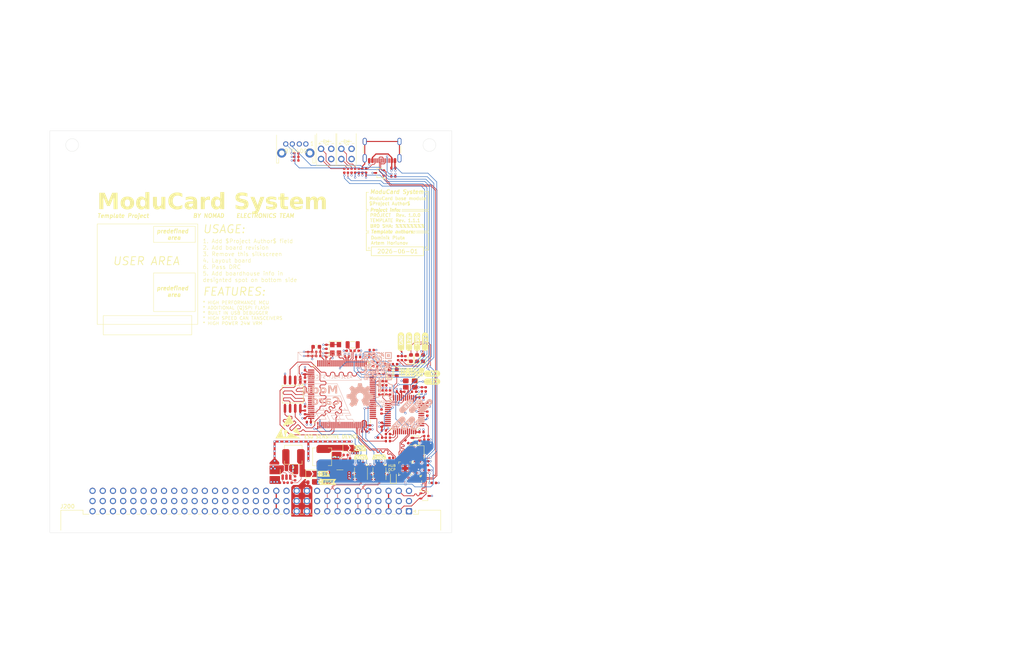
<source format=kicad_pcb>
(kicad_pcb (version 20241229) (generator "pcbnew") (generator_version "9.0")
  (title_block (title "ModuCard base module") (date "2025-02-25") (rev "1.1.1") (company "KoNaR") (comment 1 "Base project author: Dominik Pluta Artem Horiunov") (comment 2 "$Project Author$") (comment 3 "Project author"))
  (layers (0 "F.Cu" signal) (4 "In1.Cu" signal) (6 "In2.Cu" signal) (2 "B.Cu" signal) (13 "F.Paste" user) (15 "B.Paste" user) (5 "F.SilkS" user "F.Silkscreen") (7 "B.SilkS" user "B.Silkscreen") (1 "F.Mask" user) (3 "B.Mask" user) (25 "Edge.Cuts" user))
  (property "SHEETTOTAL" "5")
  (net 0 "")
  (net 1 "+3V3")
  (net 2 "GND")
  (net 3 "/ST-LINK/STLINK-RST")
  (net 4 "/ST-LINK/STLINK-OSC_IN")
  (net 5 "/ST-LINK/STLINK-OSC_OUT")
  (net 6 "+5V")
  (net 7 "/ST-LINK/LED")
  (net 8 "/MCU/OSC_IN")
  (net 9 "/ST-LINK/STLINK-BOOT0")
  (net 10 "/MCU/BOOT0")
  (net 11 "/MCU/NRST")
  (net 12 "/ST-LINK/DIO")
  (net 13 "/ST-LINK/CLK")
  (net 14 "+12V_FUSED")
  (net 15 "/ST-LINK/STLINK_RX")
  (net 16 "/ST-LINK/USB_RENUM")
  (net 17 "Net-(U302-3V3)")
  (net 18 "/USB/VBUS_IN")
  (net 19 "/ST-LINK/STLINK_TX")
  (net 20 "/Backplane/GPIOC0")
  (net 21 "/MCU/USR_BUTTON")
  (net 22 "/ST-LINK/SWO")
  (net 23 "Net-(D700-Pad2)")
  (net 24 "Net-(D701-Pad1)")
  (net 25 "Net-(Q700-B)")
  (net 26 "Net-(Q700-E)")
  (net 27 "/MCU/SWD.~{RST}")
  (net 28 "Net-(U500-STB)")
  (net 29 "Net-(U600-STB)")
  (net 30 "/MCU/SWD.SWCLK")
  (net 31 "/ST-LINK/ST-LINK.D+")
  (net 32 "/MCU/SWD.SWDIO")
  (net 33 "Net-(D301-Pad1)")
  (net 34 "/MCU/QSPI1.SCLK")
  (net 35 "/MCU/QSPI1.IO3")
  (net 36 "/MCU/USB_MCU.D-")
  (net 37 "/USB/USB2S.D-")
  (net 38 "Net-(U302-PGANG)")
  (net 39 "/MCU/USB_MCU.D+")
  (net 40 "/USB/USB2S.D+")
  (net 41 "/USB-hub/USB_MCU_R.D-")
  (net 42 "/ST-LINK/ST-LINK.D-")
  (net 43 "/USB-hub/USB_MCU_R.D+")
  (net 44 "/Backplane/BACKPLANE.D+")
  (net 45 "/Backplane/BACKPLANE.D-")
  (net 46 "/MCU/QSPI1.CS")
  (net 47 "/MCU/I2C1.SDA")
  (net 48 "/USB-hub/USBOUT1_R.D-")
  (net 49 "/USB-hub/USBOUT1_R.D+")
  (net 50 "+12V")
  (net 51 "Net-(U700-PA0)")
  (net 52 "Net-(U700-PA5)")
  (net 53 "Net-(U700-PC13)")
  (net 54 "Net-(U700-PC14)")
  (net 55 "Net-(U700-PB0)")
  (net 57 "Net-(U700-PB14)")
  (net 58 "Net-(U700-PB12)")
  (net 59 "Net-(U700-PB13)")
  (net 61 "/USB-hub/USBIN1.D+")
  (net 62 "Net-(U302-XO)")
  (net 63 "Net-(U302-XI)")
  (net 65 "/USB-hub/USBIN1.D-")
  (net 66 "/Backplane/GPIOL5")
  (net 67 "/Backplane/CAN1.+")
  (net 68 "/Backplane/CAN2.-")
  (net 69 "/Backplane/GPIOL3")
  (net 70 "/Backplane/CAN2.+")
  (net 71 "/Backplane/GPIOL6")
  (net 72 "/Backplane/GPIOR8")
  (net 73 "/Backplane/GPIOL2")
  (net 74 "/Backplane/GPIOR0")
  (net 75 "/Backplane/GPIOR3")
  (net 76 "/MCU/QSPI1.IO0")
  (net 77 "/Backplane/GPIOR15")
  (net 78 "/Backplane/GPIOL10")
  (net 79 "/Backplane/GPIOL12")
  (net 80 "/Backplane/GPIOC9")
  (net 81 "/Backplane/GPIOR5")
  (net 82 "/Backplane/GPIOR2")
  (net 83 "/MCU/OSC32_OUT")
  (net 84 "/MCU/QSPI1.IO2")
  (net 85 "/Backplane/CAN1.-")
  (net 86 "/MCU/QSPI1.IO1")
  (net 87 "/Backplane/GPIOL9")
  (net 88 "/Backplane/GPIOL0")
  (net 89 "/MCU/I2C1.SCL")
  (net 90 "/Backplane/GPIOL14")
  (net 91 "/Backplane/GPIOL11")
  (net 92 "/Backplane/GPIOC4")
  (net 93 "/Backplane/GPIOL8")
  (net 94 "/MCU/BOOT_EN")
  (net 95 "/Backplane/GPIOC11")
  (net 96 "/Backplane/GPIOR6")
  (net 97 "/Backplane/GPIOR1")
  (net 98 "/Backplane/GPIOR11")
  (net 99 "/Backplane/GPIOL15")
  (net 100 "/Backplane/GPIOR4")
  (net 101 "/Backplane/GPIOL13")
  (net 102 "/Backplane/GPIOC6")
  (net 103 "/Backplane/GPIOC10")
  (net 104 "/Backplane/GPIOL7")
  (net 105 "/Backplane/GPIOR9")
  (net 106 "/MCU/OSC32_IN")
  (net 107 "/Backplane/GPIOC15")
  (net 108 "/Backplane/GPIOR10")
  (net 127 "/Backplane/GPIOC3")
  (net 128 "+24V")
  (net 129 "/Backplane/GPIOC2")
  (net 130 "/Backplane/GPIOR12")
  (net 131 "/Backplane/GPIOL4")
  (net 132 "/Backplane/GPIOC7")
  (net 133 "/Backplane/GPIOC12")
  (net 134 "/Backplane/GPIOC8")
  (net 135 "/Backplane/GPIOC14")
  (net 136 "/Backplane/GPIOC1")
  (net 137 "/Backplane/GPIOC13")
  (net 138 "/Backplane/GPIOL1")
  (net 139 "/Backplane/GPIOR7")
  (net 140 "/Backplane/GPIOC5")
  (net 141 "/Backplane/GPIOR13")
  (net 142 "/Backplane/GPIOR14")
  (net 143 "/MCU/VCAP_2")
  (net 144 "/MCU/VCAP_1")
  (net 145 "/CAN transceiver 1/CAN.TX")
  (net 146 "/CAN transceiver 1/CAN.RX")
  (net 147 "/CAN transceiver 2/CAN.TX")
  (net 148 "/CAN transceiver 2/CAN.RX")
  (net 149 "Net-(D400-Pad1)")
  (net 150 "/USB/CC1")
  (net 151 "/USB/CC2")
  (net 152 "Net-(J800-SHIELD)")
  (net 155 "Net-(U801-SEL)")
  (net 156 "Net-(U801-~{OE})")
  (net 157 "/Power/SW_5V0")
  (net 158 "/Power/VBST_5V0")
  (net 159 "/Power/VBST_3V3")
  (net 160 "/Power/SW_3V3")
  (net 161 "/Power/FB_5V0")
  (net 162 "/Power/FB_3V3")
  (net 165 "/MCU/USR_BTN")
  (net 166 "/MCU/USER_LED_1")
  (net 167 "/MCU/USER_LED_2")
  (net 168 "/MCU/STATUS_LED")
  (net 169 "Net-(LED300-Pad1)")
  (net 170 "Net-(LED300-Pad3)")
  (net 171 "Net-(LED301-Pad1)")
  (net 172 "Net-(LED301-Pad3)")
  (net 173 "Net-(D401-Pad1)")
  (net 174 "Net-(D402-Pad1)")
  (net 175 "+5V_STDBY")
  (net 176 "/Power/+5V_UNPROTEC")
  (net 177 "/Power/+3V3_UNPROTEC")
  (net 178 "/MCU/VDDA")
  (footprint "kibuzzard-67B37005" (layer "F.Cu") (at 132.75 103.775 90)
    (property "Reference" "kibuzzard-67B37005" (hide yes))
    (property "Value" "G***" (hide yes))
  )
  (footprint "Inductor_SMD:L_Changjiang_FXL0420" (layer "F.Cu") (at 107.12072 132.421542 90)
    (property "Reference" "L301" (hide yes))
    (property "Value" "3.3uH")
  )
  (footprint "kibuzzard-67B643DE" (layer "F.Cu") (at 116.77 132.485001)
    (property "Reference" "kibuzzard-67B643DE" (hide yes))
    (property "Value" "G***" (hide yes))
  )
  (footprint "Jumper:SolderJumper-2_P1.3mm_Open_TrianglePad1.0x1.5mm" (layer "F.Cu") (at 104.45 136.675)
    (property "Reference" "JP300" (hide yes))
    (property "Value" "SolderJumper_2_Bridged" (hide yes))
  )
  (footprint "PCM_JLCPCB:C_0402" (layer "F.Cu") (at 116.078 107.597001)
    (property "Reference" "C420" (hide yes))
    (property "Value" "100nF")
  )
  (footprint "PCM_JLCPCB:R_0402" (layer "F.Cu") (at 115.35 61.224999 90)
    (property "Reference" "R415" (hide yes))
    (property "Value" "220Ω" (hide yes))
  )
  (footprint "TestPoint:TestPoint_Pad_D1.0mm" (layer "F.Cu") (at 132.75 105.325)
    (property "Reference" "TP302" (hide yes))
    (property "Value" "TestPoint")
  )
  (footprint "PCM_JLCPCB:C_0402" (layer "F.Cu") (at 106.172 106.327001 180)
    (property "Reference" "C423" (hide yes))
    (property "Value" "10uF")
  )
  (footprint "FixLed307:FixLed307" (layer "F.Cu") (at 108.15 55.785)
    (property "Reference" "LED300" (hide yes))
    (property "Value" "FixLed307")
  )
  (footprint "PCM_JLCPCB:C_0402" (layer "F.Cu") (at 108.204 107.089001 90)
    (property "Reference" "C406" (hide yes))
    (property "Value" "100nF")
  )
  (footprint "PCM_JLCPCB:R_0402" (layer "F.Cu") (at 126.85 132.125 -90)
    (property "Reference" "R903" (hide yes))
    (property "Value" "22Ω" (hide yes))
  )
  (footprint "PCM_JLCPCB:R_0402" (layer "F.Cu") (at 126.7 138.375 180)
    (property "Reference" "R308" (hide yes))
    (property "Value" "1kΩ" (hide yes))
  )
  (footprint "PCM_JLCPCB:FB_0603" (layer "F.Cu") (at 105.672 105.057001 180)
    (property "Reference" "FB401" (hide yes))
    (property "Value" "~")
  )
  (footprint "PCM_JLCPCB:C_0402" (layer "F.Cu") (at 119.1 137.575 90)
    (property "Reference" "C501" (hide yes))
    (property "Value" "100nF")
  )
  (footprint "PCM_JLCPCB:R_0402" (layer "F.Cu") (at 123.5 128.525)
    (property "Reference" "R716" (hide yes))
    (property "Value" "22Ω" (hide yes))
  )
  (footprint "PCM_JLCPCB:R_0402" (layer "F.Cu") (at 114.07072 133.321542 -90)
    (property "Reference" "R306" (hide yes))
    (property "Value" "33k2" (hide yes))
  )
  (footprint "PCM_JLCPCB:D_0603" (layer "F.Cu") (at 124.85 137.575 90)
    (property "Reference" "D301" (hide yes))
    (property "Value" "Red")
  )
  (footprint "TL2243:TL2243" (layer "F.Cu") (at 100.579415 56.834163)
    (property "Reference" "BTN400")
    (property "Value" "TL2243")
  )
  (footprint "PCM_JLCPCB:C_0402" (layer "F.Cu") (at 102.87 122.329001 -90)
    (property "Reference" "C427" (hide yes))
    (property "Value" "2.2uF")
  )
  (footprint "PCM_JLCPCB:C_0402" (layer "F.Cu") (at 114.55 137.575 90)
    (property "Reference" "C601" (hide yes))
    (property "Value" "100nF")
  )
  (footprint "PCM_JLCPCB:R_0402" (layer "F.Cu") (at 97.15 138.871508 180)
    (property "Reference" "R301" (hide yes))
    (property "Value" "10kΩ" (hide yes))
  )
  (footprint "PCM_JLCPCB:R_0402" (layer "F.Cu") (at 119.1 135.425 90)
    (property "Reference" "R600" (hide yes))
    (property "Value" "10kΩ" (hide yes))
  )
  (footprint "kibuzzard-67B2198C" (layer "F.Cu") (at 134.5 111.725)
    (property "Reference" "kibuzzard-67B2198C" (hide yes))
    (property "Value" "G***" (hide yes))
  )
  (footprint "PCM_JLCPCB:C_0402" (layer "F.Cu") (at 102.87 113.234002 -90)
    (property "Reference" "C400" (hide yes))
    (property "Value" "10uF")
  )
  (footprint "kibuzzard-67B643EE" (layer "F.Cu") (at 121.37 132.485001)
    (property "Reference" "kibuzzard-67B643EE" (hide yes))
    (property "Value" "G***" (hide yes))
  )
  (footprint "PCM_JLCPCB:C_0402" (layer "F.Cu") (at 113.75 106.025 180)
    (property "Reference" "C313" (hide yes))
    (property "Value" "18pF")
  )
  (footprint "PCM_JLCPCB:R_0402" (layer "F.Cu") (at 124.85 62.675)
    (property "Reference" "R801" (hide yes))
    (property "Value" "5.1kΩ" (hide yes))
  )
  (footprint "PCM_JLCPCB:C_0402" (layer "F.Cu") (at 116.8 134.025 180)
    (property "Reference" "C600" (hide yes))
    (property "Value" "100nF")
  )
  (footprint "PCM_JLCPCB:C_0402" (layer "F.Cu") (at 115.7 106.025)
    (property "Reference" "C314" (hide yes))
    (property "Value" "18pF")
  )
  (footprint "PCM_JLCPCB:R_0402" (layer "F.Cu") (at 114.45 61.224999 90)
    (property "Reference" "R414" (hide yes))
    (property "Value" "220Ω" (hide yes))
  )
  (footprint "kicad-footprints:UFQFN-10_1.4x1.8" (layer "F.Cu") (at 132.65 137.8)
    (property "Reference" "U801" (hide yes))
    (property "Value" "FSUSB42UMX")
  )
  (footprint "kibuzzard-67B6438D" (layer "F.Cu") (at 116.77 130.285001)
    (property "Reference" "kibuzzard-67B6438D" (hide yes))
    (property "Value" "G***" (hide yes))
  )
  (footprint "TestPoint:TestPoint_Pad_D1.0mm" (layer "F.Cu") (at 133.25 113.725 90)
    (property "Reference" "TP701" (hide yes))
    (property "Value" "TestPoint")
  )
  (footprint "PCM_JLCPCB:C_0603" (layer "F.Cu") (at 94.646542 136.991059 -90)
    (property "Reference" "C304" (hide yes))
    (property "Value" "10uF")
  )
  (footprint "PCM_JLCPCB:C_0402" (layer "F.Cu") (at 96.09 134.571508 -90)
    (property "Reference" "C305" (hide yes))
    (property "Value" "100nF")
  )
  (footprint "PCM_JLCPCB:R_0402" (layer "F.Cu") (at 119.45 107.645 180)
    (property "Reference" "R404" (hide yes))
    (property "Value" "100Ω" (hide yes))
  )
  (footprint "PCM_JLCPCB:R_0402" (layer "F.Cu") (at 113.55 61.224999 90)
    (property "Reference" "R416" (hide yes))
    (property "Value" "220Ω" (hide yes))
  )
  (footprint "Package_QFP:LQFP-100_14x14mm_P0.5mm" (layer "F.Cu") (at 112.075 116.85 -90)
    (property "Reference" "U403" (hide yes))
    (property "Value" "STM32H562VGTx")
  )
  (footprint "Package_TO_SOT_SMD:SOT-23-6" (layer "F.Cu") (at 111.55 134.11805)
    (property "Reference" "U301" (hide yes))
    (property "Value" "TPS563200" (hide yes))
  )
  (footprint "PCM_JLCPCB:C_0402" (layer "F.Cu") (at 121.4 134.025 180)
    (property "Reference" "C500" (hide yes))
    (property "Value" "100nF")
  )
  (footprint "kibuzzard-67B20BD5" (layer "F.Cu") (at 129.708643 111.36705)
    (property "Reference" "kibuzzard-67B20BD5" (hide yes))
    (property "Value" "G***" (hide yes))
  )
  (footprint "PCM_JLCPCB:R_0402" (layer "F.Cu") (at 127.75 132.125 -90)
    (property "Reference" "R902" (hide yes))
    (property "Value" "22Ω" (hide yes))
  )
  (footprint "PCM_JLCPCB:D_0603" (layer "F.Cu") (at 129.24 107.875 90)
    (property "Reference" "D400" (hide yes))
    (property "Value" "Red")
  )
  (footprint "PCM_JLCPCB:R_0402" (layer "F.Cu") (at 121.325 116.425 -90)
    (property "Reference" "R700" (hide yes))
    (property "Value" "100kΩ" (hide yes))
  )
  (footprint "PCM_JLCPCB:R_0402" (layer "F.Cu") (at 100.7284 58.685001)
    (property "Reference" "R405" (hide yes))
    (property "Value" "10kΩ" (hide yes))
  )
  (footprint "PCM_JLCPCB:R_0402" (layer "F.Cu") (at 126.95 107.875 90)
    (property "Reference" "R411" (hide yes))
    (property "Value" "470Ω" (hide yes))
  )
  (footprint "PCM_JLCPCB:C_0402" (layer "F.Cu") (at 123.1 114.1 -90)
    (property "Reference" "C410" (hide yes))
    (property "Value" "4.7uF")
  )
  (footprint "PCM_JLCPCB:D_0603" (layer "F.Cu") (at 125.702 111.45 -90)
    (property "Reference" "D701" (hide yes))
    (property "Value" "Red")
  )
  (footprint "PCM_JLCPCB:C_0402" (layer "F.Cu") (at 120.388 108.867001 180)
    (property "Reference" "C422" (hide yes))
    (property "Value" "100nF")
  )
  (footprint "kibuzzard-67B63E8D" (layer "F.Cu") (at 108.37 138.685001)
    (property "Reference" "kibuzzard-67B63E8D" (hide yes))
    (property "Value" "G***" (hide yes))
  )
  (footprint "PCM_JLCPCB:R_0402" (layer "F.Cu") (at 124 116.425 -90)
    (property "Reference" "R701" (hide yes))
    (property "Value" "10kΩ" (hide yes))
  )
  (footprint "PCM_JLCPCB:C_0402" (layer "F.Cu") (at 106.18 107.343001 180)
    (property "Reference" "C424" (hide yes))
    (property "Value" "100nF")
  )
  (footprint "PCM_JLCPCB:C_0402" (layer "F.Cu") (at 120.396 109.883001 180)
    (property "Reference" "C405" (hide yes))
    (property "Value" "100nF")
  )
  (footprint "PCM_JLCPCB:C_0603" (layer "F.Cu") (at 101.4 136.171508 180)
    (property "Reference" "C301" (hide yes))
    (property "Value" "10uF")
  )
  (footprint "PCM_JLCPCB:C_0402" (layer "F.Cu") (at 100.4 137.781508 90)
    (property "Reference" "C300" (hide yes))
    (property "Value" "100nF")
  )
  (footprint "PCM_JLCPCB:D_0603" (layer "F.Cu") (at 132.24 107.875 90)
    (property "Reference" "D402" (hide yes))
    (property "Value" "Red")
  )
  (footprint "PCM_JLCPCB:CRYSTAL-SMD_4P-L3.2-W2.5-BL" (layer "F.Cu") (at 129.05 114.325 180)
    (property "Reference" "Y700" (hide yes))
    (property "Value" "8 MHz")
  )
  (footprint "Package_QFP:LQFP-48_7x7mm_P0.5mm" (layer "F.Cu") (at 127.65 121.925 -90)
    (property "Reference" "U700" (hide yes))
    (property "Value" "STM32F103CBTx")
  )
  (footprint "TestPoint:TestPoint_Pad_D1.0mm" (layer "F.Cu") (at 133.25 111.725 90)
    (property "Reference" "TP700" (hide yes))
    (property "Value" "TestPoint")
  )
  (footprint "PCM_JLCPCB:R_0402" (layer "F.Cu") (at 123.35 109.375)
    (property "Reference" "R707" (hide yes))
    (property "Value" "10kΩ" (hide yes))
  )
  (footprint "kibuzzard-67B37472" (layer "F.Cu") (at 130.75 103.775 90)
    (property "Reference" "kibuzzard-67B37472" (hide yes))
    (property "Value" "G***" (hide yes))
  )
  (footprint "PCM_JLCPCB:C_0402" (layer "F.Cu") (at 128.1 116.235 180)
    (property "Reference" "C708" (hide yes))
    (property "Value" "33pF" (hide yes))
  )
  (footprint "PCM_JLCPCB:R_0402" (layer "F.Cu") (at 132.9 115.625 -90)
    (property "Reference" "R705" (hide yes))
    (property "Value" "10kΩ" (hide yes))
  )
  (footprint "PCM_JLCPCB:R_0402" (layer "F.Cu") (at 114.07072 135.221542 -90)
    (property "Reference" "R307" (hide yes))
    (property "Value" "10kΩ" (hide yes))
  )
  (footprint "PCM_JLCPCB:C_0402" (layer "F.Cu") (at 103.64 106.843001 -90)
    (property "Reference" "C425" (hide yes))
    (property "Value" "10uF")
  )
  (footprint "PCM_JLCPCB:R_0402" (layer "F.Cu") (at 133.05 128.175)
    (property "Reference" "R711" (hide yes))
    (property "Value" "39kΩ" (hide yes))
  )
  (footprint "PCM_JLCPCB:R_0402" (layer "F.Cu") (at 133.05 127.275)
    (property "Reference" "R710" (hide yes))
    (property "Value" "100Ω" (hide yes))
  )
  (footprint "PCM_JLCPCB:R_0402" (layer "F.Cu") (at 123.5 127.65)
    (property "Reference" "R715" (hide yes))
    (property "Value" "22Ω" (hide yes))
  )
  (footprint "PCM_JLCPCB:C_0402" (layer "F.Cu") (at 116.25 61.225 -90)
    (property "Reference" "C801" (hide yes))
    (property "Value" "100nF")
  )
  (footprint "TestPoint:TestPoint_Pad_D1.0mm" (layer "F.Cu") (at 128.75 105.325)
    (property "Reference" "TP300" (hide yes))
    (property "Value" "TestPoint")
  )
  (footprint "PCM_JLCPCB:C_0402" (layer "F.Cu") (at 102.87 111.407001 90)
    (property "Reference" "C402" (hide yes))
    (property "Value" "100nF")
  )
  (footprint "kibuzzard-67E7D86B" (layer "F.Cu") (at 126.75 103.775001 90)
    (property "Reference" "kibuzzard-67E7D86B" (hide yes))
    (property "Value" "G***" (hide yes))
  )
  (footprint "Jumper:SolderJumper-2_P1.3mm_Open_TrianglePad1.0x1.5mm" (layer "F.Cu") (at 113.69572 130.225)
    (property "Reference" "JP301" (hide yes))
    (property "Value" "SolderJumper_2_Bridged")
  )
  (footprint "Connector_USB:USB_C_Receptacle_GCT_USB4105-xx-A_16P_TopMnt_Horizontal" (layer "F.Cu") (at 122.05 55.035 180)
    (property "Reference" "J800" (hide yes))
    (property "Value" "USB_C_Receptacle_USB2.0_16P")
  )
  (footprint "PCM_JLCPCB:C_0402" (layer "F.Cu") (at 109.77072 136.281542)
    (property "Reference" "C311" (hide yes))
    (property "Value" "100nF")
  )
  (footprint "kibuzzard-67B219C6" (layer "F.Cu") (at 134.5 113.725)
    (property "Reference" "kibuzzard-67B219C6" (hide yes))
    (property "Value" "G***" (hide yes))
  )
  (footprint "TestPoint:TestPoint_Pad_D1.0mm" (layer "F.Cu") (at 130.75 105.325)
    (property "Reference" "TP301" (hide yes))
    (property "Value" "TestPoint")
  )
  (footprint "Package_TO_SOT_SMD:SOT-323_SC-70" (layer "F.Cu") (at 132.7075 142.162501)
    (property "Reference" "U402" (hide yes))
    (property "Value" "TPD2E2U06DCK")
  )
  (footprint "PCM_JLCPCB:C_0402" (layer "F.Cu") (at 130 116.225)
    (property "Reference" "C707" (hide yes))
    (property "Value" "33pF")
  )
  (footprint "PCM_JLCPCB:R_0402" (layer "F.Cu") (at 123.9 133.225 -90)
    (property "Reference" "R901" (hide yes))
    (property "Value" "22Ω" (hide yes))
  )
  (footprint "Oscillator:Oscillator_SMD_Abracon_ASE-4Pin_3.2x2.5mm" (layer "F.Cu") (at 110.49 105.565001 -90)
    (property "Reference" "Y400" (hide yes))
    (property "Value" "ASE-xxxMHz")
  )
  (footprint "PCM_JLCPCB:R_0402" (layer "F.Cu") (at 133.05 129.075 180)
    (property "Reference" "R709" (hide yes))
    (property "Value" "10kΩ" (hide yes))
  )
  (footprint "PCM_JLCPCB:R_0402" (layer "F.Cu") (at 117.15 61.225 -90)
    (property "Reference" "R805" (hide yes))
    (property "Value" "330Ω" (hide yes))
  )
  (footprint "PCM_JLCPCB:R_0402" (layer "F.Cu") (at 118.05 61.225 -90)
    (property "Reference" "R800" (hide yes))
    (property "Value" "5.1kΩ" (hide yes))
  )
  (footprint "PCM_JLCPCB:C_0603" (layer "F.Cu") (at 112.20072 136.481542)
    (property "Reference" "C310" (hide yes))
    (property "Value" "10uF")
  )
  (footprint "PCM_JLCPCB:R_0402" (layer "F.Cu") (at 122.2 114.1 -90)
    (property "Reference" "R402" (hide yes))
    (property "Value" "10kΩ" (hide yes))
  )
  (footprint "PCM_JLCPCB:R_0402" (layer "F.Cu") (at 133.3 121.675 90)
    (property "Reference" "R702" (hide yes))
    (property "Value" "100kΩ" (hide yes))
  )
  (footprint "PCM_JLCPCB:C_0603" (layer "F.Cu") (at 112.190271 137.725)
    (property "Reference" "C309" (hide yes))
    (property "Value" "10uF")
  )
  (footprint "PCM_JLCPCB:C_0402" (layer "F.Cu") (at 130.45 134.075 90)
    (property "Reference" "C900" (hide yes))
    (property "Value" "100nF")
  )
  (footprint "PCM_JLCPCB:C_0402" (layer "F.Cu") (at 118.975 125.1 -90)
    (property "Reference" "C404" (hide yes))
    (property "Value" "100nF")
  )
  (footprint "PCM_JLCPCB:R_0402" (layer "F.Cu") (at 132.55 134.025 -90)
    (property "Reference" "R802" (hide yes))
    (property "Value" "10kΩ" (hide yes))
  )
  (footprint "PCM_JLCPCB:C_0402" (layer "F.Cu") (at 108.204 105.057001 -90)
    (property "Reference" "C432" (hide yes))
    (property "Value" "100nF")
  )
  (footprint "PCM_JLCPCB:C_0402" (layer "F.Cu") (at 131.85 117.625)
    (property "Reference" "C701" (hide yes))
    (property "Value" "100nF")
  )
  (footprint "PCM_JLCPCB:R_0402" (layer "F.Cu") (at 99.05 138.871508 180)
    (property "Reference" "R300" (hide yes))
    (property "Value" "54k9" (hide yes))
  )
  (footprint "Connector_DIN:DIN41612_R_3x32_Female_Horizontal_THT" (layer "F.Cu") (at 128.74 145.975 180)
    (property "Reference" "J200")
    (property "Value" "09031967921")
  )
  (footprint "PCM_JLCPCB:C_0402" (layer "F.Cu") (at 122.5 125.875)
    (property "Reference" "C700" (hide yes))
    (property "Value" "1uF")
  )
  (footprint "PCM_JLCPCB:R_0402" (layer "F.Cu") (at 123.65 137.575 90)
    (property "Reference" "R500" (hide yes))
    (property "Value" "10kΩ" (hide yes))
  )
  (footprint "PCM_JLCPCB:C_0402" (layer "F.Cu") (at 133.29 119.4225 -90)
    (property "Reference" "C704" (hide yes))
    (property "Value" "100nF" (hide yes))
  )
  (footprint "PCM_JLCPCB:C_0402" (layer "F.Cu") (at 131.35 134.075 90)
    (property "Reference" "C902" (hide yes))
    (property "Value" "10uF")
  )
  (footprint "PCM_JLCPCB:C_0402" (layer "F.Cu") (at 133.15 135.775)
    (property "Reference" "C312" (hide yes))
    (property "Value" "100nF")
  )
  (footprint "PCM_JLCPCB:C_0402" (layer "F.Cu") (at 122.01 124.4275 90)
    (property "Reference" "C702" (hide yes))
    (property "Value" "100nF" (hide yes))
  )
  (footprint "PCM_JLCPCB:R_0402" (layer "F.Cu") (at 131.95 115.625 -90)
    (property "Reference" "R706" (hide yes))
    (property "Value" "10kΩ" (hide yes))
  )
  (footprint "PCM_JLCPCB:R_0402" (layer "F.Cu") (at 133.45 134.025 90)
    (property "Reference" "R803" (hide yes))
    (property "Value" "22kΩ" (hide yes))
  )
  (footprint "PCM_JLCPCB:C_0603" (layer "F.Cu") (at 110.108674 130.971542 -90)
    (property "Reference" "C307" (hide yes))
    (property "Value" "22uF")
  )
  (footprint "PCM_JLCPCB:C_0402" (layer "F.Cu") (at 112.98072 131.971542 180)
    (property "Reference" "C306" (hide yes))
    (property "Value" "100nF")
  )
  (footprint "PCM_JLCPCB:R_0402" (layer "F.Cu") (at 121.3 114.1 90)
    (property "Reference" "R401" (hide yes))
    (property "Value" "1kΩ" (hide yes))
  )
  (footprint "PCM_JLCPCB:R_0603" (layer "F.Cu") (at 104.4 138.775)
    (property "Reference" "F300" (hide yes))
    (property "Value" "1.5A")
  )
  (footprint "PCM_JLCPCB:R_0402" (layer "F.Cu") (at 123.5 126.775)
    (property "Reference" "R714" (hide yes))
    (property "Value" "100Ω" (hide yes))
  )
  (footprint "kibuzzard-67B643AC" (layer "F.Cu") (at 107.569999 136.661405)
    (property "Reference" "kibuzzard-67B643AC" (hide yes))
    (property "Value" "G***" (hide yes))
  )
  (footprint "PCM_JLCPCB:R_0402" (layer "F.Cu") (at 124.8 133.225 -90)
    (property "Reference" "R900" (hide yes))
    (property "Value" "22Ω" (hide yes))
  )
  (footprint "Package_SON:HVSON-8-1EP_3x3mm_P0.65mm_EP1.6x2.4mm" (layer "F.Cu") (at 116.8 136.625 -90)
    (property "Reference" "U600" (hide yes))
    (property "Value" "TJA1044GTK_3Z")
  )
  (footprint "PCM_JLCPCB:FC-135R_L3.2-W1.5" (layer "F.Cu") (at 114.725 104.55)
    (property "Reference" "X300" (hide yes))
    (property "Value" "Q13FC1350000400")
  )
  (footprint "PCM_JLCPCB:R_0402" (layer "F.Cu") (at 100.7284 56.885001 180)
    (property "Reference" "R406" (hide yes))
    (property "Value" "100Ω" (hide yes))
  )
  (footprint "PCM_JLCPCB:R_0402" (layer "F.Cu") (at 126.05 107.875 90)
    (property "Reference" "R412" (hide yes))
    (property "Value" "220Ω" (hide yes))
  )
  (footprint "PCM_JLCPCB:C_0402" (layer "F.Cu") (at 122.2 116.425 90)
    (property "Reference" "C706" (hide yes))
    (property "Value" "100nF")
  )
  (footprint "PCM_JLCPCB:C_0402" (layer "F.Cu") (at 124.85 60.525)
    (property "Reference" "C800" (hide yes))
    (property "Value" "100nF")
  )
  (footprint "PCM_JLCPCB:C_0603" (layer "F.Cu") (at 101.4 134.909462 180)
    (property "Reference" "C302" (hide yes))
    (property "Value" "10uF")
  )
  (footprint "PCM_JLCPCB:C_0402" (layer "F.Cu") (at 113.325 107.475)
    (property "Reference" "C401" (hide yes))
    (property "Value" "100nF")
  )
  (footprint "PCM_JLCPCB:C_0402" (layer "F.Cu") (at 126.2 116.235)
    (property "Reference" "C705" (hide yes))
    (property "Value" "100nF" (hide yes))
  )
  (footprint "PCM_JLCPCB:R_0402" (layer "F.Cu") (at 128.2 128.675 135)
    (property "Reference" "R712" (hide yes))
    (property "Value" "1.5kΩ" (hide yes))
  )
  (footprint "kibuzzard-67B37418" (layer "F.Cu") (at 128.75 103.775 90)
    (property "Reference" "kibuzzard-67B37418" (hide yes))
    (property "Value" "G***" (hide yes))
  )
  (footprint "PCM_JLCPCB:R_0402" (layer "F.Cu") (at 121.9 121.175 -90)
    (property "Reference" "R708" (hide yes))
    (property "Value" "22Ω" (hide yes))
  )
  (footprint "PCM_JLCPCB:C_0402" (layer "F.Cu") (at 103.825 123.75 180)
    (property "Reference" "C403" (hide yes))
    (property "Value" "10uF")
  )
  (footprint "PCM_JLCPCB:R_0402" (layer "F.Cu") (at 127.85 107.875 90)
    (property "Reference" "R410" (hide yes))
    (property "Value" "2.2kΩ" (hide yes))
  )
  (footprint "Crystal:Crystal_SMD_3225-4Pin_3.2x2.5mm" (layer "F.Cu") (at 130.5 131.325 180)
    (property "Reference" "Y900" (hide yes))
    (property "Value" "12Mhz")
  )
  (footprint "Package_SON:HVSON-8-1EP_3x3mm_P0.65mm_EP1.6x2.4mm" (layer "F.Cu") (at 121.4 136.625 -90)
    (property "Reference" "U500" (hide yes))
    (property "Value" "TJA1044GTK_3Z")
  )
  (footprint "TestPoint:TestPoint_Pad_D1.0mm" (layer "F.Cu") (at 126.75 105.325)
    (property "Reference" "TP400" (hide yes))
    (property "Value" "TestPoint")
  )
  (footprint "PCM_JLCPCB:R_0402" (layer "F.Cu") (at 125.25 109.375)
    (property "Reference" "R713" (hide yes))
    (property "Value" "10kΩ" (hide yes))
  )
  (footprint "PCM_JLCPCB:C_0402" (layer "F.Cu") (at 119.46 105.865)
    (property "Reference" "C415" (hide yes))
    (property "Value" "100nF")
  )
  (footprint "PCM_JLCPCB:SOIC-8_L5.3-W5.3-P1.27-LS8.0-BL" (layer "F.Cu") (at 99.795 116.85 180)
    (property "Reference" "U100" (hide yes))
    (property "Value" "W25Q128")
  )
  (footprint "PCM_JLCPCB:D_0603" (layer "F.Cu") (at 123.952 111.45 90)
    (property "Reference" "D700" (hide yes))
    (property "Value" "Red")
  )
  (footprint "Inductor_SMD:L_Changjiang_FXL0420" (layer "F.Cu") (at 99.95 131.921508)
    (property "Reference" "L300" (hide yes))
    (property "Value" "3.3uH")
  )
  (footprint "PCM_JLCPCB:C_0402" (layer "F.Cu") (at 102.85 120.425 90)
    (property "Reference" "C100" (hide yes))
    (property "Value" "100nF")
  )
  (footprint "Package_DFN_QFN:QFN-16-1EP_3x3mm_P0.5mm_EP1.7x1.7mm" (layer "F.Cu") (at 127.8 135.3125 -90)
    (property "Reference" "U302" (hide yes))
    (property "Value" "CH334P")
  )
  (footprint "Package_TO_SOT_SMD:SOT-323_SC-70" (layer "F.Cu") (at 121.47 61.785001 180)
    (property "Reference" "U401" (hide yes))
    (property "Value" "TPD2E2U06DCK")
  )
  (footprint "PCM_JLCPCB:C_0402" (layer "F.Cu") (at 104.656 106.835001 -90)
    (property "Reference" "C426" (hide yes))
    (property "Value" "100nF")
  )
  (footprint "PCM_JLCPCB:C_0402" (layer "F.Cu") (at 131.85 126.275)
    (property "Reference" "C703" (hide yes))
    (property "Value" "100nF")
  )
  (footprint "PCM_JLCPCB:D_0603" (layer "F.Cu") (at 130.75 107.875 90)
    (property "Reference" "D401" (hide yes))
    (property "Value" "Red")
  )
  (footprint "Symbol:ESD-Logo_6.6x6mm_SilkScreen" (layer "F.Cu") (at 98.77 124.885001)
    (property "Reference" "REF**" (hide yes))
    (property "Value" "ESD-Logo_6.6x6mm_SilkScreen" (hide yes))
  )
  (footprint "PCM_JLCPCB:R_0402" (layer "F.Cu") (at 119.46 106.765 180)
    (property "Reference" "R403" (hide yes))
    (property "Value" "10kΩ" (hide yes))
  )
  (footprint "PCM_JLCPCB:R_0402" (layer "F.Cu") (at 123.1 116.425 90)
    (property "Reference" "R703" (hide yes))
    (property "Value" "10kΩ" (hide yes))
  )
  (footprint "PCM_JLCPCB:C_0603" (layer "F.Cu") (at 111.37072 130.971542 -90)
    (property "Reference" "C308" (hide yes))
    (property "Value" "22uF")
  )
  (footprint "PCM_JLCPCB:R_0402" (layer "F.Cu") (at 112.65 61.225 90)
    (property "Reference" "R407" (hide yes))
    (property "Value" "220Ω" (hide yes))
  )
  (footprint "PCM_JLCPCB:C_0402" (layer "F.Cu") (at 121.854999 111.85)
    (property "Reference" "C434" (hide yes))
    (property "Value" "2.2uF")
  )
  (footprint "PCM_JLCPCB:Q_SOT-323" (layer "F.Cu") (at 130.5 128.375 180)
    (property "Reference" "Q700" (hide yes))
    (property "Value" "MMST3904")
  )
  (footprint "PCM_JLCPCB:C_0402" (layer "F.Cu") (at 130.45 136.025 -90)
    (property "Reference" "C904" (hide yes))
    (property "Value" "1uF")
  )
  (footprint "PCM_JLCPCB:C_0402" (layer "F.Cu") (at 117.594 126.139001)
    (property "Reference" "C421" (hide yes))
    (property "Value" "100nF")
  )
  (footprint "PCM_JLCPCB:C_0402" (layer "F.Cu") (at 100.7284 57.785001 180)
    (property "Reference" "C416" (hide yes))
    (property "Value" "100nF")
  )
  (footprint "PCM_JLCPCB:R_0402" (layer "F.Cu") (at 134.95 138.925)
    (property "Reference" "R804" (hide yes))
    (property "Value" "10kΩ" (hide yes))
  )
  (footprint "Package_TO_SOT_SMD:SOT-23-6" (layer "F.Cu") (at 98.253492 136.350788 -90)
    (property "Reference" "U300" (hide yes))
    (property "Value" "TPS563200" (hide yes))
  )
  (footprint "PCM_JLCPCB:C_0603" (layer "F.Cu") (at 95.89 137.001508 -90)
    (property "Reference" "C303" (hide yes))
    (property "Value" "10uF")
  )
  (footprint "FixLed307:FixLed307" (layer "F.Cu") (at 113.2 55.785)
    (property "Reference" "LED301" (hide yes))
    (property "Value" "FixLed307")
  )
  (footprint "PCM_JLCPCB:R_0402" (layer "F.Cu") (at 121.55 127.65)
    (property "Reference" "R704" (hide yes))
    (property "Value" "22Ω" (hide yes))
  )
  (footprint "kibuzzard-67B624A4" (layer "B.Cu") (at 128.07 119.805001 45)
    (property "Reference" "kibuzzard-67B624A4" (hide yes))
    (property "Value" "G***" (hide yes))
  )
  (footprint "TestPoint:TestPoint_Pad_D1.0mm" (layer "B.Cu") (at 127.1 123.175)
    (property "Reference" "TP704" (hide yes))
    (property "Value" "TestPoint")
  )
  (footprint "Symbol:OSHW-Symbol_6.7x6mm_SilkScreen" (layer "B.Cu") (at 116.55065 117.085001 180)
    (property "Reference" "REF**" (hide yes))
    (property "Value" "OSHW-Symbol_6.7x6mm_SilkScreen" (hide yes))
  )
  (footprint "TestPoint:TestPoint_Pad_D1.0mm" (layer "B.Cu") (at 131.9 123.175)
    (property "Reference" "TP706" (hide yes))
    (property "Value" "TestPoint")
  )
  (footprint "QRcode:KonarQR" (layer "B.Cu") (at 120.97 109.885001 180)
    (property "Reference" "G***" (hide yes))
    (property "Value" "LOGO" (hide yes))
  )
  (footprint "kibuzzard-67B6249A" (layer "B.Cu") (at 130.92 124.145001 -135)
    (property "Reference" "kibuzzard-67B6249A" (hide yes))
    (property "Value" "G***" (hide yes))
  )
  (footprint "TestPoint:TestPoint_Pad_D1.0mm" (layer "B.Cu") (at 129.5 120.775)
    (property "Reference" "TP703" (hide yes))
    (property "Value" "TestPoint")
  )
  (footprint "kibuzzard-67B62451" (layer "B.Cu") (at 130.47 119.815001 45)
    (property "Reference" "kibuzzard-67B62451" (hide yes))
    (property "Value" "G***" (hide yes))
  )
  (footprint "kibuzzard-67BE3F52" (layer "B.Cu") (at 132.89 119.785001 45)
    (property "Reference" "kibuzzard-67BE3F52" (hide yes))
    (property "Value" "G***" (hide yes))
  )
  (footprint "TestPoint:TestPoint_Pad_D1.0mm" (layer "B.Cu") (at 127.1 120.775)
    (property "Reference" "TP702" (hide yes))
    (property "Value" "TestPoint")
  )
  (footprint "kibuzzard-67B6248A" (layer "B.Cu") (at 128.51 124.165001 -135)
    (property "Reference" "kibuzzard-67B6248A" (hide yes))
    (property "Value" "G***" (hide yes))
  )
  (footprint "kibuzzard-67B62470" (layer "B.Cu") (at 126.12 124.145001 -135)
    (property "Reference" "kibuzzard-67B62470" (hide yes))
    (property "Value" "G***" (hide yes))
  )
  (footprint "TestPoint:TestPoint_Pad_D1.0mm" (layer "B.Cu") (at 129.5 123.175)
    (property "Reference" "TP705" (hide yes))
    (property "Value" "TestPoint")
  )
  (gr_circle (center 132.97 67.085001) (end 132.97 67.285001) (stroke (width 0.1)) (fill no) (layer "F.SilkS"))
  (gr_rect (start 65.17 86.685001) (end 75.559631 96.274632) (stroke (width 0.1)) (fill no) (layer "F.SilkS"))
  (gr_rect (start 52.67 97.285) (end 74.67 102.085001) (stroke (width 0.1)) (fill no) (layer "F.SilkS"))
  (gr_line (start 133.595 76.285001) (end 130.345 76.285001) (stroke (width 0.15)) (layer "F.SilkS"))
  (gr_line (start 130.37 76.685001) (end 133.62 76.685001) (stroke (width 0.15)) (layer "F.SilkS"))
  (gr_line (start 118.62 66.605001) (end 118.12 66.605001) (stroke (width 0.15)) (layer "F.SilkS"))
  (gr_line (start 123.57 136.085001) (end 123.97 136.485001) (stroke (width 0.1)) (layer "F.SilkS"))
  (gr_line (start 118.62 71.205001) (end 118.12 71.205001) (stroke (width 0.15)) (layer "F.SilkS"))
  (gr_line (start 118.77 76.685001) (end 118.12 76.685001) (stroke (width 0.15)) (layer "F.SilkS"))
  (gr_line (start 123.97 136.485001) (end 123.97 136.085001) (stroke (width 0.1)) (layer "F.SilkS"))
  (gr_circle (center 132.97 80.285001) (end 132.97 80.485001) (stroke (width 0.1)) (fill no) (layer "F.SilkS"))
  (gr_rect (start 51.17 74.485001) (end 76.17 99.485001) (stroke (width 0.1)) (fill no) (layer "F.SilkS"))
  (gr_line (start 133.62 71.285001) (end 133.62 76.285001) (stroke (width 0.15)) (layer "F.SilkS"))
  (gr_line (start 133.62 76.685001) (end 133.62 80.965001) (stroke (width 0.15)) (layer "F.SilkS"))
  (gr_line (start 118.12 81.085001) (end 119.17 81.085001) (stroke (width 0.15)) (layer "F.SilkS"))
  (gr_line (start 126.97 71.285001) (end 133.595 71.285001) (stroke (width 0.15)) (layer "F.SilkS"))
  (gr_line (start 132.57 66.405001) (end 133.62 66.405001) (stroke (width 0.15)) (layer "F.SilkS"))
  (gr_line (start 118.12 76.285001) (end 118.77 76.285001) (stroke (width 0.15)) (layer "F.SilkS"))
  (gr_line (start 118.12 66.605001) (end 118.12 70.885001) (stroke (width 0.15)) (layer "F.SilkS"))
  (gr_line (start 118.12 70.885001) (end 118.62 70.885001) (stroke (width 0.15)) (layer "F.SilkS"))
  (gr_line (start 118.12 71.205001) (end 118.12 76.285001) (stroke (width 0.15)) (layer "F.SilkS"))
  (gr_line (start 118.12 76.685001) (end 118.12 81.085001) (stroke (width 0.15)) (layer "F.SilkS"))
  (gr_line (start 133.62 66.405001) (end 133.62 70.885001) (stroke (width 0.15)) (layer "F.SilkS"))
  (gr_rect (start 65.175185 75.085001) (end 75.564816 79.074632) (stroke (width 0.1)) (fill no) (layer "F.SilkS"))
  (gr_rect (start 119.37 80.185001) (end 132.37 82.385001) (stroke (width 0.15)) (fill no) (layer "F.SilkS"))
  (gr_line (start 133.62 80.965001) (end 132.57 80.965001) (stroke (width 0.15)) (layer "F.SilkS"))
  (gr_circle (center 118.77 80.485001) (end 118.77 80.685001) (stroke (width 0.1)) (fill no) (layer "F.SilkS"))
  (gr_line (start 133.62 70.885001) (end 126.97 70.885001) (stroke (width 0.15)) (layer "F.SilkS"))
  (gr_line (start 110.673167 122.082759) (end 109.403167 122.082759) (stroke (width 0.1)) (layer "B.SilkS"))
  (gr_circle (center 111.337548 124.475403) (end 111.243977 124.475403) (stroke (width 0.1)) (fill no) (layer "B.SilkS"))
  (gr_line (start 105.720167 121.574759) (end 105.339167 122.336759) (stroke (width 0.1)) (layer "B.SilkS"))
  (gr_line (start 104.069167 121.594858) (end 104.829887 123.58461) (stroke (width 0.1)) (layer "B.SilkS"))
  (gr_line (start 101.22325 114.237001) (end 103.76325 120.841001) (stroke (width 0.1)) (layer "B.SilkS"))
  (gr_line (start 110.419167 121.574759) (end 110.673167 122.082759) (stroke (width 0.1)) (layer "B.SilkS"))
  (gr_line (start 107.371167 121.574759) (end 108.133167 123.098759) (stroke (width 0.1)) (layer "B.SilkS"))
  (gr_line (start 109.911167 123.098759) (end 111.181167 123.098759) (stroke (width 0.1)) (layer "B.SilkS"))
  (gr_line (start 114.302033 122.089869) (end 112.959167 122.082759) (stroke (width 0.1)) (layer "B.SilkS"))
  (gr_arc (start 121.445151 114.097059) (mid 121.028989 114.36484) (end 120.54197 114.452649) (stroke (width 0.2)) (layer "B.SilkS"))
  (gr_line (start 113.467835 123.100168) (end 114.739629 123.098118) (stroke (width 0.1)) (layer "B.SilkS"))
  (gr_line (start 114.036777 121.574883) (end 114.302033 122.089869) (stroke (width 0.1)) (layer "B.SilkS"))
  (gr_circle (center 110.673167 122.082759) (end 110.612619 122.011418) (stroke (width 0.1)) (fill no) (layer "B.SilkS"))
  (gr_line (start 107.752167 122.336759) (end 106.63588 122.336759) (stroke (width 0.1)) (layer "B.SilkS"))
  (gr_line (start 104.059878 121.576282) (end 114.036777 121.574883) (stroke (width 0.1)) (layer "B.SilkS"))
  (gr_circle (center 115.154058 123.953689) (end 115.060487 123.953689) (stroke (width 0.1)) (fill no) (layer "B.SilkS"))
  (gr_line (start 108.133167 121.574759) (end 108.895167 123.098759) (stroke (width 0.1)) (layer "B.SilkS"))
  (gr_line (start 115.87 107.385001) (end 116.87 106.385001) (stroke (width 0.1)) (layer "B.SilkS"))
  (gr_line (start 102.81075 117.285001) (end 111.12925 117.285001) (stroke (width 0.1)) (layer "B.SilkS"))
  (gr_line (start 108.84325 120.841001) (end 110.11325 120.841001) (stroke (width 0.1)) (layer "B.SilkS"))
  (gr_line (start 112.959167 122.082759) (end 113.467835 123.100168) (stroke (width 0.1)) (layer "B.SilkS"))
  (gr_arc (start 121.464552 117.306878) (mid 122.011668 117.13226) (end 122.568259 117.273798) (stroke (width 0.2)) (layer "B.SilkS"))
  (gr_line (start 111.595596 123.95433) (end 111.181167 123.098759) (stroke (width 0.1)) (layer "B.SilkS"))
  (gr_arc (start 122.55311 117.273028) (mid 123.109702 117.131466) (end 123.656817 117.306108) (stroke (width 0.2)) (layer "B.SilkS"))
  (gr_line (start 122.55311 117.273028) (end 122.57 114.085001) (stroke (width 0.2)) (layer "B.SilkS"))
  (gr_arc (start 121.434629 114.097246) (mid 121.981744 113.922604) (end 122.538336 114.064166) (stroke (width 0.2)) (layer "B.SilkS"))
  (gr_line (start 109.09725 120.841001) (end 108.84325 120.333001) (stroke (width 0.1)) (layer "B.SilkS"))
  (gr_line (start 124.53431 117.654027) (end 124.544936 114.470564) (stroke (width 0.2)) (layer "B.SilkS"))
  (gr_rect (start 101.109026 106.39194) (end 116.909025 113.39194) (stroke (width 0.1)) (fill no) (layer "B.SilkS"))
  (gr_line (start 112.14525 120.841001) (end 111.76425 120.841001) (stroke (width 0.1)) (layer "B.SilkS"))
  (gr_line (start 108.641167 123.606759) (end 108.387167 124.114759) (stroke (width 0.1)) (layer "B.SilkS"))
  (gr_line (start 112.186119 118.561051) (end 111.691028 118.558852) (stroke (width 0.1)) (layer "B.SilkS"))
  (gr_line (start 112.90725 120.841001) (end 112.65325 120.333001) (stroke (width 0.1)) (layer "B.SilkS"))
  (gr_line (start 102.109026 107.39194) (end 101.109026 106.39194) (stroke (width 0.1)) (layer "B.SilkS"))
  (gr_line (start 107.57325 120.841001) (end 107.31925 120.333001) (stroke (width 0.1)) (layer "B.SilkS"))
  (gr_line (start 111.38325 120.841001) (end 111.12925 120.333001) (stroke (width 0.1)) (layer "B.SilkS"))
  (gr_line (start 111.689167 123.098759) (end 112.705167 123.098759) (stroke (width 0.1)) (layer "B.SilkS"))
  (gr_line (start 112.14525 120.841001) (end 113.41525 120.841001) (stroke (width 0.1)) (layer "B.SilkS"))
  (gr_arc (start 124.544936 114.470564) (mid 124.060316 114.379385) (end 123.646307 114.111494) (stroke (width 0.2)) (layer "B.SilkS"))
  (gr_line (start 115.154058 123.953689) (end 114.739629 123.098118) (stroke (width 0.1)) (layer "B.SilkS"))
  (gr_line (start 108.133167 123.098759) (end 106.482167 123.098759) (stroke (width 0.1)) (layer "B.SilkS"))
  (gr_arc (start 121.476113 117.307766) (mid 121.039642 117.583499) (end 120.529418 117.662282) (stroke (width 0.2)) (layer "B.SilkS"))
  (gr_line (start 111.591548 123.967403) (end 111.337548 124.475403) (stroke (width 0.1)) (layer "B.SilkS"))
  (gr_arc (start 122.57 114.085001) (mid 123.11191 113.945634) (end 123.646307 114.111494) (stroke (width 0.2)) (layer "B.SilkS"))
  (gr_line (start 104.52525 120.841001) (end 104.27125 120.333001) (stroke (width 0.1)) (layer "B.SilkS"))
  (gr_line (start 113.66925 120.841001) (end 114.036777 121.574883) (stroke (width 0.1)) (layer "B.SilkS"))
  (gr_line (start 102.227663 116.003414) (end 102.722754 116.005613) (stroke (width 0.1)) (layer "B.SilkS"))
  (gr_line (start 105.28725 120.841001) (end 105.03325 120.333001) (stroke (width 0.1)) (layer "B.SilkS"))
  (gr_line (start 104.829887 123.58461) (end 105.591887 123.83861) (stroke (width 0.1)) (layer "B.SilkS"))
  (gr_line (start 104.059878 121.576282) (end 103.76325 120.841001) (stroke (width 0.1)) (layer "B.SilkS"))
  (gr_line (start 102.109585 112.391381) (end 101.109026 113.39194) (stroke (width 0.1)) (layer "B.SilkS"))
  (gr_line (start 107.06525 120.841001) (end 105.79525 120.841001) (stroke (width 0.1)) (layer "B.SilkS"))
  (gr_line (start 112.324167 122.082759) (end 111.181167 122.082759) (stroke (width 0.1)) (layer "B.SilkS"))
  (gr_line (start 110.62125 120.841001) (end 110.36725 120.333001) (stroke (width 0.1)) (layer "B.SilkS"))
  (gr_line (start 105.339167 122.336759) (end 104.069167 121.594858) (stroke (width 0.1)) (layer "B.SilkS"))
  (gr_line (start 108.58925 120.841001) (end 107.06525 120.841001) (stroke (width 0.1)) (layer "B.SilkS"))
  (gr_line (start 115.87 112.385001) (end 116.87 113.385001) (stroke (width 0.1)) (layer "B.SilkS"))
  (gr_circle (center 108.895167 125.130759) (end 108.801596 125.130759) (stroke (width 0.1)) (fill no) (layer "B.SilkS"))
  (gr_line (start 120.529418 117.662875) (end 120.54197 114.452649) (stroke (width 0.2)) (layer "B.SilkS"))
  (gr_circle (center 106.099887 124.60061) (end 106.006316 124.60061) (stroke (width 0.1)) (fill no) (layer "B.SilkS"))
  (gr_line (start 112.14525 120.841001) (end 111.89125 120.333001) (stroke (width 0.1)) (layer "B.SilkS"))
  (gr_line (start 112.070167 121.574759) (end 112.324167 122.082759) (stroke (width 0.1)) (layer "B.SilkS"))
  (gr_line (start 109.403167 122.082759) (end 109.909373 123.100809) (stroke (width 0.1)) (layer "B.SilkS"))
  (gr_line (start 109.85925 120.841001) (end 109.60525 120.333001) (stroke (width 0.1)) (layer "B.SilkS"))
  (gr_line (start 108.895167 123.098759) (end 109.149167 123.606759) (stroke (width 0.1)) (layer "B.SilkS"))
  (gr_line (start 113.66925 120.841001) (end 110.87525 114.237001) (stroke (width 0.1)) (layer "B.SilkS"))
  (gr_line (start 108.84325 120.841001) (end 108.58925 120.841001) (stroke (width 0.1)) (layer "B.SilkS"))
  (gr_line (start 109.149167 123.606759) (end 108.641167 123.606759) (stroke (width 0.1)) (layer "B.SilkS"))
  (gr_circle (center 106.63588 122.336759) (end 106.542309 122.336759) (stroke (width 0.1)) (fill no) (layer "B.SilkS"))
  (gr_line (start 108.387167 124.114759) (end 108.895167 125.130759) (stroke (width 0.1)) (layer "B.SilkS"))
  (gr_line (start 108.33525 120.841001) (end 108.08125 120.333001) (stroke (width 0.1)) (layer "B.SilkS"))
  (gr_line (start 106.04925 120.841001) (end 105.79525 120.333001) (stroke (width 0.1)) (layer "B.SilkS"))
  (gr_line (start 106.81125 120.841001) (end 106.55725 120.333001) (stroke (width 0.1)) (layer "B.SilkS"))
  (gr_line (start 111.181167 123.098759) (end 111.689167 123.098759) (stroke (width 0.1)) (layer "B.SilkS"))
  (gr_line (start 111.181167 122.082759) (end 111.687373 123.100809) (stroke (width 0.1)) (layer "B.SilkS"))
  (gr_line (start 105.591887 123.83861) (end 106.099887 124.60061) (stroke (width 0.1)) (layer "B.SilkS"))
  (gr_line (start 110.87525 114.237001) (end 101.22325 114.237001) (stroke (width 0.1)) (layer "B.SilkS"))
  (gr_line (start 102.227663 116.003414) (end 102.74725 117.285001) (stroke (width 0.1)) (layer "B.SilkS"))
  (gr_line (start 110.927167 121.574759) (end 111.181167 122.082759) (stroke (width 0.1)) (layer "B.SilkS"))
  (gr_line (start 112.186119 118.561051) (end 111.666532 117.279464) (stroke (width 0.1)) (layer "B.SilkS"))
  (gr_line (start 105.720167 121.574759) (end 106.482167 123.098759) (stroke (width 0.1)) (layer "B.SilkS"))
  (gr_line (start 111.12925 117.285001) (end 111.666532 117.279464) (stroke (width 0.1)) (layer "B.SilkS"))
  (gr_arc (start 124.53431 117.654027) (mid 124.058281 117.563798) (end 123.651623 117.300409) (stroke (width 0.2)) (layer "B.SilkS"))
  (gr_line (start 103.76325 120.841001) (end 113.66925 120.841001) (stroke (width 0.1)) (layer "B.SilkS"))
  (gr_circle (center 44.92 54.845001) (end 44.92 53.245001) (stroke (width 0.05)) (fill no) (layer "Edge.Cuts"))
  (gr_circle (center 133.82 54.845001) (end 133.82 53.245001) (stroke (width 0.05)) (fill no) (layer "Edge.Cuts"))
  (gr_rect (start 39.37 51.285001) (end 139.37 151.285001) (stroke (width 0.05)) (fill no) (layer "Edge.Cuts"))
  (gr_text "predefined \narea" (at 70.302315 92.674632 0) (layer "F.SilkS") (effects (font (size 1 1) (thickness 0.2) (bold yes) (italic yes)) (justify bottom)))
  (gr_text "ESD SENSITIVE DEVICE" (at 102.57 127.885001 0) (layer "F.SilkS") (effects (font (size 0.8 0.8) (thickness 0.16) (bold yes)) (justify left bottom)))
  (gr_text "Template authors:" (at 119.17 76.885001 0) (layer "F.SilkS") (effects (font (size 0.8 0.8) (thickness 0.2) (bold yes) (italic yes)) (justify left bottom)))
  (gr_text "BY NOMAD    ELECTRONICS TEAM" (at 74.9055 73.037001 0) (layer "F.SilkS") (effects (font (size 1 1) (thickness 0.2) (bold yes) (italic yes)) (justify left bottom)))
  (gr_text "\n* HIGH PERFORMANCE MCU\n* ADDITIONAL (Q)SPI FLASH\n* BUILT IN USB DEBUGGER\n* HIGH SPEED CAN TANSCEIVERS\n* HIGH POWER 24W VRM" (at 77.37 99.685001 0) (layer "F.SilkS") (effects (font (size 0.8 0.8) (thickness 0.1)) (justify left bottom)))
  (gr_text "PROJECT  Rev. 1.0.0\nTEMPLATE Rev. 1.1.1\n" (at 118.97 74.085001 0) (layer "F.SilkS") (effects (font (size 0.8 0.8)) (justify left bottom)))
  (gr_text "Project info:" (at 118.97 71.485001 0) (layer "F.SilkS") (effects (font (size 0.8 0.8) (thickness 0.2) (bold yes) (italic yes)) (justify left bottom)))
  (gr_text "${TITLE}\n${COMMENT2}\n" (at 118.77 69.885001 0) (layer "F.SilkS") (effects (font (size 0.8 0.8)) (justify left bottom)))
  (gr_text "FEATURES:" (at 77.37 92.485001 0) (layer "F.SilkS") (effects (font (size 2 2) (thickness 0.2) (bold yes) (italic yes)) (justify left bottom)))
  (gr_text "USAGE:" (at 77.37 76.931963 0) (layer "F.SilkS") (effects (font (size 2 2) (thickness 0.2) (bold yes) (italic yes)) (justify left bottom)))
  (gr_text "HUB\nOCP" (at 123.499431 135.972986 0) (layer "F.SilkS") (effects (font (size 0.6 0.6) (thickness 0.1)) (justify left bottom)))
  (gr_text "1. Add $Project Author$ field\n2. Add board revision\n3. Remove this silkscreen\n4. Layout board\n6. Pass DRC\n5. Add boardhouse info in\ndesignted spot on bottom side" (at 77.37 88.998814 0) (layer "F.SilkS") (effects (font (size 1 1) (thickness 0.1)) (justify left bottom)))
  (gr_text "BRD SHA: %%%%%%%%" (at 118.97 75.485001 0) (layer "F.SilkS") (effects (font (size 0.8 0.8) (thickness 0.16) (bold yes)) (justify left bottom)))
  (gr_text "predefined \narea" (at 70.3075 78.474632 0) (layer "F.SilkS") (effects (font (size 1 1) (thickness 0.2) (bold yes) (italic yes)) (justify bottom)))
  (gr_text "Dominik Pluta\nArtem Horiunov" (at 119.17 79.685001 0) (layer "F.SilkS") (effects (font (size 0.8 0.8)) (justify left bottom)))
  (gr_text "ModuCard System" (at 51.17 71.485001 0) (layer "F.SilkS") (effects (font (size 4 4) (thickness 0.4) (bold yes) (italic yes)) (justify left bottom)))
  (gr_text "Template Project" (at 51.1055 73.037001 0) (layer "F.SilkS") (effects (font (size 1 1) (thickness 0.2) (bold yes) (italic yes)) (justify left bottom)))
  (gr_text "ModuCard System\n" (at 118.97 67.085001 0) (layer "F.SilkS") (effects (font (size 1 1) (thickness 0.2) (bold yes) (italic yes)) (justify left bottom)))
  (gr_text "USER AREA" (at 63.37 84.885001 0) (layer "F.SilkS") (effects (font (size 2 2) (thickness 0.2) (bold yes) (italic yes)) (justify bottom)))
  (gr_text "${CURRENT_DATE}" (at 120.77 81.885001 0) (layer "F.SilkS") (effects (font (size 1 1)) (justify left bottom)))
  (gr_text "Card" (at 111.63725 119.825001 0) (layer "B.SilkS") (effects (font (size 2 2) (thickness 0.2) (bold yes) (italic yes)) (justify left bottom mirror)))
  (gr_text "ASSEMBLY STICKER" (at 114.709025 112.99194 -0) (layer "B.SilkS") (effects (font (size 0.8 0.8) (thickness 0.1)) (justify left bottom mirror)))
  (gr_text "Modu" (at 111.12925 117.031001 0) (layer "B.SilkS") (effects (font (size 2 2) (thickness 0.2) (bold yes) (italic yes)) (justify left bottom mirror)))
  (gr_text "i" (at 122.161446 116.931774 0) (layer "B.SilkS") (effects (font (size 3 3) (thickness 0.4) (bold yes)) (justify left bottom mirror)))
  (gr_text "BOARDHOUSE INFO" (at 114.57 107.685001 -0) (layer "B.SilkS") (effects (font (size 0.8 0.8) (thickness 0.1)) (justify left bottom mirror)))
  (gr_text "DESIGNED \nIN POLAND" (at 124.77 120.085001 0) (layer "B.SilkS") (effects (font (size 0.6 0.6) (thickness 0.1)) (justify left bottom mirror)))
  (segment (start 131.35 126.275) (end 130.5875 126.275) (width 0.3) (layer "F.Cu") (net 1))
  (segment (start 120.425 138.075) (end 119.1 138.075) (width 0.3) (layer "F.Cu") (net 1))
  (segment (start 120.888 108.867001) (end 120.888 109.375001) (width 0.3) (layer "F.Cu") (net 1))
  (segment (start 101.705 121.82) (end 101.7 121.825) (width 0.3) (layer "F.Cu") (net 1))
  (segment (start 102.399107 111.907001) (end 102.133531 111.641425) (width 0.3) (layer "F.Cu") (net 1))
  (segment (start 112.825 107.475) (end 113.075 107.725) (width 0.3) (layer "F.Cu") (net 1))
  (segment (start 120.888 109.875001) (end 120.896 109.883001) (width 0.3) (layer "F.Cu") (net 1))
  (segment (start 132.24 105.835) (end 132.75 105.325) (width 0.15) (layer "F.Cu") (net 1))
  (segment (start 104.4 111.85) (end 103.066999 111.85) (width 0.3) (layer "F.Cu") (net 1))
  (segment (start 109.665 104.515001) (end 109.665 105.002001) (width 0.2) (layer "F.Cu") (net 1))
  (segment (start 118.975 124.6) (end 119.625 124.6) (width 0.3) (layer "F.Cu") (net 1))
  (segment (start 115.575 107.65) (end 115.575 107.05) (width 0.3) (layer "F.Cu") (net 1))
  (segment (start 124 115.3) (end 124 115.925) (width 0.15) (layer "F.Cu") (net 1))
  (segment (start 114.45 61.725) (end 114.45 62.375) (width 0.15) (layer "F.Cu") (net 1))
  (segment (start 118.975 124.6) (end 118.15 124.6) (width 0.3) (layer "F.Cu") (net 1))
  (segment (start 108.075 107.718001) (end 108.204 107.589001) (width 0.2) (layer "F.Cu") (net 1))
  (segment (start 131.35 117.625) (end 130.5375 117.625) (width 0.3) (layer "F.Cu") (net 1))
  (segment (start 108.075 109.175) (end 108.075 107.718001) (width 0.2) (layer "F.Cu") (net 1))
  (segment (start 101.7 121.825) (end 101.7 120.385) (width 0.3) (layer "F.Cu") (net 1))
  (segment (start 102.85 120.925) (end 102.25 120.925) (width 0.3) (layer "F.Cu") (net 1))
  (segment (start 122 124.9375) (end 122.01 124.9275) (width 0.3) (layer "F.Cu") (net 1))
  (segment (start 119.96 106.765) (end 120.59 106.765) (width 0.15) (layer "F.Cu") (net 1))
  (segment (start 115.575 109.175) (end 115.575 107.65) (width 0.3) (layer "F.Cu") (net 1))
  (segment (start 104.325 123.75) (end 104.325 122.925) (width 0.3) (layer "F.Cu") (net 1))
  (segment (start 126.4 117.7625) (end 126.4 116.935) (width 0.3) (layer "F.Cu") (net 1))
  (segment (start 121.35 124.9275) (end 122.01 124.9275) (width 0.3) (layer "F.Cu") (net 1))
  (segment (start 107.442 104.549001) (end 108.196 104.549001) (width 0.2) (layer "F.Cu") (net 1))
  (segment (start 133.0375 119.175) (end 133.29 118.9225) (width 0.3) (layer "F.Cu") (net 1))
  (segment (start 107.958 107.343001) (end 108.204 107.589001) (width 0.2) (layer "F.Cu") (net 1))
  (segment (start 122 125.875) (end 122 124.9375) (width 0.3) (layer "F.Cu") (net 1))
  (segment (start 130.5375 117.625) (end 130.4 117.7625) (width 0.3) (layer "F.Cu") (net 1))
  (segment (start 125.7 115.575) (end 125.7 116.235) (width 0.3) (layer "F.Cu") (net 1))
  (segment (start 102.87 112.734002) (end 102.87 111.907001) (width 0.3) (layer "F.Cu") (net 1))
  (segment (start 108.204 104.557001) (end 109.199 104.557001) (width 0.2) (layer "F.Cu") (net 1))
  (segment (start 103.648 106.335001) (end 103.64 106.343001) (width 0.3) (layer "F.Cu") (net 1))
  (segment (start 122.2625 124.675) (end 122.01 124.9275) (width 0.3) (layer "F.Cu") (net 1))
  (segment (start 117.075 124.525) (end 117.075 123.691176) (width 0.3) (layer "F.Cu") (net 1))
  (segment (start 113.075 107.725) (end 113.075 109.175) (width 0.3) (layer "F.Cu") (net 1))
  (segment (start 104.656 105.283001) (end 104.882 105.057001) (width 0.3) (layer "F.Cu") (net 1))
  (segment (start 101.705 120.38) (end 101.705 121.82) (width 0.3) (layer "F.Cu") (net 1))
  (segment (start 110.807 104.515001) (end 110.173 104.515001) (width 0.2) (layer "F.Cu") (net 1))
  (segment (start 131.8125 119.175) (end 133.0375 119.175) (width 0.3) (layer "F.Cu") (net 1))
  (segment (start 125.71 116.235) (end 125.7 116.235) (width 0.3) (layer "F.Cu") (net 1))
  (segment (start 108.196 104.549001) (end 108.204 104.557001) (width 0.2) (layer "F.Cu") (net 1))
  (segment (start 117.342176 123.424) (end 117.807824 123.424) (width 0.3) (layer "F.Cu") (net 1))
  (segment (start 104.656 106.335001) (end 103.648 106.335001) (width 0.3) (layer "F.Cu") (net 1))
  (segment (start 131.4 128.975) (end 131.4 128.375) (width 0.3) (layer "F.Cu") (net 1))
  (segment (start 104.325 122.925) (end 104.4 122.85) (width 0.3) (layer "F.Cu") (net 1))
  (segment (start 104.656 106.335001) (end 104.656 105.283001) (width 0.3) (layer "F.Cu") (net 1))
  (segment (start 126.4 116.935) (end 125.7 116.235) (width 0.3) (layer "F.Cu") (net 1))
  (segment (start 101.7 120.385) (end 101.705 120.38) (width 0.3) (layer "F.Cu") (net 1))
  (segment (start 107.442 107.343001) (end 107.958 107.343001) (width 0.2) (layer "F.Cu") (net 1))
  (segment (start 132.65 136.125) (end 132.65 135.775) (width 0.2) (layer "F.Cu") (net 1))
  (segment (start 120.888 109.375001) (end 120.888 109.875001) (width 0.3) (layer "F.Cu") (net 1))
  (segment (start 120.888 108.867001) (end 121.389251 108.867001) (width 0.3) (layer "F.Cu") (net 1))
  (segment (start 132.65 136.125) (end 132.65 136.9375) (width 0.2) (layer "F.Cu") (net 1))
  (segment (start 121.389251 108.867001) (end 121.66204 109.13979) (width 0.3) (layer "F.Cu") (net 1))
  (segment (start 117.807824 123.424) (end 118.075 123.691176) (width 0.3) (layer "F.Cu") (net 1))
  (segment (start 104.325 123.75) (end 104.325 124.4) (width 0.3) (layer "F.Cu") (net 1))
  (segment (start 123.4875 124.675) (end 122.2625 124.675) (width 0.3) (layer "F.Cu") (net 1))
  (segment (start 132.05 135.775) (end 132.65 135.775) (width 0.2) (layer "F.Cu") (net 1))
  (segment (start 130.5875 126.275) (end 130.4 126.0875) (width 0.3) (layer "F.Cu") (net 1))
  (segment (start 102.87 111.907001) (end 102.399107 111.907001) (width 0.3) (layer "F.Cu") (net 1))
  (segment (start 132.24 106.175) (end 132.24 105.835) (width 0.15) (layer "F.Cu") (net 1))
  (segment (start 121.325 115.325) (end 121.325 115.925) (width 0.15) (layer "F.Cu") (net 1))
  (segment (start 117.075 124.525) (end 117.075 126.05) (width 0.3) (layer "F.Cu") (net 1))
  (segment (start 122.85 109.375) (end 122.225 109.375) (width 0.15) (layer "F.Cu") (net 1))
  (segment (start 133.95 118.9225) (end 133.29 118.9225) (width 0.3) (layer "F.Cu") (net 1))
  (segment (start 117.075 123.691176) (end 117.342176 123.424) (width 0.3) (layer "F.Cu") (net 1))
  (segment (start 131.35 118.275) (end 131.35 117.625) (width 0.3) (layer "F.Cu") (net 1))
  (segment (start 118.075 123.691176) (end 118.075 124.525) (width 0.3) (layer "F.Cu") (net 1))
  (segment (start 115.825 138.075) (end 114.55 138.075) (width 0.3) (layer "F.Cu") (net 1))
  (segment (start 112.825 107.475) (end 112.825 106.875) (width 0.3) (layer "F.Cu") (net 1))
  (segment (start 120.896 110.842) (end 120.904 110.85) (width 0.3) (layer "F.Cu") (net 1))
  (segment (start 132.24 107.085) (end 132.24 106.175) (width 0.15) (layer "F.Cu") (net 1))
  (segment (start 119.75 110.85) (end 120.904 110.85) (width 0.3) (layer "F.Cu") (net 1))
  (segment (start 102.64 106.343001) (end 102.624 106.327001) (width 0.3) (layer "F.Cu") (net 1))
  (segment (start 102.25 120.925) (end 101.7 120.925) (width 0.3) (layer "F.Cu") (net 1))
  (segment (start 103.64 106.343001) (end 102.64 106.343001) (width 0.3) (layer "F.Cu") (net 1))
  (segment (start 120.904 110.85) (end 121.699 110.85) (width 0.3) (layer "F.Cu") (net 1))
  (segment (start 100.2284 58.685001) (end 99.5984 58.685001) (width 0.15) (layer "F.Cu") (net 1))
  (segment (start 121.699 110.85) (end 122.174 110.375) (width 0.3) (layer "F.Cu") (net 1))
  (segment (start 132.24 106.175) (end 131.8 106.175) (width 0.15) (layer "F.Cu") (net 1))
  (segment (start 131.35 126.275) (end 131.35 125.625) (width 0.3) (layer "F.Cu") (net 1))
  (segment (start 120.896 109.883001) (end 120.896 110.842) (width 0.3) (layer "F.Cu") (net 1))
  (segment (start 118.15 124.6) (end 118.075 124.525) (width 0.3) (layer "F.Cu") (net 1))
  (via (at 115.3 138.075) (size 0.5) (drill 0.3) (layers "F.Cu" "B.Cu") (net 1))
  (via (at 99.5984 58.685001) (size 0.5) (drill 0.3) (layers "F.Cu" "B.Cu") (net 1))
  (via (at 131.35 125.625) (size 0.5) (drill 0.3) (layers "F.Cu" "B.Cu") (net 1))
  (via (at 121.325 115.325) (size 0.5) (drill 0.3) (layers "F.Cu" "B.Cu") (net 1))
  (via (at 121.66204 109.13979) (size 0.5) (drill 0.3) (layers "F.Cu" "B.Cu") (net 1))
  (via (at 104.325 124.4) (size 0.5) (drill 0.3) (layers "F.Cu" "B.Cu") (net 1))
  (via (at 120.59 106.765) (size 0.5) (drill 0.3) (layers "F.Cu" "B.Cu") (net 1))
  (via (at 115.35 131.5) (size 0.5) (drill 0.3) (layers "F.Cu" "B.Cu") (net 1))
  (via (at 132.05 135.775) (size 0.5) (drill 0.3) (layers "F.Cu" "B.Cu") (net 1))
  (via (at 131.8 106.175) (size 0.5) (drill 0.3) (layers "F.Cu" "B.Cu") (net 1))
  (via (at 131.4 128.975) (size 0.5) (drill 0.3) (layers "F.Cu" "B.Cu") (net 1))
  (via (at 133.95 118.9225) (size 0.5) (drill 0.3) (layers "F.Cu" "B.Cu") (net 1))
  (via (at 114.65 131.5) (size 0.5) (drill 0.3) (layers "F.Cu" "B.Cu") (net 1))
  (via (at 115.35 130.625) (size 0.5) (drill 0.3) (layers "F.Cu" "B.Cu") (net 1))
  (via (at 107.442 107.343001) (size 0.5) (drill 0.3) (layers "F.Cu" "B.Cu") (net 1))
  (via (at 121.35 124.9275) (size 0.5) (drill 0.3) (layers "F.Cu" "B.Cu") (net 1))
  (via (at 127.9 121.575) (size 0.5) (drill 0.3) (layers "F.Cu" "B.Cu") (net 1))
  (via (at 125.7 115.575) (size 0.5) (drill 0.3) (layers "F.Cu" "B.Cu") (net 1))
  (via (at 131.35 118.275) (size 0.5) (drill 0.3) (layers "F.Cu" "B.Cu") (net 1))
  (via (at 124 115.3) (size 0.5) (drill 0.3) (layers "F.Cu" "B.Cu") (net 1))
  (via (at 122.225 109.375) (size 0.5) (drill 0.3) (layers "F.Cu" "B.Cu") (net 1))
  (via (at 115.575 107.05) (size 0.5) (drill 0.3) (layers "F.Cu" "B.Cu") (net 1))
  (via (at 101.7 121.825) (size 0.5) (drill 0.3) (layers "F.Cu" "B.Cu") (net 1))
  (via (at 107.442 104.549001) (size 0.5) (drill 0.3) (layers "F.Cu" "B.Cu") (net 1))
  (via (at 119.9 138.075) (size 0.5) (drill 0.3) (layers "F.Cu" "B.Cu") (net 1))
  (via (at 116.025 131.5) (size 0.5) (drill 0.3) (layers "F.Cu" "B.Cu") (net 1))
  (via (at 112.825 106.875) (size 0.5) (drill 0.3) (layers "F.Cu" "B.Cu") (net 1))
  (via (at 119.625 124.6) (size 0.5) (drill 0.3) (layers "F.Cu" "B.Cu") (net 1))
  (via (at 114.45 62.375) (size 0.5) (drill 0.3) (layers "F.Cu" "B.Cu") (net 1))
  (via (at 122.174 110.375) (size 0.5) (drill 0.3) (layers "F.Cu" "B.Cu") (net 1))
  (via (at 102.133531 111.641425) (size 0.5) (drill 0.3) (layers "F.Cu" "B.Cu") (net 1))
  (via (at 102.624 106.327001) (size 0.5) (drill 0.3) (layers "F.Cu" "B.Cu") (net 1))
  (segment (start 127.9 121.575) (end 127.1 120.775) (width 0.3) (layer "B.Cu") (net 1))
  (segment (start 119.2 137.075) (end 119.65 136.625) (width 0.3) (layer "F.Cu") (net 2))
  (segment (start 126.75 106.095001) (end 126.95 106.295001) (width 0.3) (layer "F.Cu") (net 2))
  (segment (start 122.2 115.275) (end 122.2 115.925) (width 0.15) (layer "F.Cu") (net 2))
  (segment (start 105.68 107.343001) (end 105.68 106.335001) (width 0.2) (layer "F.Cu") (net 2))
  (segment (start 107.476 106.615001) (end 109.665 106.615001) (width 0.2) (layer "F.Cu") (net 2))
  (segment (start 117.15 61.725) (end 117.15 62.375) (width 0.3) (layer "F.Cu") (net 2))
  (segment (start 114.55 137.075) (end 114.6 137.075) (width 0.3) (layer "F.Cu") (net 2))
  (segment (start 128.15 113.525) (end 126.9 113.525) (width 0.15) (layer "F.Cu") (net 2))
  (segment (start 127.85 107.375) (end 126.05 107.375) (width 0.15) (layer "F.Cu") (net 2))
  (segment (start 117.125 134.2) (end 117.125 135.175) (width 0.3) (layer "F.Cu") (net 2))
  (segment (start 123.1 115.275) (end 123.1 115.925) (width 0.15) (layer "F.Cu") (net 2))
  (segment (start 117.3 134.025) (end 117.125 134.2) (width 0.3) (layer "F.Cu") (net 2))
  (segment (start 113.575 107.725) (end 113.825 107.475) (width 0.3) (layer "F.Cu") (net 2))
  (segment (start 132.25 139.125) (end 132.25 138.6625) (width 0.2) (layer "F.Cu") (net 2))
  (segment (start 131.55 133.575) (end 131.9 133.925) (width 0.25) (layer "F.Cu") (net 2))
  (segment (start 103.312999 111.35) (end 104.4 111.35) (width 0.2) (layer "F.Cu") (net 2))
  (segment (start 103.325 123.75) (end 103.325 124.4) (width 0.3) (layer "F.Cu") (net 2))
  (segment (start 133.55 128.175) (end 134.15 128.175) (width 0.15) (layer "F.Cu") (net 2))
  (segment (start 118.421001 111.35) (end 118.364 111.407001) (width 0.2) (layer "F.Cu") (net 2))
  (segment (start 123.1 114.6) (end 123.1 115.275) (width 0.15) (layer "F.Cu") (net 2))
  (segment (start 121.9 134.025) (end 121.9 133.425) (width 0.3) (layer "F.Cu") (net 2))
  (segment (start 130.45 133.575) (end 129.95 133.575) (width 0.25) (layer "F.Cu") (net 2))
  (segment (start 121.725 136.3) (end 121.4 136.625) (width 0.3) (layer "F.Cu") (net 2))
  (segment (start 132.9 115.125) (end 131.95 115.125) (width 0.15) (layer "F.Cu") (net 2))
  (segment (start 122.2 114.6) (end 122.2 115.275) (width 0.15) (layer "F.Cu") (net 2))
  (segment (start 97.885 111.79) (end 97.9 111.775) (width 0.3) (layer "F.Cu") (net 2))
  (segment (start 116.25 61.725) (end 116.25 62.375) (width 0.3) (layer "F.Cu") (net 2))
  (segment (start 95.3 128.625) (end 114.5 128.625) (width 0.5) (layer "F.Cu") (net 2))
  (segment (start 108.204 105.557001) (end 107.45 105.557001) (width 0.2) (layer "F.Cu") (net 2))
  (segment (start 116.575 107.65) (end 116.575 107.05) (width 0.3) (layer "F.Cu") (net 2))
  (segment (start 102.875 122.85) (end 102.225 122.85) (width 0.3) (layer "F.Cu") (net 2))
  (segment (start 131.95 115.125) (end 131.15 115.125) (width 0.15) (layer "F.Cu") (net 2))
  (segment (start 105.672 107.335001) (end 105.68 107.343001) (width 0.2) (layer "F.Cu") (net 2))
  (segment (start 119.75 111.35) (end 118.421001 111.35) (width 0.2) (layer "F.Cu") (net 2))
  (segment (start 113.25 106.025) (end 112.525 106.025) (width 0.3) (layer "F.Cu") (net 2))
  (segment (start 102.87 113.734002) (end 102.87 114.433898) (width 0.2) (layer "F.Cu") (net 2))
  (segment (start 129.9 124.961216) (end 129.9 126.0875) (width 0.3) (layer "F.Cu") (net 2))
  (segment (start 126.9 117.7625) (end 126.9 116.435) (width 0.3) (layer "F.Cu") (net 2))
  (segment (start 121.9 134.025) (end 121.725 134.2) (width 0.3) (layer "F.Cu") (net 2))
  (segment (start 125.75 109.375) (end 126.375 109.375) (width 0.15) (layer "F.Cu") (net 2))
  (segment (start 123.65 137.075) (end 123.2 136.625) (width 0.3) (layer "F.Cu") (net 2))
  (segment (start 130.55 136.425) (end 131.1 136.425) (width 0.25) (layer "F.Cu") (net 2))
  (segment (start 114.6 137.075) (end 115.05 136.625) (width 0.3) (layer "F.Cu") (net 2))
  (segment (start 119.65 136.625) (end 121.4 136.625) (width 0.3) (layer "F.Cu") (net 2))
  (segment (start 122.411 111.85) (end 122.936 111.325) (width 0.2) (layer "F.Cu") (net 2))
  (segment (start 103.375 122.35) (end 104.4 122.35) (width 0.3) (layer "F.Cu") (net 2))
  (segment (start 133.3 122.175) (end 133.3 122.825) (width 0.15) (layer "F.Cu") (net 2))
  (segment (start 105.68 106.335001) (end 105.672 106.327001) (width 0.2) (layer "F.Cu") (net 2))
  (segment (start 113.825 107.475) (end 113.825 106.875) (width 0.3) (layer "F.Cu") (net 2))
  (segment (start 129.4 130.475) (end 129.525 130.475) (width 0.15) (layer "F.Cu") (net 2))
  (segment (start 132.35 117.625) (end 132.35 118.275) (width 0.3) (layer "F.Cu") (net 2))
  (segment (start 134.47 142.162501) (end 133.7075 142.162501) (width 0.3) (layer "F.Cu") (net 2))
  (segment (start 125.25 60.425) (end 125.35 60.525) (width 0.3) (layer "F.Cu") (net 2))
  (segment (start 131.6 132.175) (end 132.7 132.175) (width 0.2) (layer "F.Cu") (net 2))
  (segment (start 131.15 116.225) (end 130.5 116.225) (width 0.3) (layer "F.Cu") (net 2))
  (segment (start 126.9 116.435) (end 126.7 116.235) (width 0.3) (layer "F.Cu") (net 2))
  (segment (start 109.728 107.851001) (end 109.22 107.851001) (width 0.2) (layer "F.Cu") (net 2))
  (segment (start 131.95 139.425) (end 132.25 139.125) (width 0.2) (layer "F.Cu") (net 2))
  (segment (start 123.2 136.625) (end 121.4 136.625) (width 0.3) (layer "F.Cu") (net 2))
  (segment (start 102.87 114.433898) (end 102.868898 114.435) (width 0.2) (layer "F.Cu") (net 2))
  (segment (start 95.3 128.625) (end 95.3 133.425) (width 0.5) (layer "F.Cu") (net 2))
  (segment (start 122.2575 124.175) (end 122.01 123.9275) (width 0.3) (layer "F.Cu") (net 2))
  (segment (start 102.875 122.85) (end 103.375 122.35) (width 0.3) (layer "F.Cu") (net 2))
  (segment (start 135.45 138.925) (end 136.15 138.925) (width 0.2) (layer "F.Cu") (net 2))
  (segment (start 133.0425 119.675) (end 133.29 119.9225) (width 0.3) (layer "F.Cu") (net 2))
  (segment (start 119.896 109.883001) (end 119.126 109.883001) (width 0.2) (layer "F.Cu") (net 2))
  (segment (start 102.85 119.925) (end 102.85 119.275) (width 0.3) (layer "F.Cu") (net 2))
  (segment (start 104.656 107.335001) (end 105.672 107.335001) (width 0.2) (layer "F.Cu") (net 2))
  (segment (start 133.95 119.9225) (end 133.29 119.9225) (width 0.3) (layer "F.Cu") (net 2))
  (segment (start 104.664 107.343001) (end 104.656 107.335001) (width 0.2) (layer "F.Cu") (net 2))
  (segment (start 109.728 106.678001) (end 109.665 106.615001) (width 0.2) (layer "F.Cu") (net 2))
  (segment (start 121.725 134.2) (end 121.725 135.175) (width 0.3) (layer "F.Cu") (net 2))
  (segment (start 119.1 134.925) (end 119.1 134.275) (width 0.15) (layer "F.Cu") (net 2))
  (segment (start 102.87 110.907001) (end 102.87 110.137001) (width 0.2) (layer "F.Cu") (net 2))
  (segment (start 121.35 123.9275) (end 122.01 123.9275) (width 0.3) (layer "F.Cu") (net 2))
  (segment (start 108.575 109.175) (end 108.575 108.496001) (width 0.2) (layer "F.Cu") (net 2))
  (segment (start 119.96 105.865) (end 120.59 105.865) (width 0.15) (layer "F.Cu") (net 2))
  (segment (start 133.45 133.525) (end 134.1 133.525) (width 0.2) (layer "F.Cu") (net 2))
  (segment (start 122.354999 111.85) (end 122.411 111.85) (width 0.2) (layer "F.Cu") (net 2))
  (segment (start 102.87 110.907001) (end 103.312999 111.35) (width 0.2) (layer "F.Cu") (net 2))
  (segment (start 103.648 107.335001) (end 103.64 107.343001) (width 0.2) (layer "F.Cu") (net 2))
  (segment (start 119.888 108.867001) (end 119.126 108.867001) (width 0.2) (layer "F.Cu") (net 2))
  (segment (start 109.22 107.851001) (end 109.075 107.996001) (width 0.2) (layer "F.Cu") (net 2))
  (segment (start 123.4875 124.175) (end 122.2575 124.175) (width 0.3) (layer "F.Cu") (net 2))
  (segment (start 125.35 62.675) (end 125.35 62.025) (width 0.3) (layer "F.Cu") (net 2))
  (segment (start 103.64 107.343001) (end 102.624 107.343001) (width 0.2) (layer "F.Cu") (net 2))
  (segment (start 118.975 125.6) (end 119.625 125.6) (width 0.3) (layer "F.Cu") (net 2))
  (segment (start 126.95 107.375) (end 126.95 106.725) (width 0.3) (layer "F.Cu") (net 2))
  (segment (start 125.35 60.525) (end 125.35 61.225) (width 0.3) (layer "F.Cu") (net 2))
  (segment (start 118.85 58.715) (end 118.85 59.675) (width 0.3) (layer "F.Cu") (net 2))
  (segment (start 119.67 61.785001) (end 120.4825 61.785001) (width 0.3) (layer "F.Cu") (net 2))
  (segment (start 107.442 106.581001) (end 107.476 106.615001) (width 0.2) (layer "F.Cu") (net 2))
  (segment (start 116.2 106.025) (end 116.825 106.025) (width 0.3) (layer "F.Cu") (net 2))
  (segment (start 129.525 130.475) (end 130.325 129.675) (width 0.15) (layer "F.Cu") (net 2))
  (segment (start 117.575 124.525) (end 117.575 125.55) (width 0.3) (layer "F.Cu") (net 2))
  (segment (start 131.8125 119.675) (end 133.0425 119.675) (width 0.3) (layer "F.Cu") (net 2))
  (segment (start 116.3 136.125) (end 116.8 136.625) (width 0.3) (layer "F.Cu") (net 2))
  (segment (start 125.25 58.715) (end 125.25 60.425) (width 0.3) (layer "F.Cu") (net 2))
  (segment (start 117.3 134.025) (end 117.3 133.425) (width 0.3) (layer "F.Cu") (net 2))
  (segment (start 104.664 108.105001) (end 104.648 108.105001) (width 0.2) (layer "F.Cu") (net 2))
  (segment (start 121.725 135.175) (end 121.725 136.3) (width 0.3) (layer "F.Cu") (net 2))
  (segment (start 132.35 126.275) (end 132.35 125.625) (width 0.3) (layer "F.Cu") (net 2))
  (segment (start 115.05 136.625) (end 116.8 136.625) (width 0.3) (layer "F.Cu") (net 2))
  (segment (start 117.125 136.3) (end 116.8 136.625) (width 0.3) (layer "F.Cu") (net 2))
  (segment (start 117.3 136.125) (end 116.8 136.625) (width 0.3) (layer "F.Cu") (net 2))
  (segment (start 118.75 126.325) (end 118.475 126.05) (width 0.3) (layer "F.Cu") (net 2))
  (segment (start 113.575 109.175) (end 113.575 107.725) (width 0.3) (layer "F.Cu") (net 2))
  (segment (start 109.728 107.851001) (end 109.728 106.678001) (width 0.2) (layer "F.Cu") (net 2))
  (segment (start 104.656 107.335001) (end 103.648 107.335001) (width 0.2) (layer "F.Cu") (net 2))
  (segment (start 117.575 125.55) (end 118.075 126.05) (width 0.3) (layer "F.Cu") (net 2))
  (segment (start 123 125.875) (end 123.55 125.325) (width 0.3) (layer "F.Cu") (net 2))
  (segment (start 118.05 61.725) (end 118.05 62.925) (width 0.3) (layer "F.Cu") (net 2))
  (segment (start 130.15 115.125) (end 131.15 115.125) (width 0.3) (layer "F.Cu") (net 2))
  (segment (start 127.6 116.235) (end 126.7 116.235) (width 0.3) (layer "F.Cu") (net 2))
  (segment (start 126.75 105.325) (end 126.75 106.095001) (width 0.3) (layer "F.Cu") (net 2))
  (segment (start 103.7 128.625) (end 103.7 133.425) (width 0.5) (layer "F.Cu") (net 2))
  (segment (start 126.95 106.295001) (end 126.95 106.725) (width 0.3) (layer "F.Cu") (net 2))
  (segment (start 133.65 135.775) (end 134.3 135.775) (width 0.2) (layer "F.Cu") (net 2))
  (segment (start 104.664 108.105001) (end 104.664 107.343001) (width 0.2) (layer "F.Cu") (net 2))
  (segment (start 97.885 113.32) (end 97.885 111.79) (width 0.3) (layer "F.Cu") (net 2))
  (segment (start 109.075 109.175) (end 108.575 109.175) (width 0.2) (layer "F.Cu") (net 2))
  (segment (start 119.1 137.075) (end 119.2 137.075) (width 0.3) (layer "F.Cu") (net 2))
  (segment (start 126.7 115.575) (end 126.7 116.235) (width 0.3) (layer "F.Cu") (net 2))
  (segment (start 118.475 126.05) (end 118.075 126.05) (width 0.3) (layer "F.Cu") (net 2))
  (segment (start 130.45 136.525) (end 130.55 136.425) (width 0.25) (layer "F.Cu") (net 2))
  (segment (start 129.95 133.575) (end 129.8 133.725) (width 0.25) (layer "F.Cu") (net 2))
  (segment (start 126.9 113.525) (end 127.95 113.525) (width 0.15) (layer "F.Cu") (net 2))
  (segment (start 131.35 133.575) (end 131.55 133.575) (width 0.25) (layer "F.Cu") (net 2))
  (segment (start 131.35 133.575) (end 130.45 133.575) (width 0.25) (layer "F.Cu") (net 2))
  (segment (start 117.125 135.175) (end 117.125 136.3) (width 0.3) (layer "F.Cu") (net 2))
  (segment (start 100.2284 57.785001) (end 99.5984 57.785001) (width 0.15) (layer "F.Cu") (net 2))
  (segment (start 109.075 107.996001) (end 109.075 109.175) (width 0.2) (layer "F.Cu") (net 2))
  (via (at 99.5984 57.785001) (size 0.5) (drill 0.3) (layers "F.Cu" "B.Cu") (net 2))
  (via (at 95.3 131.025) (size 0.5) (drill 0.3) (layers "F.Cu" "B.Cu") (net 2))
  (via (at 103.7 128.625) (size 0.5) (drill 0.3) (layers "F.Cu" "B.Cu") (net 2))
  (via (at 129.9 124.961216) (size 0.5) (drill 0.3) (layers "F.Cu" "B.Cu") (net 2))
  (via (at 128.35 134.775) (size 0.5) (drill 0.3) (layers "F.Cu" "B.Cu") (net 2))
  (via (at 104.9 128.625) (size 0.5) (drill 0.3) (layers "F.Cu" "B.Cu") (net 2))
  (via (at 109.87072 132.521542) (size 0.5) (drill 0.3) (layers "F.Cu" "B.Cu") (net 2))
  (via (at 134.47 142.162501) (size 0.5) (drill 0.3) (layers "F.Cu" "B.Cu") (net 2))
  (via (at 127.25 134.775) (size 0.5) (drill 0.3) (layers "F.Cu" "B.Cu") (net 2))
  (via (at 116.25 62.375) (size 0.5) (drill 0.3) (layers "F.Cu" "B.Cu") (net 2))
  (via (at 95.3 133.425) (size 0.5) (drill 0.3) (layers "F.Cu" "B.Cu") (net 2))
  (via (at 132.35 125.625) (size 0.5) (drill 0.3) (layers "F.Cu" "B.Cu") (net 2))
  (via (at 113.85 136.425) (size 0.5) (drill 0.3) (layers "F.Cu" "B.Cu") (net 2))
  (via (at 107.442 106.581001) (size 0.5) (drill 0.3) (layers "F.Cu" "B.Cu") (net 2))
  (via (at 118.364 111.407001) (size 0.5) (drill 0.3) (layers "F.Cu" "B.Cu") (net 2))
  (via (at 102.624 107.343001) (size 0.5) (drill 0.3) (layers "F.Cu" "B.Cu") (net 2))
  (via (at 109.7 128.625) (size 0.5) (drill 0.3) (layers "F.Cu" "B.Cu") (net 2))
  (via (at 96.5 128.625) (size 0.5) (drill 0.3) (layers "F.Cu" "B.Cu") (net 2))
  (via (at 130.325 129.675) (size 0.5) (drill 0.3) (layers "F.Cu" "B.Cu") (net 2))
  (via (at 106.1 128.625) (size 0.5) (drill 0.3) (layers "F.Cu" "B.Cu") (net 2))
  (via (at 110.52072 132.521542) (size 0.5) (drill 0.3) (layers "F.Cu" "B.Cu") (net 2))
  (via (at 108.65 136.275) (size 0.5) (drill 0.3) (layers "F.Cu" "B.Cu") (net 2))
  (via (at 102.85 119.275) (size 0.5) (drill 0.3) (layers "F.Cu" "B.Cu") (net 2))
  (via (at 113.3 128.625) (size 0.5) (drill 0.3) (layers "F.Cu" "B.Cu") (net 2))
  (via (at 103.7 132.225) (size 0.5) (drill 0.3) (layers "F.Cu" "B.Cu") (net 2))
  (via (at 119.126 109.883001) (size 0.5) (drill 0.3) (layers "F.Cu" "B.Cu") (net 2))
  (via (at 97.7 128.625) (size 0.5) (drill 0.3) (layers "F.Cu" "B.Cu") (net 2))
  (via (at 115.05 136.625) (size 0.5) (drill 0.3) (layers "F.Cu" "B.Cu") (net 2))
  (via (at 121.35 123.9275) (size 0.5) (drill 0.3) (layers "F.Cu" "B.Cu") (net 2))
  (via (at 116.825 106.025) (size 0.5) (drill 0.3) (layers "F.Cu" "B.Cu") (net 2))
  (via (at 119.625 125.6) (size 0.5) (drill 0.3) (layers "F.Cu" "B.Cu") (net 2))
  (via (at 126.375 109.375) (size 0.5) (drill 0.3) (layers "F.Cu" "B.Cu") (net 2))
  (via (at 126.9 113.525) (size 0.5) (drill 0.3) (layers "F.Cu" "B.Cu") (net 2))
  (via (at 131.15 116.225) (size 0.5) (drill 0.3) (layers "F.Cu" "B.Cu") (net 2))
  (via (at 112.525 106.025) (size 0.5) (drill 0.3) (layers "F.Cu" "B.Cu") (net 2))
  (via (at 97.9 111.775) (size 0.5) (drill 0.3) (layers "F.Cu" "B.Cu") (net 2))
  (via (at 113.85 137.675) (size 0.5) (drill 0.3) (layers "F.Cu" "B.Cu") (net 2))
  (via (at 100.1 128.625) (size 0.5) (drill 0.3) (layers "F.Cu" "B.Cu") (net 2))
  (via (at 94.45 138.675) (size 0.5) (drill 0.3) (layers "F.Cu" "B.Cu") (net 2))
  (via (at 116.575 107.05) (size 0.5) (drill 0.3) (layers "F.Cu" "B.Cu") (net 2))
  (via (at 128.35 135.825) (size 0.5) (drill 0.3) (layers "F.Cu" "B.Cu") (net 2))
  (via (at 98.9 128.625) (size 0.5) (drill 0.3) (layers "F.Cu" "B.Cu") (net 2))
  (via (at 118.75 126.325) (size 0.5) (drill 0.3) (layers "F.Cu" "B.Cu") (net 2))
  (via (at 134.15 128.175) (size 0.5) (drill 0.3) (layers "F.Cu" "B.Cu") (net 2))
  (via (at 131.9 133.925) (size 0.5) (drill 0.3) (layers "F.Cu" "B.Cu") (net 2))
  (via (at 126.95 106.725) (size 0.5) (drill 0.3) (layers "F.Cu" "B.Cu") (net 2))
  (via (at 119.1 134.275) (size 0.5) (drill 0.3) (layers "F.Cu" "B.Cu") (net 2))
  (via (at 111.17072 132.521542) (size 0.5) (drill 0.3) (layers "F.Cu" "B.Cu") (net 2))
  (via (at 107.442 105.565001) (size 0.5) (drill 0.3) (layers "F.Cu" "B.Cu") (net 2))
  (via (at 103.7 133.425) (size 0.5) (drill 0.3) (layers "F.Cu" "B.Cu") (net 2))
  (via (at 122.2 115.275) (size 0.5) (drill 0.3) (layers "F.Cu" "B.Cu") (net 2))
  (via (at 103.7 131.025) (size 0.5) (drill 0.3) (layers "F.Cu" "B.Cu") (net 2))
  (via (at 117.15 62.375) (size 0.5) (drill 0.3) (layers "F.Cu" "B.Cu") (net 2))
  (via (at 131.15 115.125) (size 0.5) (drill 0.3) (layers "F.Cu" "B.Cu") (net 2))
  (via (at 119.67 61.785001) (size 0.5) (drill 0.3) (layers "F.Cu" "B.Cu") (net 2))
  (via (at 133.3 122.825) (size 0.5) (drill 0.3) (layers "F.Cu" "B.Cu") (net 2))
  (via (at 118.05 62.925) (size 0.5) (drill 0.3) (layers "F.Cu" "B.Cu") (net 2))
  (via (at 108.5 128.625) (size 0.5) (drill 0.3) (layers "F.Cu" "B.Cu") (net 2))
  (via (at 133.95 119.9225) (size 0.5) (drill 0.3) (layers "F.Cu" "B.Cu") (net 2))
  (via (at 134.1 133.525) (size 0.5) (drill 0.3) (layers "F.Cu" "B.Cu") (net 2))
  (via (at 134.3 135.775) (size 0.5) (drill 0.3) (layers "F.Cu" "B.Cu") (net 2))
  (via (at 109.728 107.851001) (size 0.5) (drill 0.3) (layers "F.Cu" "B.Cu") (net 2))
  (via (at 112.1 128.625) (size 0.5) (drill 0.3) (layers "F.Cu" "B.Cu") (net 2))
  (via (at 113.825 106.875) (size 0.5) (drill 0.3) (layers "F.Cu" "B.Cu") (net 2))
  (via (at 119.126 108.867001) (size 0.5) (drill 0.3) (layers "F.Cu" "B.Cu") (net 2))
  (via (at 121.9 133.425) (size 0.5) (drill 0.3) (layers "F.Cu" "B.Cu") (net 2))
  (via (at 114.5 128.625) (size 0.5) (drill 0.3) (layers "F.Cu" "B.Cu") (net 2))
  (via (at 118.85 59.675) (size 0.5) (drill 0.3) (layers "F.Cu" "B.Cu") (net 2))
  (via (at 102.868898 114.435) (size 0.5) (drill 0.3) (layers "F.Cu" "B.Cu") (net 2))
  (via (at 103.325 124.4) (size 0.5) (drill 0.3) (layers "F.Cu" "B.Cu") (net 2))
  (via (at 102.87 110.137001) (size 0.5) (drill 0.3) (layers "F.Cu" "B.Cu") (net 2))
  (via (at 104.648 108.105001) (size 0.5) (drill 0.3) (layers "F.Cu" "B.Cu") (net 2))
  (via (at 117.3 133.425) (size 0.5) (drill 0.3) (layers "F.Cu" "B.Cu") (net 2))
  (via (at 120.59 105.865) (size 0.5) (drill 0.3) (layers "F.Cu" "B.Cu") (net 2))
  (via (at 129.8 133.725) (size 0.5) (drill 0.3) (layers "F.Cu" "B.Cu") (net 2))
  (via (at 95.953492 138.663288) (size 0.5) (drill 0.3) (layers "F.Cu" "B.Cu") (net 2))
  (via (at 127.25 135.825) (size 0.5) (drill 0.3) (layers "F.Cu" "B.Cu") (net 2))
  (via (at 131.1 136.425) (size 0.5) (drill 0.3) (layers "F.Cu" "B.Cu") (net 2))
  (via (at 110.9 128.625) (size 0.5) (drill 0.3) (layers "F.Cu" "B.Cu") (net 2))
  (via (at 101.3 128.625) (size 0.5) (drill 0.3) (layers "F.Cu" "B.Cu") (net 2))
  (via (at 99.85 134.671508) (size 0.5) (drill 0.3) (layers "F.Cu" "B.Cu") (net 2))
  (via (at 102.5 128.625) (size 0.5) (drill 0.3) (layers "F.Cu" "B.Cu") (net 2))
  (via (at 95.3 132.225) (size 0.5) (drill 0.3) (layers "F.Cu" "B.Cu") (net 2))
  (via (at 107.3 128.625) (size 0.5) (drill 0.3) (layers "F.Cu" "B.Cu") (net 2))
  (via (at 95.2 138.675) (size 0.5) (drill 0.3) (layers "F.Cu" "B.Cu") (net 2))
  (via (at 99.85 135.971508) (size 0.5) (drill 0.3) (layers "F.Cu" "B.Cu") (net 2))
  (via (at 95.3 129.825) (size 0.5) (drill 0.3) (layers "F.Cu" "B.Cu") (net 2))
  (via (at 136.15 138.925) (size 0.5) (drill 0.3) (layers "F.Cu" "B.Cu") (net 2))
  (via (at 102.225 122.85) (size 0.5) (drill 0.3) (layers "F.Cu" "B.Cu") (net 2))
  (via (at 126.7 115.575) (size 0.5) (drill 0.3) (layers "F.Cu" "B.Cu") (net 2))
  (via (at 123.2 136.625) (size 0.5) (drill 0.3) (layers "F.Cu" "B.Cu") (net 2))
  (via (at 131.95 139.425) (size 0.5) (drill 0.3) (layers "F.Cu" "B.Cu") (net 2))
  (via (at 113.85 137.075) (size 0.5) (drill 0.3) (layers "F.Cu" "B.Cu") (net 2))
  (via (at 125.35 62.025) (size 0.5) (drill 0.3) (layers "F.Cu" "B.Cu") (net 2))
  (via (at 125.35 61.225) (size 0.5) (drill 0.3) (layers "F.Cu" "B.Cu") (net 2))
  (via (at 123.55 125.325) (size 0.5) (drill 0.3) (layers "F.Cu" "B.Cu") (net 2))
  (via (at 132.7 132.175) (size 0.5) (drill 0.3) (layers "F.Cu" "B.Cu") (net 2))
  (via (at 122.936 111.325) (size 0.5) (drill 0.3) (layers "F.Cu" "B.Cu") (net 2))
  (via (at 99.85 135.321508) (size 0.5) (drill 0.3) (layers "F.Cu" "B.Cu") (net 2))
  (via (at 123.1 115.275) (size 0.5) (drill 0.3) (layers "F.Cu" "B.Cu") (net 2))
  (via (at 103.7 129.825) (size 0.5) (drill 0.3) (layers "F.Cu" "B.Cu") (net 2))
  (via (at 95.3 128.625) (size 0.5) (drill 0.3) (layers "F.Cu" "B.Cu") (net 2))
  (via (at 132.35 118.275) (size 0.5) (drill 0.3) (layers "F.Cu" "B.Cu") (net 2))
  (via (at 119.65 136.625) (size 0.5) (drill 0.3) (layers "F.Cu" "B.Cu") (net 2))
  (segment (start 133.3 122.825) (end 132.95 123.175) (width 0.3) (layer "B.Cu") (net 2))
  (segment (start 132.95 123.175) (end 131.9 123.175) (width 0.3) (layer "B.Cu") (net 2))
  (segment (start 123 118.525) (end 122.2 117.725) (width 0.15) (layer "F.Cu") (net 3))
  (segment (start 122.2 116.925) (end 121.325 116.925) (width 0.15) (layer "F.Cu") (net 3))
  (segment (start 124.001344 118.525) (end 123 118.525) (width 0.15) (layer "F.Cu") (net 3))
  (segment (start 122.2 117.725) (end 122.2 116.925) (width 0.15) (layer "F.Cu") (net 3))
  (segment (start 127.4 118.499999) (end 126.874999 119.025) (width 0.15) (layer "F.Cu") (net 3))
  (segment (start 126.874999 119.025) (end 124.501344 119.025) (width 0.15) (layer "F.Cu") (net 3))
  (segment (start 124.501344 119.025) (end 124.001344 118.525) (width 0.15) (layer "F.Cu") (net 3))
  (segment (start 127.4 117.7625) (end 127.4 118.499999) (width 0.15) (layer "F.Cu") (net 3))
  (segment (start 129.5 116.225) (end 129.1 115.825) (width 0.15) (layer "F.Cu") (net 4))
  (segment (start 128.4 117.7625) (end 128.4 116.875) (width 0.15) (layer "F.Cu") (net 4))
  (segment (start 128.4 116.875) (end 128.475 116.8) (width 0.15) (layer "F.Cu") (net 4))
  (segment (start 128.475 116.8) (end 128.925 116.8) (width 0.15) (layer "F.Cu") (net 4))
  (segment (start 129.1 115.825) (end 129.1 114.575) (width 0.15) (layer "F.Cu") (net 4))
  (segment (start 128.925 116.8) (end 129.5 116.225) (width 0.15) (layer "F.Cu") (net 4))
  (segment (start 129.1 114.575) (end 130.15 113.525) (width 0.15) (layer "F.Cu") (net 4))
  (segment (start 127.9 117.7625) (end 127.9 116.825) (width 0.15) (layer "F.Cu") (net 5))
  (segment (start 128.49 116.235) (end 128.6 116.235) (width 0.15) (layer "F.Cu") (net 5))
  (segment (start 127.95 115.125) (end 128.6 115.775) (width 0.15) (layer "F.Cu") (net 5))
  (segment (start 128.54 116.235) (end 128.6 116.235) (width 0.1) (layer "F.Cu") (net 5))
  (segment (start 128.6 115.775) (end 128.6 116.235) (width 0.15) (layer "F.Cu") (net 5))
  (segment (start 127.9 116.825) (end 128.49 116.235) (width 0.15) (layer "F.Cu") (net 5))
  (segment (start 133.7 109.275) (end 133.7 104.825) (width 0.15) (layer "F.Cu") (net 6))
  (segment (start 121.075 134.2) (end 120.9 134.025) (width 0.3) (layer "F.Cu") (net 6))
  (segment (start 116.475 134.2) (end 116.3 134.025) (width 0.3) (layer "F.Cu") (net 6))
  (segment (start 125.96 136.785) (end 124.85 136.785) (width 0.1) (layer "F.Cu") (net 6))
  (segment (start 133.55 129.075) (end 134.15 129.075) (width 0.15) (layer "F.Cu") (net 6))
  (segment (start 131.1 135.525001) (end 131.099999 135.525) (width 0.25) (layer "F.Cu") (net 6))
  (segment (start 131.75 104.325) (end 130.75 105.325) (width 0.15) (layer "F.Cu") (net 6))
  (segment (start 120.9 134.025) (end 120.9 133.425) (width 0.3) (layer "F.Cu") (net 6))
  (segment (start 131.099999 135.525) (end 130.45 135.525) (width 0.25) (layer "F.Cu") (net 6))
  (segment (start 121.075 135.175) (end 121.075 134.2) (width 0.3) (layer "F.Cu") (net 6))
  (segment (start 116.3 134.025) (end 116.3 133.425) (width 0.3) (layer "F.Cu") (net 6))
  (segment (start 133.7 104.825) (end 133.2 104.325) (width 0.15) (layer "F.Cu") (net 6))
  (segment (start 129.9875 135.0625) (end 130.45 135.525) (width 0.25) (layer "F.Cu") (net 6))
  (segment (start 126.2 137.025) (end 125.96 136.785) (width 0.1) (layer "F.Cu") (net 6))
  (segment (start 133.2 104.325) (end 131.75 104.325) (width 0.15) (layer "F.Cu") (net 6))
  (segment (start 129.2625 135.0625) (end 129.9875 135.0625) (width 0.25) (layer "F.Cu") (net 6))
  (segment (start 116.475 135.175) (end 116.475 134.2) (width 0.3) (layer "F.Cu") (net 6))
  (segment (start 133.3 109.675) (end 133.7 109.275) (width 0.15) (layer "F.Cu") (net 6))
  (segment (start 133.3 110.375) (end 133.3 109.675) (width 0.15) (layer "F.Cu") (net 6))
  (segment (start 130.75 107.085) (end 130.75 105.325) (width 0.15) (layer "F.Cu") (net 6))
  (via (at 106.125 137.025) (size 0.5) (drill 0.3) (layers "F.Cu" "B.Cu") (net 6))
  (via (at 134.15 129.075) (size 0.5) (drill 0.3) (layers "F.Cu" "B.Cu") (net 6))
  (via (at 116.3 133.425) (size 0.5) (drill 0.3) (layers "F.Cu" "B.Cu") (net 6))
  (via (at 106.775 136.325) (size 0.5) (drill 0.3) (layers "F.Cu" "B.Cu") (net 6))
  (via (at 133.3 110.375) (size 0.5) (drill 0.3) (layers "F.Cu" "B.Cu") (net 6))
  (via (at 131.1 135.525001) (size 0.5) (drill 0.3) (layers "F.Cu" "B.Cu") (net 6))
  (via (at 106.775 137.025) (size 0.5) (drill 0.3) (layers "F.Cu" "B.Cu") (net 6))
  (via (at 126.2 137.025) (size 0.5) (drill 0.3) (layers "F.Cu" "B.Cu") (net 6))
  (via (at 106.125 136.325) (size 0.5) (drill 0.3) (layers "F.Cu" "B.Cu") (net 6))
  (via (at 120.9 133.425) (size 0.5) (drill 0.3) (layers "F.Cu" "B.Cu") (net 6))
  (segment (start 133.3 110.375) (end 134.65 111.725) (width 0.15) (layer "B.Cu") (net 6))
  (segment (start 134.65 111.725) (end 134.65 128.575) (width 0.15) (layer "B.Cu") (net 6))
  (segment (start 134.65 128.575) (end 134.15 129.075) (width 0.15) (layer "B.Cu") (net 6))
  (segment (start 125.702 112.24) (end 125.702 114.048) (width 0.15) (layer "F.Cu") (net 7))
  (segment (start 123.952 112.24) (end 125.702 112.24) (width 0.15) (layer "F.Cu") (net 7))
  (segment (start 127.4 124.95) (end 127.4 126.0875) (width 0.15) (layer "F.Cu") (net 7))
  (segment (start 124.95 114.8) (end 125.702 114.048) (width 0.15) (layer "F.Cu") (net 7))
  (via (at 124.95 114.8) (size 0.5) (drill 0.3) (layers "F.Cu" "B.Cu") (net 7))
  (via (at 127.4 124.95) (size 0.5) (drill 0.3) (layers "F.Cu" "B.Cu") (net 7))
  (segment (start 124.95 116.125) (end 125.45 116.625) (width 0.15) (layer "B.Cu") (net 7))
  (segment (start 125.45 123) (end 127.4 124.95) (width 0.15) (layer "B.Cu") (net 7))
  (segment (start 124.95 114.8) (end 124.95 116.125) (width 0.15) (layer "B.Cu") (net 7))
  (segment (start 125.45 116.625) (end 125.45 123) (width 0.15) (layer "B.Cu") (net 7))
  (segment (start 111.315 107.615161) (end 111.315 106.615001) (width 0.2) (layer "F.Cu") (net 8))
  (segment (start 112.575 108.158001) (end 112.268 107.851001) (width 0.2) (layer "F.Cu") (net 8))
  (segment (start 112.575 109.175) (end 112.575 108.158001) (width 0.2) (layer "F.Cu") (net 8))
  (segment (start 112.268 107.851001) (end 111.55084 107.851001) (width 0.2) (layer "F.Cu") (net 8))
  (segment (start 111.55084 107.851001) (end 111.315 107.615161) (width 0.2) (layer "F.Cu") (net 8))
  (segment (start 131.8125 121.175) (end 130.675 121.175) (width 0.15) (layer "F.Cu") (net 9))
  (segment (start 131.8125 121.175) (end 133.3 121.175) (width 0.15) (layer "F.Cu") (net 9))
  (via (at 130.675 121.175) (size 0.5) (drill 0.3) (layers "F.Cu" "B.Cu") (net 9))
  (segment (start 130.275 120.775) (end 129.5 120.775) (width 0.15) (layer "B.Cu") (net 9))
  (segment (start 130.675 121.175) (end 130.275 120.775) (width 0.15) (layer "B.Cu") (net 9))
  (segment (start 123.1 113.6) (end 123.1 113.65) (width 0.15) (layer "F.Cu") (net 10))
  (segment (start 120.875 113.6) (end 123.1 113.6) (width 0.15) (layer "F.Cu") (net 10))
  (segment (start 120.625 113.85) (end 120.875 113.6) (width 0.15) (layer "F.Cu") (net 10))
  (segment (start 119.75 113.85) (end 120.625 113.85) (width 0.15) (layer "F.Cu") (net 10))
  (segment (start 119.88 107.645) (end 119 106.765) (width 0.15) (layer "F.Cu") (net 11))
  (segment (start 119.95 107.645) (end 119.88 107.645) (width 0.15) (layer "F.Cu") (net 11))
  (segment (start 118.96 106.765) (end 118.96 105.865) (width 0.15) (layer "F.Cu") (net 11))
  (segment (start 119 106.765) (end 118.96 106.765) (width 0.15) (layer "F.Cu") (net 11))
  (segment (start 129.4 125.2) (end 129.4 126.0875) (width 0.15) (layer "F.Cu") (net 12))
  (segment (start 128.875 124.675) (end 129.4 125.2) (width 0.15) (layer "F.Cu") (net 12))
  (via (at 128.875 124.675) (size 0.5) (drill 0.3) (layers "F.Cu" "B.Cu") (net 12))
  (segment (start 128.875 124.675) (end 128.6 124.675) (width 0.15) (layer "B.Cu") (net 12))
  (segment (start 128.6 124.675) (end 127.1 123.175) (width 0.15) (layer "B.Cu") (net 12))
  (segment (start 130.35 124.175) (end 130.85 124.675) (width 0.15) (layer "F.Cu") (net 13))
  (segment (start 130.85 124.675) (end 131.8125 124.675) (width 0.15) (layer "F.Cu") (net 13))
  (via (at 130.35 124.175) (size 0.5) (drill 0.3) (layers "F.Cu" "B.Cu") (net 13))
  (segment (start 130.35 124.175) (end 130.35 124.025) (width 0.15) (layer "B.Cu") (net 13))
  (segment (start 130.35 124.025) (end 129.5 123.175) (width 0.15) (layer "B.Cu") (net 13))
  (segment (start 111.874212 134.11805) (end 111.57072 134.421542) (width 0.1) (layer "F.Cu") (net 14))
  (segment (start 129.24 105.815) (end 128.75 105.325) (width 0.15) (layer "F.Cu") (net 14))
  (segment (start 98.253492 137.488288) (end 98.253492 136.675) (width 0.1) (layer "F.Cu") (net 14))
  (segment (start 134.1 109.675) (end 134.1 104.575) (width 0.15) (layer "F.Cu") (net 14))
  (segment (start 134.1 104.575) (end 133.4 103.875) (width 0.15) (layer "F.Cu") (net 14))
  (segment (start 97.95 136.371508) (end 97.55 136.371508) (width 0.1) (layer "F.Cu") (net 14))
  (segment (start 111.324212 135.06805) (end 110.4125 135.06805) (width 0.1) (layer "F.Cu") (net 14))
  (segment (start 133.4 103.875) (end 130.2 103.875) (width 0.15) (layer "F.Cu") (net 14))
  (segment (start 111.57072 134.821542) (end 111.324212 135.06805) (width 0.1) (layer "F.Cu") (net 14))
  (segment (start 98.253492 136.675) (end 97.95 136.371508) (width 0.1) (layer "F.Cu") (net 14))
  (segment (start 130.2 103.875) (end 128.75 105.325) (width 0.15) (layer "F.Cu") (net 14))
  (segment (start 97.55 136.371508) (end 97.303492 136.125) (width 0.1) (layer "F.Cu") (net 14))
  (segment (start 97.303492 136.125) (end 97.303492 135.213288) (width 0.1) (layer "F.Cu") (net 14))
  (segment (start 112.6875 134.11805) (end 111.874212 134.11805) (width 0.1) (layer "F.Cu") (net 14))
  (segment (start 129.24 107.085) (end 129.24 105.815) (width 0.15) (layer "F.Cu") (net 14))
  (segment (start 111.57072 134.421542) (end 111.57072 134.821542) (width 0.1) (layer "F.Cu") (net 14))
  (segment (start 133.95 109.825) (end 134.1 109.675) (width 0.15) (layer "F.Cu") (net 14))
  (segment (start 133.95 109.925) (end 133.95 109.825) (width 0.15) (layer "F.Cu") (net 14))
  (via (at 94.45127 135.361059) (size 0.5) (drill 0.3) (layers "F.Cu" "B.Cu") (net 14))
  (via (at 133.95 109.925) (size 0.5) (drill 0.3) (layers "F.Cu" "B.Cu") (net 14))
  (via (at 106.125 139.025) (size 0.5) (drill 0.3) (layers "F.Cu" "B.Cu") (net 14))
  (via (at 106.125 138.325) (size 0.5) (drill 0.3) (layers "F.Cu" "B.Cu") (net 14))
  (via (at 106.775 138.325) (size 0.5) (drill 0.3) (layers "F.Cu" "B.Cu") (net 14))
  (via (at 95.375 135.375) (size 0.5) (drill 0.3) (layers "F.Cu" "B.Cu") (net 14))
  (via (at 106.775 139.025) (size 0.5) (drill 0.3) (layers "F.Cu" "B.Cu") (net 14))
  (via (at 94.95 134.875) (size 0.5) (drill 0.3) (layers "F.Cu" "B.Cu") (net 14))
  (segment (start 127.536541 139.233293) (end 106.983293 139.233293) (width 0.15) (layer "B.Cu") (net 14))
  (segment (start 133.37 132.355) (end 133.37 133.745) (width 0.15) (layer "B.Cu") (net 14))
  (segment (start 134.775 135.15) (end 134.775 135.971752) (width 0.15) (layer "B.Cu") (net 14))
  (segment (start 133.37 133.745) (end 134.775 135.15) (width 0.15) (layer "B.Cu") (net 14))
  (segment (start 134.77 135.976752) (end 134.77 139.285001) (width 0.15) (layer "B.Cu") (net 14))
  (segment (start 135.15 130.575) (end 133.37 132.355) (width 0.15) (layer "B.Cu") (net 14))
  (segment (start 105.9 139.025) (end 106.125 139.025) (width 0.15) (layer "B.Cu") (net 14))
  (segment (start 134.77 139.285001) (end 134.155001 139.9) (width 0.15) (layer "B.Cu") (net 14))
  (segment (start 128.263459 139.233293) (end 128.096752 139.4) (width 0.15) (layer "B.Cu") (net 14))
  (segment (start 128.096752 139.4) (end 127.703248 139.4) (width 0.15) (layer "B.Cu") (net 14))
  (segment (start 133.95 109.925) (end 135.15 111.125) (width 0.15) (layer "B.Cu") (net 14))
  (segment (start 134.775 135.971752) (end 134.77 135.976752) (width 0.15) (layer "B.Cu") (net 14))
  (segment (start 135.15 111.125) (end 135.15 130.575) (width 0.15) (layer "B.Cu") (net 14))
  (segment (start 127.703248 139.4) (end 127.536541 139.233293) (width 0.15) (layer "B.Cu") (net 14))
  (segment (start 130.184999 139.9) (end 129.518292 139.233293) (width 0.15) (layer "B.Cu") (net 14))
  (segment (start 134.155001 139.9) (end 130.184999 139.9) (width 0.15) (layer "B.Cu") (net 14))
  (segment (start 129.518292 139.233293) (end 128.263459 139.233293) (width 0.15) (layer "B.Cu") (net 14))
  (segment (start 106.983293 139.233293) (end 106.775 139.025) (width 0.15) (layer "B.Cu") (net 14))
  (segment (start 124.186698 119.175) (end 123.4875 119.175) (width 0.15) (layer "F.Cu") (net 15))
  (segment (start 124.511698 119.5) (end 124.186698 119.175) (width 0.15) (layer "F.Cu") (net 15))
  (segment (start 132.2 113.725) (end 133.25 113.725) (width 0.15) (layer "F.Cu") (net 15))
  (segment (start 126.1 119.5) (end 124.511698 119.5) (width 0.15) (layer "F.Cu") (net 15))
  (via (at 126.1 119.5) (size 0.5) (drill 0.3) (layers "F.Cu" "B.Cu") (net 15))
  (via (at 132.2 113.725) (size 0.5) (drill 0.3) (layers "F.Cu" "B.Cu") (net 15))
  (segment (start 131.225 113.725) (end 126.1 118.85) (width 0.15) (layer "B.Cu") (net 15))
  (segment (start 126.1 118.85) (end 126.1 119.5) (width 0.15) (layer "B.Cu") (net 15))
  (segment (start 132.2 113.725) (end 131.225 113.725) (width 0.15) (layer "B.Cu") (net 15))
  (segment (start 132.9 124.175) (end 131.8125 124.175) (width 0.15) (layer "F.Cu") (net 16))
  (segment (start 133.55 124.825) (end 132.9 124.175) (width 0.15) (layer "F.Cu") (net 16))
  (segment (start 133.55 127.275) (end 133.55 124.825) (width 0.15) (layer "F.Cu") (net 16))
  (segment (start 130.4375 134.5625) (end 130.45 134.575) (width 0.25) (layer "F.Cu") (net 17))
  (segment (start 131.35 134.575) (end 130.45 134.575) (width 0.25) (layer "F.Cu") (net 17))
  (segment (start 129.2625 134.5625) (end 130.4375 134.5625) (width 0.25) (layer "F.Cu") (net 17))
  (segment (start 124.35 60.525) (end 124.35 61.225) (width 0.3) (layer "F.Cu") (net 18))
  (segment (start 124.45 58.715) (end 124.45 57.963173) (width 0.3) (layer "F.Cu") (net 18))
  (segment (start 133.9 132.775) (end 132.825 132.775) (width 0.15) (layer "F.Cu") (net 18))
  (segment (start 132.825 132.775) (end 132.55 133.05) (width 0.15) (layer "F.Cu") (net 18))
  (segment (start 134.05 132.625) (end 133.9 132.775) (width 0.15) (layer "F.Cu") (net 18))
  (segment (start 119.65 57.95) (end 119.65 58.715) (width 0.3) (layer "F.Cu") (net 18))
  (segment (start 120.525 57.075) (end 119.65 57.95) (width 0.3) (layer "F.Cu") (net 18))
  (segment (start 124.45 58.715) (end 124.45 60.425) (width 0.3) (layer "F.Cu") (net 18))
  (segment (start 132.55 133.05) (end 132.55 133.525) (width 0.15) (layer "F.Cu") (net 18))
  (segment (start 124.45 57.963173) (end 123.561827 57.075) (width 0.3) (layer "F.Cu") (net 18))
  (segment (start 124.45 60.425) (end 124.35 60.525) (width 0.3) (layer "F.Cu") (net 18))
  (segment (start 132.35 133.375) (end 132.35 133.525) (width 0.2) (layer "F.Cu") (net 18))
  (segment (start 123.561827 57.075) (end 120.525 57.075) (width 0.3) (layer "F.Cu") (net 18))
  (via (at 124.35 61.225) (size 0.5) (drill 0.3) (layers "F.Cu" "B.Cu") (net 18))
  (via (at 134.05 132.625) (size 0.5) (drill 0.3) (layers "F.Cu" "B.Cu") (net 18))
  (segment (start 125.0375 60.5375) (end 124.35 61.225) (width 0.15) (layer "B.Cu") (net 18))
  (segment (start 133.475 61.85) (end 127 61.85) (width 0.15) (layer "B.Cu") (net 18))
  (segment (start 135.65 131.025) (end 135.65 64.025) (width 0.15) (layer "B.Cu") (net 18))
  (segment (start 134.05 132.625) (end 135.65 131.025) (width 0.15) (layer "B.Cu") (net 18))
  (segment (start 135.65 64.025) (end 133.475 61.85) (width 0.15) (layer "B.Cu") (net 18))
  (segment (start 125.6875 60.5375) (end 125.0375 60.5375) (width 0.15) (layer "B.Cu") (net 18))
  (segment (start 127 61.85) (end 125.6875 60.5375) (width 0.15) (layer "B.Cu") (net 18))
  (segment (start 126.075 114.45) (end 124.9 115.625) (width 0.15) (layer "F.Cu") (net 19))
  (segment (start 132.2 111.725) (end 133.25 111.725) (width 0.15) (layer "F.Cu") (net 19))
  (segment (start 124.9 115.625) (end 124.9 117.7625) (width 0.15) (layer "F.Cu") (net 19))
  (via (at 132.2 111.725) (size 0.5) (drill 0.3) (layers "F.Cu" "B.Cu") (net 19))
  (via (at 126.075 114.45) (size 0.5) (drill 0.3) (layers "F.Cu" "B.Cu") (net 19))
  (segment (start 132.2 111.725) (end 132.05 111.725) (width 0.15) (layer "B.Cu") (net 19))
  (segment (start 129.325 114.45) (end 126.075 114.45) (width 0.15) (layer "B.Cu") (net 19))
  (segment (start 132.05 111.725) (end 129.325 114.45) (width 0.15) (layer "B.Cu") (net 19))
  (segment (start 99.5386 56.899202) (end 99.552801 56.885001) (width 0.1) (layer "F.Cu") (net 21))
  (segment (start 116.075 109.175) (end 116.075 110.25) (width 0.1) (layer "F.Cu") (net 21))
  (segment (start 99.552801 56.885001) (end 100.2284 56.885001) (width 0.1) (layer "F.Cu") (net 21))
  (segment (start 116.075 110.25) (end 115.975 110.35) (width 0.1) (layer "F.Cu") (net 21))
  (via (at 115.975 110.35) (size 0.5) (drill 0.3) (layers "F.Cu" "B.Cu") (net 21))
  (via (at 99.5386 56.899202) (size 0.5) (drill 0.3) (layers "F.Cu" "B.Cu") (net 21))
  (segment (start 100.37 59.485001) (end 100.37 57.085001) (width 0.15) (layer "B.Cu") (net 21))
  (segment (start 134.325 64.725) (end 132.95 63.35) (width 0.15) (layer "B.Cu") (net 21))
  (segment (start 134.325 107.5) (end 134.325 64.725) (width 0.15) (layer "B.Cu") (net 21))
  (segment (start 121.15 60.95) (end 116.85 60.95) (width 0.15) (layer "B.Cu") (net 21))
  (segment (start 99.5386 56.0336) (end 98.08 54.575) (width 0.1) (layer "B.Cu") (net 21))
  (segment (start 100.37 57.085001) (end 100.184201 56.899202) (width 0.15) (layer "B.Cu") (net 21))
  (segment (start 99.5386 56.899202) (end 99.5386 56.0336) (width 0.1) (layer "B.Cu") (net 21))
  (segment (start 101.409999 60.525) (end 100.37 59.485001) (width 0.15) (layer "B.Cu") (net 21))
  (segment (start 132.95 63.35) (end 123.55 63.35) (width 0.15) (layer "B.Cu") (net 21))
  (segment (start 123.55 63.35) (end 121.15 60.95) (width 0.15) (layer "B.Cu") (net 21))
  (segment (start 115.975 110.95) (end 116.95 111.925) (width 0.15) (layer "B.Cu") (net 21))
  (segment (start 116.85 60.95) (end 116.425 60.525) (width 0.15) (layer "B.Cu") (net 21))
  (segment (start 116.95 111.925) (end 129.9 111.925) (width 0.15) (layer "B.Cu") (net 21))
  (segment (start 100.184201 56.899202) (end 99.5386 56.899202) (width 0.15) (layer "B.Cu") (net 21))
  (segment (start 129.9 111.925) (end 134.325 107.5) (width 0.15) (layer "B.Cu") (net 21))
  (segment (start 115.975 110.35) (end 115.975 110.95) (width 0.15) (layer "B.Cu") (net 21))
  (segment (start 116.425 60.525) (end 101.409999 60.525) (width 0.15) (layer "B.Cu") (net 21))
  (segment (start 123.85 109.375) (end 123.85 110.558) (width 0.2) (layer "F.Cu") (net 23))
  (segment (start 123.85 110.558) (end 123.952 110.66) (width 0.2) (layer "F.Cu") (net 23))
  (segment (start 125.702 110.327) (end 124.75 109.375) (width 0.2) (layer "F.Cu") (net 24))
  (segment (start 125.702 110.66) (end 125.702 110.327) (width 0.2) (layer "F.Cu") (net 24))
  (segment (start 131.55 127.725) (end 132 127.275) (width 0.15) (layer "F.Cu") (net 25))
  (segment (start 132.55 128.175) (end 132.55 127.275) (width 0.15) (layer "F.Cu") (net 25))
  (segment (start 132.55 129.075) (end 132.55 128.175) (width 0.15) (layer "F.Cu") (net 25))
  (segment (start 129.6 127.725) (end 131.55 127.725) (width 0.15) (layer "F.Cu") (net 25))
  (segment (start 132 127.275) (end 132.55 127.275) (width 0.15) (layer "F.Cu") (net 25))
  (segment (start 128.553553 129.028553) (end 128.557106 129.025) (width 0.15) (layer "F.Cu") (net 26))
  (segment (start 128.557106 129.025) (end 129.6 129.025) (width 0.15) (layer "F.Cu") (net 26))
  (segment (start 111.575001 110.375) (end 111.575 110.374999) (width 0.15) (layer "F.Cu") (net 27))
  (segment (start 111.575 110.374999) (end 111.575 109.175) (width 0.15) (layer "F.Cu") (net 27))
  (segment (start 118.377238 107.645) (end 118.95 107.645) (width 0.15) (layer "F.Cu") (net 27))
  (segment (start 121.9 120.045) (end 121.9 120.675) (width 0.15) (layer "F.Cu") (net 27))
  (via (at 111.575001 110.375) (size 0.5) (drill 0.3) (layers "F.Cu" "B.Cu") (net 27))
  (via (at 121.9 120.045) (size 0.5) (drill 0.3) (layers "F.Cu" "B.Cu") (net 27))
  (via (at 118.377238 107.645) (size 0.5) (drill 0.3) (layers "F.Cu" "B.Cu") (net 27))
  (segment (start 133.3 62.725) (end 134.925 64.35) (width 0.15) (layer "B.Cu") (net 27))
  (segment (start 99.71 54.575) (end 99.71 55.26) (width 0.15) (layer "B.Cu") (net 27))
  (segment (start 116.7 112.625) (end 115.1 111.025) (width 0.15) (layer "B.Cu") (net 27))
  (segment (start 104.375 59.925) (end 116.7 59.925) (width 0.15) (layer "B.Cu") (net 27))
  (segment (start 117.15 60.375) (end 121.375 60.375) (width 0.15) (layer "B.Cu") (net 27))
  (segment (start 120.42 118.565) (end 121.9 120.045) (width 0.15) (layer "B.Cu") (net 27))
  (segment (start 115.1 108.825) (end 113.125001 108.825) (width 0.15) (layer "B.Cu") (net 27))
  (segment (start 123.725 62.725) (end 133.3 62.725) (width 0.15) (layer "B.Cu") (net 27))
  (segment (start 117.830001 108.825) (end 115.1 108.825) (width 0.15) (layer "B.Cu") (net 27))
  (segment (start 99.71 55.26) (end 104.375 59.925) (width 0.15) (layer "B.Cu") (net 27))
  (segment (start 134.925 107.725) (end 130.025 112.625) (width 0.15) (layer "B.Cu") (net 27))
  (segment (start 130.025 112.625) (end 120.42 112.625) (width 0.15) (layer "B.Cu") (net 27))
  (segment (start 116.7 59.925) (end 117.15 60.375) (width 0.15) (layer "B.Cu") (net 27))
  (segment (start 115.1 111.025) (end 115.1 108.825) (width 0.15) (layer "B.Cu") (net 27))
  (segment (start 118.377238 108.277763) (end 117.830001 108.825) (width 0.15) (layer "B.Cu") (net 27))
  (segment (start 118.377238 107.645) (end 118.377238 108.277763) (width 0.15) (layer "B.Cu") (net 27))
  (segment (start 120.42 112.625) (end 116.7 112.625) (width 0.15) (layer "B.Cu") (net 27))
  (segment (start 121.375 60.375) (end 123.725 62.725) (width 0.15) (layer "B.Cu") (net 27))
  (segment (start 113.125001 108.825) (end 111.575001 110.375) (width 0.15) (layer "B.Cu") (net 27))
  (segment (start 134.925 64.35) (end 134.925 107.725) (width 0.15) (layer "B.Cu") (net 27))
  (segment (start 120.42 112.625) (end 120.42 118.565) (width 0.15) (layer "B.Cu") (net 27))
  (segment (start 122.375 138.075) (end 123.65 138.075) (width 0.15) (layer "F.Cu") (net 28))
  (segment (start 118.5 136.525) (end 118.5 137.625) (width 0.15) (layer "F.Cu") (net 29))
  (segment (start 117.775 138.075) (end 118.05 138.075) (width 0.15) (layer "F.Cu") (net 29))
  (segment (start 119.1 135.925) (end 118.5 136.525) (width 0.15) (layer "F.Cu") (net 29))
  (segment (start 118.5 137.625) (end 118.05 138.075) (width 0.15) (layer "F.Cu") (net 29))
  (segment (start 122.05 127.65) (end 122.05 127.225) (width 0.15) (layer "F.Cu") (net 30))
  (segment (start 120.75 122.975) (end 120.625 122.85) (width 0.15) (layer "F.Cu") (net 30))
  (segment (start 120.75 125.925) (end 120.75 122.975) (width 0.15) (layer "F.Cu") (net 30))
  (segment (start 120.625 122.85) (end 119.75 122.85) (width 0.15) (layer "F.Cu") (net 30))
  (segment (start 122.05 127.65) (end 123 127.65) (width 0.15) (layer "F.Cu") (net 30))
  (segment (start 122.05 127.225) (end 120.75 125.925) (width 0.15) (layer "F.Cu") (net 30))
  (segment (start 126.85 130.225) (end 126.85 130.125) (width 0.18) (layer "F.Cu") (net 31))
  (segment (start 127.568082 130.725) (end 127.568082 130.625) (width 0.18) (layer "F.Cu") (net 31))
  (segment (start 126.85 129.125) (end 126.85 129.04169) (width 0.18) (layer "F.Cu") (net 31))
  (segment (start 128.9 126.675) (end 128.9 126.0875) (width 0.18) (layer "F.Cu") (net 31))
  (segment (start 126.85 129.04169) (end 127.708345 128.183345) (width 0.18) (layer "F.Cu") (net 31))
  (segment (start 126.85 131.625) (end 126.85 131.125) (width 0.18) (layer "F.Cu") (net 31))
  (segment (start 127.708345 128.183345) (end 128.815 127.07669) (width 0.18) (layer "F.Cu") (net 31))
  (segment (start 127.368082 130.425) (end 127.05 130.425) (width 0.18) (layer "F.Cu") (net 31))
  (segment (start 127.05 130.925) (end 127.368082 130.925) (width 0.18) (layer "F.Cu") (net 31))
  (segment (start 128.815 126.76) (end 128.9 126.675) (width 0.18) (layer "F.Cu") (net 31))
  (segment (start 127.846447 128.321447) (end 127.708345 128.183345) (width 0.15) (layer "F.Cu") (net 31))
  (segment (start 127.568064 129.725) (end 127.568064 129.625) (width 0.18) (layer "F.Cu") (net 31))
  (segment (start 127.368064 129.425) (end 127.05 129.425) (width 0.18) (layer "F.Cu") (net 31))
  (segment (start 127.05 129.925) (end 127.368064 129.925) (width 0.18) (layer "F.Cu") (net 31))
  (segment (start 128.815 127.07669) (end 128.815 126.76) (width 0.18) (layer "F.Cu") (net 31))
  (segment (start 126.85 129.225) (end 126.85 129.125) (width 0.18) (layer "F.Cu") (net 31))
  (arc (start 126.85 130.125) (mid 126.908579 129.983579) (end 127.05 129.925) (width 0.18) (layer "F.Cu") (net 31))
  (arc (start 127.568082 130.625) (mid 127.509503 130.483579) (end 127.368082 130.425) (width 0.18) (layer "F.Cu") (net 31))
  (arc (start 127.05 129.425) (mid 126.908579 129.366421) (end 126.85 129.225) (width 0.18) (layer "F.Cu") (net 31))
  (arc (start 126.85 131.125) (mid 126.908579 130.983579) (end 127.05 130.925) (width 0.18) (layer "F.Cu") (net 31))
  (arc (start 127.368064 129.925) (mid 127.509485 129.866421) (end 127.568064 129.725) (width 0.18) (layer "F.Cu") (net 31))
  (arc (start 127.05 130.425) (mid 126.908579 130.366421) (end 126.85 130.225) (width 0.18) (layer "F.Cu") (net 31))
  (arc (start 127.368082 130.925) (mid 127.509503 130.866421) (end 127.568082 130.725) (width 0.18) (layer "F.Cu") (net 31))
  (arc (start 127.568064 129.625) (mid 127.509485 129.483579) (end 127.368064 129.425) (width 0.18) (layer "F.Cu") (net 31))
  (segment (start 116.45 125.725) (end 116.45 127.019001) (width 0.15) (layer "F.Cu") (net 32))
  (segment (start 116.45 127.019001) (end 117.955999 128.525) (width 0.15) (layer "F.Cu") (net 32))
  (segment (start 117.955999 128.525) (end 123 128.525) (width 0.15) (layer "F.Cu") (net 32))
  (segment (start 116.575 125.6) (end 116.45 125.725) (width 0.15) (layer "F.Cu") (net 32))
  (segment (start 116.575 124.525) (end 116.575 125.6) (width 0.15) (layer "F.Cu") (net 32))
  (segment (start 116.575 125.6) (end 116.55 125.625) (width 0.15) (layer "F.Cu") (net 32))
  (segment (start 126.2 138.375) (end 124.86 138.375) (width 0.1) (layer "F.Cu") (net 33))
  (segment (start 124.86 138.375) (end 124.85 138.365) (width 0.1) (layer "F.Cu") (net 33))
  (segment (start 99.155 118.79) (end 98.875 118.51) (width 0.18) (layer "F.Cu") (net 34))
  (segment (start 100.55 116.95) (end 102.475 116.95) (width 0.18) (layer "F.Cu") (net 34))
  (segment (start 101.075 115.35) (end 102.225 115.35) (width 0.18) (layer "F.Cu") (net 34))
  (segment (start 100.45 117.875) (end 99.475 116.9) (width 0.18) (layer "F.Cu") (net 34))
  (segment (start 97.45 116.7) (end 97.45 116.35) (width 0.18) (layer "F.Cu") (net 34))
  (segment (start 103.450214 116.35) (end 104.4 116.35) (width 0.18) (layer "F.Cu") (net 34))
  (segment (start 102.55 117.875) (end 100.45 117.875) (width 0.18) (layer "F.Cu") (net 34))
  (segment (start 102.675 118.5) (end 102.675 118) (width 0.18) (layer "F.Cu") (net 34))
  (segment (start 102.525 118.65) (end 102.675 118.5) (width 0.18) (layer "F.Cu") (net 34))
  (segment (start 102.225 115.35) (end 102.6 114.975) (width 0.18) (layer "F.Cu") (net 34))
  (segment (start 102.475 116.95) (end 102.65 116.775) (width 0.18) (layer "F.Cu") (net 34))
  (segment (start 97.45 116.35) (end 97.775 116.025) (width 0.18) (layer "F.Cu") (net 34))
  (segment (start 97.525 118.4) (end 97.525 117.875) (width 0.18) (layer "F.Cu") (net 34))
  (segment (start 103.25 116.149786) (end 103.450214 116.35) (width 0.18) (layer "F.Cu") (net 34))
  (segment (start 97.65 116.9) (end 97.45 116.7) (width 0.18) (layer "F.Cu") (net 34))
  (segment (start 102.65 116.375) (end 102.45 116.175) (width 0.18) (layer "F.Cu") (net 34))
  (segment (start 103.02552 115.1) (end 103.25 115.32448) (width 0.18) (layer "F.Cu") (net 34))
  (segment (start 97.525 117.875) (end 97.65 117.75) (width 0.18) (layer "F.Cu") (net 34))
  (segment (start 102.65 116.775) (end 102.65 116.375) (width 0.18) (layer "F.Cu") (net 34))
  (segment (start 99.475 116.9) (end 97.65 116.9) (width 0.18) (layer "F.Cu") (net 34))
  (segment (start 97.65 117.75) (end 99.225 117.75) (width 0.18) (layer "F.Cu") (net 34))
  (segment (start 103.25 115.32448) (end 103.25 116.149786) (width 0.18) (layer "F.Cu") (net 34))
  (segment (start 97.635 118.51) (end 97.525 118.4) (width 0.18) (layer "F.Cu") (net 34))
  (segment (start 102.45 116.175) (end 100.875 116.175) (width 0.18) (layer "F.Cu") (net 34))
  (segment (start 100.675 115.975) (end 100.675 115.75) (width 0.18) (layer "F.Cu") (net 34))
  (segment (start 103.025 115.1) (end 103.02552 115.1) (width 0.18) (layer "F.Cu") (net 34))
  (segment (start 99.625 116.025) (end 100.55 116.95) (width 0.18) (layer "F.Cu") (net 34))
  (segment (start 99.225 117.75) (end 100.125 118.65) (width 0.18) (layer "F.Cu") (net 34))
  (segment (start 100.875 116.175) (end 100.675 115.975) (width 0.18) (layer "F.Cu") (net 34))
  (segment (start 97.775 116.025) (end 99.625 116.025) (width 0.18) (layer "F.Cu") (net 34))
  (segment (start 102.9 114.975) (end 103.025 115.1) (width 0.18) (layer "F.Cu") (net 34))
  (segment (start 98.875 118.51) (end 97.635 118.51) (width 0.18) (layer "F.Cu") (net 34))
  (segment (start 102.675 118) (end 102.55 117.875) (width 0.18) (layer "F.Cu") (net 34))
  (segment (start 100.125 118.65) (end 102.525 118.65) (width 0.18) (layer "F.Cu") (net 34))
  (segment (start 102.6 114.975) (end 102.9 114.975) (width 0.18) (layer "F.Cu") (net 34))
  (segment (start 99.155 120.38) (end 99.155 118.79) (width 0.18) (layer "F.Cu") (net 34))
  (segment (start 100.675 115.75) (end 101.075 115.35) (width 0.18) (layer "F.Cu") (net 34))
  (segment (start 107.906309 121.56932) (end 107.865296 121.528307) (width 0.18) (layer "F.Cu") (net 35))
  (segment (start 109.200315 120.770288) (end 108.911815 120.481788) (width 0.18) (layer "F.Cu") (net 35))
  (segment (start 110.575 123.090551) (end 110.575 124.525) (width 0.18) (layer "F.Cu") (net 35))
  (segment (start 111.27271 121.589339) (end 110.992695 121.309324) (width 0.18) (layer "F.Cu") (net 35))
  (segment (start 110.142183 120.247029) (end 110.246834 120.142377) (width 0.18) (layer "F.Cu") (net 35))
  (segment (start 110.4 118.575) (end 111.403181 118.575) (width 0.18) (layer "F.Cu") (net 35))
  (segment (start 111.95 120.855) (end 111.95 120.975) (width 0.18) (layer "F.Cu") (net 35))
  (segment (start 110.575 122.7) (end 110.575 123.090551) (width 0.18) (layer "F.Cu") (net 35))
  (segment (start 104.66 125.225) (end 105.3 124.585) (width 0.18) (layer "F.Cu") (net 35))
  (segment (start 110.756521 122.518475) (end 110.653285 122.621714) (width 0.18) (layer "F.Cu") (net 35))
  (segment (start 107.801658 122.09258) (end 107.906309 121.987928) (width 0.18) (layer "F.Cu") (net 35))
  (segment (start 109.435077 119.95853) (end 109.723576 120.247029) (width 0.18) (layer "F.Cu") (net 35))
  (segment (start 105.3 124.585) (end 105.3 123.675) (width 0.18) (layer "F.Cu") (net 35))
  (segment (start 100.435 122.51) (end 103.15 125.225) (width 0.18) (layer "F.Cu") (net 35))
  (segment (start 111.95 119.121819) (end 111.95 119.775) (width 0.18) (layer "F.Cu") (net 35))
  (segment (start 107.96995 121.005049) (end 107.969951 121.005049) (width 0.18) (layer "F.Cu") (net 35))
  (segment (start 107.865296 121.1097) (end 107.96995 121.005049) (width 0.18) (layer "F.Cu") (net 35))
  (segment (start 110.653285 122.621714) (end 110.575 122.7) (width 0.18) (layer "F.Cu") (net 35))
  (segment (start 110.476507 121.825511) (end 110.756521 122.105525) (width 0.18) (layer "F.Cu") (net 35))
  (segment (start 103.15 125.225) (end 104.66 125.225) (width 0.18) (layer "F.Cu") (net 35))
  (segment (start 108.911815 120.063181) (end 109.016469 119.95853) (width 0.18) (layer "F.Cu") (net 35))
  (segment (start 105.3 123.675) (end 106.923432 122.051568) (width 0.18) (layer "F.Cu") (net 35))
  (segment (start 109.095664 121.293548) (end 109.200315 121.188896) (width 0.18) (layer "F.Cu") (net 35))
  (segment (start 111.937635 121.337365) (end 111.685661 121.589339) (width 0.18) (layer "F.Cu") (net 35))
  (segment (start 110.246834 119.723769) (end 109.958334 119.435269) (width 0.18) (layer "F.Cu") (net 35))
  (segment (start 110.062988 118.912011) (end 110.305701 118.669299) (width 0.18) (layer "F.Cu") (net 35))
  (segment (start 107.342039 122.051568) (end 107.383051 122.09258) (width 0.18) (layer "F.Cu") (net 35))
  (segment (start 111.47 120.255) (end 111.47 120.375) (width 0.18) (layer "F.Cu") (net 35))
  (segment (start 100.435 120.38) (end 100.435 122.51) (width 0.18) (layer "F.Cu") (net 35))
  (segment (start 108.388558 121.005049) (end 108.677057 121.293548) (width 0.18) (layer "F.Cu") (net 35))
  (segment (start 109.016469 119.95853) (end 109.01647 119.95853) (width 0.18) (layer "F.Cu") (net 35))
  (segment (start 111.95 120.975) (end 111.95 121.325) (width 0.18) (layer "F.Cu") (net 35))
  (segment (start 110.305701 118.669299) (end 110.4 118.575) (width 0.18) (layer "F.Cu") (net 35))
  (segment (start 111.95 121.325) (end 111.937635 121.337365) (width 0.18) (layer "F.Cu") (net 35))
  (segment (start 110.579745 121.309324) (end 110.476507 121.412561) (width 0.18) (layer "F.Cu") (net 35))
  (segment (start 109.958334 119.016662) (end 110.062988 118.912011) (width 0.18) (layer "F.Cu") (net 35))
  (arc (start 111.47 120.375) (mid 111.540294 120.544706) (end 111.71 120.615) (width 0.18) (layer "F.Cu") (net 35))
  (arc (start 106.923432 122.051568) (mid 107.132735 121.964872) (end 107.342039 122.051568) (width 0.18) (layer "F.Cu") (net 35))
  (arc (start 110.476507 121.412561) (mid 110.390982 121.619036) (end 110.476507 121.825511) (width 0.18) (layer "F.Cu") (net 35))
  (arc (start 110.246834 120.142377) (mid 110.333531 119.933073) (end 110.246834 119.723769) (width 0.18) (layer "F.Cu") (net 35))
  (arc (start 109.958334 119.435269) (mid 109.871637 119.225966) (end 109.958334 119.016662) (width 0.18) (layer "F.Cu") (net 35))
  (arc (start 110.992695 121.309324) (mid 110.78622 121.223799) (end 110.579745 121.309324) (width 0.18) (layer "F.Cu") (net 35))
  (arc (start 109.200315 121.188896) (mid 109.287012 120.979592) (end 109.200315 120.770288) (width 0.18) (layer "F.Cu") (net 35))
  (arc (start 111.71 120.615) (mid 111.879706 120.685294) (end 111.95 120.855) (width 0.18) (layer "F.Cu") (net 35))
  (arc (start 111.95 119.775) (mid 111.879706 119.944706) (end 111.71 120.015) (width 0.18) (layer "F.Cu") (net 35))
  (arc (start 111.403181 118.575) (mid 111.78984 118.73516) (end 111.95 119.121819) (width 0.18) (layer "F.Cu") (net 35))
  (arc (start 109.723576 120.247029) (mid 109.93288 120.333725) (end 110.142183 120.247029) (width 0.18) (layer "F.Cu") (net 35))
  (arc (start 107.906309 121.987928) (mid 107.993006 121.778624) (end 107.906309 121.56932) (width 0.18) (layer "F.Cu") (net 35))
  (arc (start 108.911815 120.481788) (mid 108.825118 120.272485) (end 108.911815 120.063181) (width 0.18) (layer "F.Cu") (net 35))
  (arc (start 110.756521 122.105525) (mid 110.842046 122.312) (end 110.756521 122.518475) (width 0.18) (layer "F.Cu") (net 35))
  (arc (start 107.969951 121.005049) (mid 108.179254 120.918353) (end 108.388558 121.005049) (width 0.18) (layer "F.Cu") (net 35))
  (arc (start 107.865296 121.528307) (mid 107.778599 121.319004) (end 107.865296 121.1097) (width 0.18) (layer "F.Cu") (net 35))
  (arc (start 107.383051 122.09258) (mid 107.592355 122.179276) (end 107.801658 122.09258) (width 0.18) (layer "F.Cu") (net 35))
  (arc (start 111.685661 121.589339) (mid 111.479185 121.674864) (end 111.27271 121.589339) (width 0.18) (layer "F.Cu") (net 35))
  (arc (start 108.677057 121.293548) (mid 108.886361 121.380244) (end 109.095664 121.293548) (width 0.18) (layer "F.Cu") (net 35))
  (arc (start 109.01647 119.95853) (mid 109.225773 119.871834) (end 109.435077 119.95853) (width 0.18) (layer "F.Cu") (net 35))
  (arc (start 111.71 120.015) (mid 111.540294 120.085294) (end 111.47 120.255) (width 0.18) (layer "F.Cu") (net 35))
  (segment (start 120.11 130.795) (end 119.05331 130.795) (width 0.18) (layer "F.Cu") (net 36))
  (segment (start 115.66 125.26) (end 115.575 125.175) (width 0.18) (layer "F.Cu") (net 36))
  (segment (start 123.908488 131.719615) (end 123.85192 131.776184) (width 0.18) (layer "F.Cu") (net 36))
  (segment (start 121.129518 131.383329) (end 121.009518 131.383329) (width 0.18) (layer "F.Cu") (net 36))
  (segment (start 123.540792 131.776183) (end 123.46301 131.698401) (width 0.18) (layer "F.Cu") (net 36))
  (segment (start 120.529518 130.795) (end 120.409518 130.795) (width 0.18) (layer "F.Cu") (net 36))
  (segment (start 121.969518 131.143329) (end 121.969518 131.035) (width 0.18) (layer "F.Cu") (net 36))
  (segment (start 120.409518 130.795) (end 120.11 130.795) (width 0.18) (layer "F.Cu") (net 36))
  (segment (start 123.463011 131.387275) (end 123.519578 131.330705) (width 0.18) (layer "F.Cu") (net 36))
  (segment (start 123.441798 130.941798) (end 123.295 130.795) (width 0.18) (layer "F.Cu") (net 36))
  (segment (start 122.329518 131.383329) (end 122.209518 131.383329) (width 0.18) (layer "F.Cu") (net 36))
  (segment (start 115.66 127.40169) (end 115.66 125.26) (width 0.18) (layer "F.Cu") (net 36))
  (segment (start 123.295 130.795) (end 122.809518 130.795) (width 0.18) (layer "F.Cu") (net 36))
  (segment (start 115.575 125.175) (end 115.575 124.525) (width 0.18) (layer "F.Cu") (net 36))
  (segment (start 119.05331 130.795) (end 115.66 127.40169) (width 0.18) (layer "F.Cu") (net 36))
  (segment (start 122.569518 131.035) (end 122.569518 131.143329) (width 0.18) (layer "F.Cu") (net 36))
  (segment (start 121.729518 130.795) (end 121.609518 130.795) (width 0.18) (layer "F.Cu") (net 36))
  (segment (start 120.769518 131.143329) (end 120.769518 131.035) (width 0.18) (layer "F.Cu") (net 36))
  (segment (start 124.8 132.3) (end 124.219616 131.719616) (width 0.18) (layer "F.Cu") (net 36))
  (segment (start 124.8 132.725) (end 124.8 132.3) (width 0.18) (layer "F.Cu") (net 36))
  (segment (start 123.519579 131.019579) (end 123.441798 130.941798) (width 0.18) (layer "F.Cu") (net 36))
  (segment (start 121.369518 131.035) (end 121.369518 131.143329) (width 0.18) (layer "F.Cu") (net 36))
  (arc (start 123.46301 131.698401) (mid 123.398573 131.542838) (end 123.463011 131.387275) (width 0.18) (layer "F.Cu") (net 36))
  (arc (start 122.809518 130.795) (mid 122.639812 130.865294) (end 122.569518 131.035) (width 0.18) (layer "F.Cu") (net 36))
  (arc (start 121.369518 131.143329) (mid 121.299224 131.313035) (end 121.129518 131.383329) (width 0.18) (layer "F.Cu") (net 36))
  (arc (start 121.609518 130.795) (mid 121.439812 130.865294) (end 121.369518 131.035) (width 0.18) (layer "F.Cu") (net 36))
  (arc (start 121.009518 131.383329) (mid 120.839812 131.313035) (end 120.769518 131.143329) (width 0.18) (layer "F.Cu") (net 36))
  (arc (start 122.569518 131.143329) (mid 122.499224 131.313035) (end 122.329518 131.383329) (width 0.18) (layer "F.Cu") (net 36))
  (arc (start 123.85192 131.776184) (mid 123.696355 131.84062) (end 123.540792 131.776183) (width 0.18) (layer "F.Cu") (net 36))
  (arc (start 120.769518 131.035) (mid 120.699224 130.865294) (end 120.529518 130.795) (width 0.18) (layer "F.Cu") (net 36))
  (arc (start 124.219616 131.719616) (mid 124.064053 131.655179) (end 123.908488 131.719615) (width 0.18) (layer "F.Cu") (net 36))
  (arc (start 121.969518 131.035) (mid 121.899224 130.865294) (end 121.729518 130.795) (width 0.18) (layer "F.Cu") (net 36))
  (arc (start 123.519578 131.330705) (mid 123.584016 131.175142) (end 123.519579 131.019579) (width 0.18) (layer "F.Cu") (net 36))
  (arc (start 122.209518 131.383329) (mid 122.039812 131.313035) (end 121.969518 131.143329) (width 0.18) (layer "F.Cu") (net 36))
  (segment (start 133.635 137.965) (end 134.847735 137.965) (width 0.18) (layer "F.Cu") (net 37))
  (segment (start 135.68 137.132735) (end 135.68 66.021654) (width 0.18) (layer "F.Cu") (net 37))
  (segment (start 135.68 66.021654) (end 134.418346 64.76) (width 0.18) (layer "F.Cu") (net 37))
  (segment (start 123.07 63.458311) (end 123.07 61.585001) (width 0.18) (layer "F.Cu") (net 37))
  (segment (start 122.554999 59.535) (end 121.715 59.535) (width 0.18) (layer "F.Cu") (net 37))
  (segment (start 123.07 61.585001) (end 122.62 61.135001) (width 0.18) (layer "F.Cu") (net 37))
  (segment (start 121.715 59.225) (end 121.715 59.535) (width 0.18) (layer "F.Cu") (net 37))
  (segment (start 121.715 59.535) (end 121.715 60.880001) (width 0.18) (layer "F.Cu") (net 37))
  (segment (start 121.8 59.14) (end 121.715 59.225) (width 0.18) (layer "F.Cu") (net 37))
  (segment (start 133.6 138) (end 133.635 137.965) (width 0.18) (layer "F.Cu") (net 37))
  (segment (start 122.62 61.135001) (end 122.47 61.135001) (width 0.18) (layer "F.Cu") (net 37))
  (segment (start 121.97 61.135001) (end 122.47 61.135001) (width 0.18) (layer "F.Cu") (net 37))
  (segment (start 122.8 59.289999) (end 122.554999 59.535) (width 0.18) (layer "F.Cu") (net 37))
  (segment (start 121.8 58.715) (end 121.8 59.14) (width 0.18) (layer "F.Cu") (net 37))
  (segment (start 134.418346 64.76) (end 124.371689 64.76) (width 0.18) (layer "F.Cu") (net 37))
  (segment (start 133.3125 138) (end 133.6 138) (width 0.18) (layer "F.Cu") (net 37))
  (segment (start 122.8 58.715) (end 122.8 59.289999) (width 0.18) (layer "F.Cu") (net 37))
  (segment (start 134.847735 137.965) (end 135.68 137.132735) (width 0.18) (layer "F.Cu") (net 37))
  (segment (start 124.371689 64.76) (end 123.07 63.458311) (width 0.18) (layer "F.Cu") (net 37))
  (segment (start 121.715 60.880001) (end 121.97 61.135001) (width 0.18) (layer "F.Cu") (net 37))
  (segment (start 129.6 136.625) (end 129.9 136.325) (width 0.1) (layer "F.Cu") (net 38))
  (segment (start 127.9 138.925) (end 127.35 138.375) (width 0.1) (layer "F.Cu") (net 38))
  (segment (start 129.9 136.325) (end 129.9 135.725) (width 0.1) (layer "F.Cu") (net 38))
  (segment (start 127.35 138.375) (end 127.2 138.375) (width 0.1) (layer "F.Cu") (net 38))
  (segment (start 129.7375 135.5625) (end 129.2625 135.5625) (width 0.1) (layer "F.Cu") (net 38))
  (segment (start 129.9 135.725) (end 129.7375 135.5625) (width 0.1) (layer "F.Cu") (net 38))
  (via (at 129.6 136.625) (size 0.5) (drill 0.3) (layers "F.Cu" "B.Cu") (net 38))
  (via (at 127.9 138.925) (size 0.5) (drill 0.3) (layers "F.Cu" "B.Cu") (net 38))
  (segment (start 127.9 138.325) (end 129.6 136.625) (width 0.1) (layer "B.Cu") (net 38))
  (segment (start 127.9 138.925) (end 127.9 138.325) (width 0.1) (layer "B.Cu") (net 38))
  (segment (start 116.075 124.525) (end 116.075 125.175) (width 0.18) (layer "F.Cu") (net 39))
  (segment (start 125.35 133.1) (end 125.205 133.245) (width 0.18) (layer "F.Cu") (net 39))
  (segment (start 125.35 132.38331) (end 125.35 133.1) (width 0.18) (layer "F.Cu") (net 39))
  (segment (start 124.42 133.245) (end 125.205 133.245) (width 0.1) (layer "F.Cu") (net 39))
  (segment (start 119.19 130.465) (end 123.43169 130.465) (width 0.18) (layer "F.Cu") (net 39))
  (segment (start 123.9 132.725) (end 124.42 133.245) (width 0.1) (layer "F.Cu") (net 39))
  (segment (start 116.075 125.175) (end 115.99 125.26) (width 0.18) (layer "F.Cu") (net 39))
  (segment (start 115.99 125.26) (end 115.99 127.265) (width 0.18) (layer "F.Cu") (net 39))
  (segment (start 123.43169 130.465) (end 125.35 132.38331) (width 0.18) (layer "F.Cu") (net 39))
  (segment (start 115.99 127.265) (end 119.19 130.465) (width 0.18) (layer "F.Cu") (net 39))
  (segment (start 121.3 58.035) (end 121.3 58.715) (width 0.18) (layer "F.Cu") (net 40))
  (segment (start 135.35 136.996043) (end 135.35 136.590658) (width 0.18) (layer "F.Cu") (net 40))
  (segment (start 133.3125 137.6) (end 133.6 137.6) (width 0.18) (layer "F.Cu") (net 40))
  (segment (start 122.47 62.435001) (end 122.47 63.325001) (width 0.18) (layer "F.Cu") (net 40))
  (segment (start 121.5 57.835) (end 121.3 58.035) (width 0.18) (layer "F.Cu") (net 40))
  (segment (start 135.284901 137.061145) (end 135.341469 137.004575) (width 0.18) (layer "F.Cu") (net 40))
  (segment (start 135.341469 137.004575) (end 135.35 136.996043) (width 0.18) (layer "F.Cu") (net 40))
  (segment (start 122.3 58.035) (end 122.1 57.835) (width 0.18) (layer "F.Cu") (net 40))
  (segment (start 133.6 137.6) (end 133.635 137.635) (width 0.18) (layer "F.Cu") (net 40))
  (segment (start 134.775782 137.343987) (end 134.712143 137.280348) (width 0.18) (layer "F.Cu") (net 40))
  (segment (start 121.385 61.350001) (end 122.47 62.435001) (width 0.18) (layer "F.Cu") (net 40))
  (segment (start 122.1 57.835) (end 121.5 57.835) (width 0.18) (layer "F.Cu") (net 40))
  (segment (start 134.994987 136.997505) (end 135.058627 137.061145) (width 0.18) (layer "F.Cu") (net 40))
  (segment (start 122.47 63.325001) (end 124.234999 65.09) (width 0.18) (layer "F.Cu") (net 40))
  (segment (start 122.3 58.715) (end 122.3 58.035) (width 0.18) (layer "F.Cu") (net 40))
  (segment (start 121.3 58.715) (end 121.3 59.14) (width 0.18) (layer "F.Cu") (net 40))
  (segment (start 133.635 137.635) (end 134.711043 137.635) (width 0.18) (layer "F.Cu") (net 40))
  (segment (start 134.711043 137.635) (end 134.775782 137.570261) (width 0.18) (layer "F.Cu") (net 40))
  (segment (start 121.3 59.14) (end 121.385 59.225) (width 0.18) (layer "F.Cu") (net 40))
  (segment (start 134.281654 65.09) (end 135.35 66.158346) (width 0.18) (layer "F.Cu") (net 40))
  (segment (start 134.712143 137.054074) (end 134.768713 136.997505) (width 0.18) (layer "F.Cu") (net 40))
  (segment (start 124.234999 65.09) (end 134.281654 65.09) (width 0.18) (layer "F.Cu") (net 40))
  (segment (start 121.385 59.225) (end 121.385 61.350001) (width 0.18) (layer "F.Cu") (net 40))
  (segment (start 135.35 66.158346) (end 135.35 136.590658) (width 0.18) (layer "F.Cu") (net 40))
  (arc (start 134.768713 136.997505) (mid 134.88185 136.950642) (end 134.994987 136.997505) (width 0.18) (layer "F.Cu") (net 40))
  (arc (start 134.775782 137.570261) (mid 134.822645 137.457124) (end 134.775782 137.343987) (width 0.18) (layer "F.Cu") (net 40))
  (arc (start 134.712143 137.280348) (mid 134.66528 137.167211) (end 134.712143 137.054074) (width 0.18) (layer "F.Cu") (net 40))
  (arc (start 135.058627 137.061145) (mid 135.171764 137.108008) (end 135.284901 137.061145) (width 0.18) (layer "F.Cu") (net 40))
  (segment (start 125.111136 134.6475) (end 125.035136 134.6475) (width 0.18) (layer "F.Cu") (net 41))
  (segment (start 124.8 133.755) (end 124.8 133.725) (width 0.18) (layer "F.Cu") (net 41))
  (segment (start 126.05 134.5625) (end 125.965 134.6475) (width 0.18) (layer "F.Cu") (net 41))
  (segment (start 124.515 134.04) (end 124.8 133.755) (width 0.18) (layer "F.Cu") (net 41))
  (segment (start 126.3375 134.5625) (end 126.05 134.5625) (width 0.18) (layer "F.Cu") (net 41))
  (segment (start 124.830828 134.6475) (end 124.515 134.331672) (width 0.18) (layer "F.Cu") (net 41))
  (segment (start 125.263136 134.393397) (end 125.263136 134.4955) (width 0.18) (layer "F.Cu") (net 41))
  (segment (start 124.515 134.331672) (end 124.515 134.04) (width 0.18) (layer "F.Cu") (net 41))
  (segment (start 125.035136 134.6475) (end 124.9866 134.6475) (width 0.18) (layer "F.Cu") (net 41))
  (segment (start 125.491136 134.241397) (end 125.415136 134.241397) (width 0.18) (layer "F.Cu") (net 41))
  (segment (start 124.9866 134.6475) (end 124.830828 134.6475) (width 0.18) (layer "F.Cu") (net 41))
  (segment (start 125.965 134.6475) (end 125.795136 134.6475) (width 0.18) (layer "F.Cu") (net 41))
  (segment (start 125.643136 134.4955) (end 125.643136 134.393397) (width 0.18) (layer "F.Cu") (net 41))
  (arc (start 125.415136 134.241397) (mid 125.307656 134.285917) (end 125.263136 134.393397) (width 0.18) (layer "F.Cu") (net 41))
  (arc (start 125.263136 134.4955) (mid 125.218616 134.60298) (end 125.111136 134.6475) (width 0.18) (layer "F.Cu") (net 41))
  (arc (start 125.643136 134.393397) (mid 125.598616 134.285917) (end 125.491136 134.241397) (width 0.18) (layer "F.Cu") (net 41))
  (arc (start 125.795136 134.6475) (mid 125.687656 134.60298) (end 125.643136 134.4955) (width 0.18) (layer "F.Cu") (net 41))
  (segment (start 126.478718 132.105) (end 127.27 132.105) (width 0.1) (layer "F.Cu") (net 42))
  (segment (start 127.27 132.105) (end 127.75 131.625) (width 0.1) (layer "F.Cu") (net 42))
  (segment (start 126.425 132.100641) (end 126.25 131.925641) (width 0.18) (layer "F.Cu") (net 42))
  (segment (start 126.474359 132.100641) (end 126.478718 132.105) (width 0.1) (layer "F.Cu") (net 42))
  (segment (start 128.485 126.76) (end 128.4 126.675) (width 0.18) (layer "F.Cu") (net 42))
  (segment (start 126.52 130.945002) (end 126.52 128.905) (width 0.18) (layer "F.Cu") (net 42))
  (segment (start 126.52 128.905) (end 128.485 126.94) (width 0.18) (layer "F.Cu") (net 42))
  (segment (start 126.25 131.215002) (end 126.52 130.945002) (width 0.18) (layer "F.Cu") (net 42))
  (segment (start 128.485 126.94) (end 128.485 126.76) (width 0.18) (layer "F.Cu") (net 42))
  (segment (start 128.4 126.675) (end 128.4 126.0875) (width 0.18) (layer "F.Cu") (net 42))
  (segment (start 126.25 131.925641) (end 126.25 131.215002) (width 0.18) (layer "F.Cu") (net 42))
  (segment (start 126.474359 132.100641) (end 126.425 132.100641) (width 0.18) (layer "F.Cu") (net 42))
  (segment (start 125.694246 134.9775) (end 125.694246 134.980754) (width 0.18) (layer "F.Cu") (net 43))
  (segment (start 124.185 134.04) (end 123.9 133.755) (width 0.18) (layer "F.Cu") (net 43))
  (segment (start 124.185 134.468362) (end 124.185 134.04) (width 0.18) (layer "F.Cu") (net 43))
  (segment (start 126.3375 135.0625) (end 126.05 135.0625) (width 0.18) (layer "F.Cu") (net 43))
  (segment (start 125.965 134.9775) (end 125.694246 134.9775) (width 0.18) (layer "F.Cu") (net 43))
  (segment (start 124.697392 134.980754) (end 124.185 134.468362) (width 0.18) (layer "F.Cu") (net 43))
  (segment (start 123.9 133.755) (end 123.9 133.725) (width 0.18) (layer "F.Cu") (net 43))
  (segment (start 126.05 135.0625) (end 125.965 134.9775) (width 0.18) (layer "F.Cu") (net 43))
  (segment (start 124.722408 134.980754) (end 124.697392 134.980754) (width 0.18) (layer "F.Cu") (net 43))
  (segment (start 125.694246 134.980754) (end 124.722408 134.980754) (width 0.18) (layer "F.Cu") (net 43))
  (segment (start 126.2 145.975) (end 127.5 144.675) (width 0.18) (layer "F.Cu") (net 44))
  (segment (start 133.015 141.640001) (end 133.015 139.0475) (width 0.18) (layer "F.Cu") (net 44))
  (segment (start 129.39 144.675) (end 131.252499 142.812501) (width 0.18) (layer "F.Cu") (net 44))
  (segment (start 131.252499 142.812501) (end 131.7075 142.812501) (width 0.18) (layer "F.Cu") (net 44))
  (segment (start 133.05 139.0125) (end 133.05 138.6625) (width 0.18) (layer "F.Cu") (net 44))
  (segment (start 131.7075 142.812501) (end 131.8425 142.812501) (width 0.18) (layer "F.Cu") (net 44))
  (segment (start 127.5 144.675) (end 129.39 144.675) (width 0.18) (layer "F.Cu") (net 44))
  (segment (start 131.8425 142.812501) (end 133.015 141.640001) (width 0.18) (layer "F.Cu") (net 44))
  (segment (start 133.015 139.0475) (end 133.05 139.0125) (width 0.18) (layer "F.Cu") (net 44))
  (segment (start 132.685 139.835001) (end 132.685 139.732385) (width 0.18) (layer "F.Cu") (net 45))
  (segment (start 131.095001 142.125) (end 130.92 142.125) (width 0.18) (layer "F.Cu") (net 45))
  (segment (start 132.189893 140.195001) (end 132.445 140.195001) (width 0.18) (layer "F.Cu") (net 45))
  (segment (start 132.445 140.795001) (end 132.189893 140.795001) (width 0.18) (layer "F.Cu") (net 45))
  (segment (start 132.4425 141.512501) (end 132.685 141.270001) (width 0.18) (layer "F.Cu") (net 45))
  (segment (start 132.685 139.732385) (end 132.685 139.0475) (width 0.18) (layer "F.Cu") (net 45))
  (segment (start 128.980779 142.125) (end 127.43 142.125) (width 0.18) (layer "F.Cu") (net 45))
  (segment (start 132.65 139.0125) (end 132.65 138.6625) (width 0.18) (layer "F.Cu") (net 45))
  (segment (start 132.685 139.955001) (end 132.685 139.835001) (width 0.18) (layer "F.Cu") (net 45))
  (segment (start 132.685 139.0475) (end 132.65 139.0125) (width 0.18) (layer "F.Cu") (net 45))
  (segment (start 131.7075 141.512501) (end 131.095001 142.125) (width 0.18) (layer "F.Cu") (net 45))
  (segment (start 127.43 142.125) (end 126.2 140.895) (width 0.18) (layer "F.Cu") (net 45))
  (segment (start 129.841052 142.125) (end 129.72 142.125) (width 0.18) (layer "F.Cu") (net 45))
  (segment (start 131.7075 141.512501) (end 132.4425 141.512501) (width 0.18) (layer "F.Cu") (net 45))
  (segment (start 132.685 141.270001) (end 132.685 141.035001) (width 0.18) (layer "F.Cu") (net 45))
  (segment (start 130.441052 141.646052) (end 130.32 141.646052) (width 0.18) (layer "F.Cu") (net 45))
  (segment (start 129.72 142.125) (end 128.980779 142.125) (width 0.18) (layer "F.Cu") (net 45))
  (segment (start 131.949893 140.555001) (end 131.949893 140.435001) (width 0.18) (layer "F.Cu") (net 45))
  (arc (start 130.92 142.125) (mid 130.750666 142.05486) (end 130.680526 141.885526) (width 0.18) (layer "F.Cu") (net 45))
  (arc (start 130.32 141.646052) (mid 130.150666 141.716192) (end 130.080526 141.885526) (width 0.18) (layer "F.Cu") (net 45))
  (arc (start 130.680526 141.885526) (mid 130.610386 141.716192) (end 130.441052 141.646052) (width 0.18) (layer "F.Cu") (net 45))
  (arc (start 132.445 140.195001) (mid 132.614706 140.124707) (end 132.685 139.955001) (width 0.18) (layer "F.Cu") (net 45))
  (arc (start 131.949893 140.435001) (mid 132.020187 140.265295) (end 132.189893 140.195001) (width 0.18) (layer "F.Cu") (net 45))
  (arc (start 132.189893 140.795001) (mid 132.020187 140.724707) (end 131.949893 140.555001) (width 0.18) (layer "F.Cu") (net 45))
  (arc (start 132.685 141.035001) (mid 132.614706 140.865295) (end 132.445 140.795001) (width 0.18) (layer "F.Cu") (net 45))
  (arc (start 130.080526 141.885526) (mid 130.010386 142.05486) (end 129.841052 142.125) (width 0.18) (layer "F.Cu") (net 45))
  (segment (start 103.685 109.37) (end 104.335 110.02) (width 0.18) (layer "F.Cu") (net 46))
  (segment (start 104.4 121.35) (end 105.625 121.35) (width 0.18) (layer "F.Cu") (net 46))
  (segment (start 106.585 114.874) (end 106.585 115.05) (width 0.18) (layer "F.Cu") (net 46))
  (segment (start 104.905 110.02) (end 106.585 111.7) (width 0.18) (layer "F.Cu") (net 46))
  (segment (start 108.085 117.514) (end 108.085 117.69) (width 0.18) (layer "F.Cu") (net 46))
  (segment (start 101.705 113.32) (end 101.705 111.97) (width 0.18) (layer "F.Cu") (net 46))
  (segment (start 105.625 121.35) (end 106.423819 120.551181) (width 0.18) (layer "F.Cu") (net 46))
  (segment (start 106.585 120.39) (end 106.423819 120.551181) (width 0.18) (layer "F.Cu") (net 46))
  (segment (start 106.937 113.642) (end 107.733 113.642) (width 0.18) (layer "F.Cu") (net 46))
  (segment (start 108.085 119.274) (end 108.085 119.45) (width 0.18) (layer "F.Cu") (net 46))
  (segment (start 107.733 116.282) (end 106.937 116.282) (width 0.18) (layer "F.Cu") (net 46))
  (segment (start 106.585 116.634) (end 106.585 116.81) (width 0.18) (layer "F.Cu") (net 46))
  (segment (start 106.585 118.394) (end 106.585 118.57) (width 0.18) (layer "F.Cu") (net 46))
  (segment (start 101.435 111.7) (end 101.435 109.98) (width 0.18) (layer "F.Cu") (net 46))
  (segment (start 106.937 115.402) (end 107.733 115.402) (width 0.18) (layer "F.Cu") (net 46))
  (segment (start 106.585 120.33) (end 106.585 120.39) (width 0.18) (layer "F.Cu") (net 46))
  (segment (start 108.085 113.994) (end 108.085 114.17) (width 0.18) (layer "F.Cu") (net 46))
  (segment (start 104.335 110.02) (end 104.905 110.02) (width 0.18) (layer "F.Cu") (net 46))
  (segment (start 101.435 109.98) (end 102.045 109.37) (width 0.18) (layer "F.Cu") (net 46))
  (segment (start 107.733 114.522) (end 106.937 114.522) (width 0.18) (layer "F.Cu") (net 46))
  (segment (start 102.045 109.37) (end 103.685 109.37) (width 0.18) (layer "F.Cu") (net 46))
  (segment (start 107.733 119.802) (end 106.937 119.802) (width 0.18) (layer "F.Cu") (net 46))
  (segment (start 106.937 117.162) (end 107.733 117.162) (width 0.18) (layer "F.Cu") (net 46))
  (segment (start 101.705 111.97) (end 101.435 111.7) (width 0.18) (layer "F.Cu") (net 46))
  (segment (start 106.585 120.154) (end 106.585 120.33) (width 0.18) (layer "F.Cu") (net 46))
  (segment (start 107.733 118.042) (end 106.937 118.042) (width 0.18) (layer "F.Cu") (net 46))
  (segment (start 108.085 115.754) (end 108.085 115.93) (width 0.18) (layer "F.Cu") (net 46))
  (segment (start 106.585 111.7) (end 106.585 113.29) (width 0.18) (layer "F.Cu") (net 46))
  (segment (start 106.937 118.922) (end 107.733 118.922) (width 0.18) (layer "F.Cu") (net 46))
  (arc (start 108.085 119.45) (mid 107.981902 119.698902) (end 107.733 119.802) (width 0.18) (layer "F.Cu") (net 46))
  (arc (start 107.733 113.642) (mid 107.981902 113.745098) (end 108.085 113.994) (width 0.18) (layer "F.Cu") (net 46))
  (arc (start 107.733 117.162) (mid 107.981902 117.265098) (end 108.085 117.514) (width 0.18) (layer "F.Cu") (net 46))
  (arc (start 106.937 114.522) (mid 106.688098 114.625098) (end 106.585 114.874) (width 0.18) (layer "F.Cu") (net 46))
  (arc (start 107.733 115.402) (mid 107.981902 115.505098) (end 108.085 115.754) (width 0.18) (layer "F.Cu") (net 46))
  (arc (start 108.085 115.93) (mid 107.981902 116.178902) (end 107.733 116.282) (width 0.18) (layer "F.Cu") (net 46))
  (arc (start 106.585 116.81) (mid 106.688098 117.058902) (end 106.937 117.162) (width 0.18) (layer "F.Cu") (net 46))
  (arc (start 106.585 113.29) (mid 106.688098 113.538902) (end 106.937 113.642) (width 0.18) (layer "F.Cu") (net 46))
  (arc (start 106.937 119.802) (mid 106.688098 119.905098) (end 106.585 120.154) (width 0.18) (layer "F.Cu") (net 46))
  (arc (start 106.937 116.282) (mid 106.688098 116.385098) (end 106.585 116.634) (width 0.18) (layer "F.Cu") (net 46))
  (arc (start 106.937 118.042) (mid 106.688098 118.145098) (end 106.585 118.394) (width 0.18) (layer "F.Cu") (net 46))
  (arc (start 106.585 115.05) (mid 106.688098 115.298902) (end 106.937 115.402) (width 0.18) (layer "F.Cu") (net 46))
  (arc (start 108.085 117.69) (mid 107.981902 117.938902) (end 107.733 118.042) (width 0.18) (layer "F.Cu") (net 46))
  (arc (start 107.733 118.922) (mid 107.981902 119.025098) (end 108.085 119.274) (width 0.18) (layer "F.Cu") (net 46))
  (arc (start 108.085 114.17) (mid 107.981902 114.418902) (end 107.733 114.522) (width 0.18) (layer "F.Cu") (net 46))
  (arc (start 106.585 118.57) (mid 106.688098 118.818902) (end 106.937 118.922) (width 0.18) (layer "F.Cu") (net 46))
  (segment (start 127.465 133.4775) (end 127.55 133.5625) (width 0.18) (layer "F.Cu") (net 48))
  (segment (start 127.55 133.5625) (end 127.55 133.85) (width 0.18) (layer "F.Cu") (net 48))
  (segment (start 127.465 132.94) (end 127.465 133.4775) (width 0.18) (layer "F.Cu") (net 48))
  (segment (start 127.75 132.655) (end 127.465 132.94) (width 0.18) (layer "F.Cu") (net 48))
  (segment (start 127.75 132.625) (end 127.75 132.655) (width 0.18) (layer "F.Cu") (net 48))
  (segment (start 127.135 132.94) (end 127.135 133.4775) (width 0.18) (layer "F.Cu") (net 49))
  (segment (start 127.135 133.4775) (end 127.05 133.5625) (width 0.18) (layer "F.Cu") (net 49))
  (segment (start 127.05 133.5625) (end 127.05 133.85) (width 0.18) (layer "F.Cu") (net 49))
  (segment (start 126.85 132.625) (end 126.85 132.655) (width 0.18) (layer "F.Cu") (net 49))
  (segment (start 126.85 132.655) (end 127.135 132.94) (width 0.18) (layer "F.Cu") (net 49))
  (segment (start 125.674999 118.725) (end 124.698656 118.725) (width 0.15) (layer "F.Cu") (net 51))
  (segment (start 124.698656 118.725) (end 124 118.026344) (width 0.15) (layer "F.Cu") (net 51))
  (segment (start 124 116.925) (end 123.1 116.925) (width 0.15) (layer "F.Cu") (net 51))
  (segment (start 125.9 117.7625) (end 125.9 118.499999) (width 0.15) (layer "F.Cu") (net 51))
  (segment (start 125.9 118.499999) (end 125.674999 118.725) (width 0.15) (layer "F.Cu") (net 51))
  (segment (start 124 118.026344) (end 124 116.925) (width 0.15) (layer "F.Cu") (net 51))
  (segment (start 120.425 127.65) (end 121.05 127.65) (width 0.15) (layer "F.Cu") (net 52))
  (segment (start 124.7 120.175) (end 123.4875 120.175) (width 0.15) (layer "F.Cu") (net 52))
  (via (at 124.7 120.175) (size 0.5) (drill 0.3) (layers "F.Cu" "B.Cu") (net 52))
  (via (at 120.425 127.65) (size 0.5) (drill 0.3) (layers "F.Cu" "B.Cu") (net 52))
  (segment (start 120.425 127.65) (end 122.6 125.475) (width 0.15) (layer "B.Cu") (net 52))
  (segment (start 122.6 125.475) (end 122.6 122.275) (width 0.15) (layer "B.Cu") (net 52))
  (segment (start 122.6 122.275) (end 124.7 120.175) (width 0.15) (layer "B.Cu") (net 52))
  (segment (start 129.9 117.7625) (end 129.9 118.725) (width 0.15) (layer "F.Cu") (net 53))
  (segment (start 129.9 118.725) (end 130.1 118.925) (width 0.15) (layer "F.Cu") (net 53))
  (segment (start 132.9 116.125) (end 132.9 116.775) (width 0.15) (layer "F.Cu") (net 53))
  (via (at 130.1 118.925) (size 0.5) (drill 0.3) (layers "F.Cu" "B.Cu") (net 53))
  (via (at 132.9 116.775) (size 0.5) (drill 0.3) (layers "F.Cu" "B.Cu") (net 53))
  (segment (start 130.1 118.5) (end 130.1 118.925) (width 0.15) (layer "B.Cu") (net 53))
  (segment (start 132.9 116.775) (end 132.15 117.525) (width 0.15) (layer "B.Cu") (net 53))
  (segment (start 132.15 117.525) (end 131.075 117.525) (width 0.15) (layer "B.Cu") (net 53))
  (segment (start 131.075 117.525) (end 130.1 118.5) (width 0.15) (layer "B.Cu") (net 53))
  (segment (start 129.225 118.925) (end 129.4 118.75) (width 0.15) (layer "F.Cu") (net 54))
  (segment (start 129.4 118.75) (end 129.4 117.7625) (width 0.15) (layer "F.Cu") (net 54))
  (segment (start 131.95 116.125) (end 131.95 116.775) (width 0.15) (layer "F.Cu") (net 54))
  (via (at 129.225 118.925) (size 0.5) (drill 0.3) (layers "F.Cu" "B.Cu") (net 54))
  (via (at 131.95 116.775) (size 0.5) (drill 0.3) (layers "F.Cu" "B.Cu") (net 54))
  (segment (start 131.8 116.925) (end 130.725736 116.925) (width 0.15) (layer "B.Cu") (net 54))
  (segment (start 129.225 118.425736) (end 129.225 118.925) (width 0.15) (layer "B.Cu") (net 54))
  (segment (start 131.95 116.775) (end 131.8 116.925) (width 0.15) (layer "B.Cu") (net 54))
  (segment (start 130.725736 116.925) (end 129.225 118.425736) (width 0.15) (layer "B.Cu") (net 54))
  (segment (start 123.4875 121.675) (end 121.9 121.675) (width 0.15) (layer "F.Cu") (net 55))
  (segment (start 125.65 124.925) (end 125.9 125.175) (width 0.15) (layer "F.Cu") (net 57))
  (segment (start 125.9 125.175) (end 125.9 126.0875) (width 0.15) (layer "F.Cu") (net 57))
  (segment (start 124.85 124.925) (end 125.65 124.925) (width 0.15) (layer "F.Cu") (net 57))
  (segment (start 125.9 127.475) (end 124.85 128.525) (width 0.15) (layer "F.Cu") (net 57))
  (segment (start 125.9 126.0875) (end 125.9 127.475) (width 0.15) (layer "F.Cu") (net 57))
  (segment (start 124.85 128.525) (end 124 128.525) (width 0.15) (layer "F.Cu") (net 57))
  (segment (start 123 126.775) (end 124.85 124.925) (width 0.15) (layer "F.Cu") (net 57))
  (segment (start 124.625 127) (end 124.4 126.775) (width 0.15) (layer "F.Cu") (net 58))
  (segment (start 124.9 126.9) (end 124.8 127) (width 0.15) (layer "F.Cu") (net 58))
  (segment (start 124.8 127) (end 124.625 127) (width 0.15) (layer "F.Cu") (net 58))
  (segment (start 124.4 126.775) (end 124 126.775) (width 0.15) (layer "F.Cu") (net 58))
  (segment (start 124.9 126.0875) (end 124.9 126.9) (width 0.15) (layer "F.Cu") (net 58))
  (segment (start 124 127.65) (end 124.975 127.65) (width 0.15) (layer "F.Cu") (net 59))
  (segment (start 124.975 127.65) (end 125.4 127.225) (width 0.15) (layer "F.Cu") (net 59))
  (segment (start 125.4 127.225) (end 125.4 126.0875) (width 0.15) (layer "F.Cu") (net 59))
  (segment (start 131.324 137.434) (end 131.324 137.399155) (width 0.18) (layer "F.Cu") (net 61))
  (segment (start 132.0775 137.61) (end 131.5 137.61) (width 0.18) (layer "F.Cu") (net 61))
  (segment (start 128.465 137.1475) (end 128.55 137.0625) (width 0.18) (layer "F.Cu") (net 61))
  (segment (start 128.55 137.0625) (end 128.55 136.775) (width 0.18) (layer "F.Cu") (net 61))
  (segment (start 130.62 137.61) (end 129.55 137.61) (width 0.18) (layer "F.Cu") (net 61))
  (segment (start 132.0875 137.6) (end 132.0775 137.61) (width 0.18) (layer "F.Cu") (net 61))
  (segment (start 128.465 137.310057) (end 128.465 137.1475) (width 0.18) (layer "F.Cu") (net 61))
  (segment (start 128.764943 137.61) (end 128.465 137.310057) (width 0.18) (layer "F.Cu") (net 61))
  (segment (start 130.708 137.61) (end 130.62 137.61) (width 0.18) (layer "F.Cu") (net 61))
  (segment (start 131.148 137.223155) (end 131.06 137.223155) (width 0.18) (layer "F.Cu") (net 61))
  (segment (start 129.55 137.61) (end 128.764943 137.61) (width 0.18) (layer "F.Cu") (net 61))
  (segment (start 130.884 137.399155) (end 130.884 137.434) (width 0.18) (layer "F.Cu") (net 61))
  (arc (start 131.324 137.399155) (mid 131.272451 137.274704) (end 131.148 137.223155) (width 0.18) (layer "F.Cu") (net 61))
  (arc (start 130.884 137.434) (mid 130.832451 137.558451) (end 130.708 137.61) (width 0.18) (layer "F.Cu") (net 61))
  (arc (start 131.06 137.223155) (mid 130.935549 137.274704) (end 130.884 137.399155) (width 0.18) (layer "F.Cu") (net 61))
  (arc (start 131.5 137.61) (mid 131.375549 137.558451) (end 131.324 137.434) (width 0.18) (layer "F.Cu") (net 61))
  (segment (start 130.5 131.475) (end 130.5 132.725) (width 0.15) (layer "F.Cu") (net 62))
  (segment (start 130.15 133.075) (end 128.85 133.075) (width 0.15) (layer "F.Cu") (net 62))
  (segment (start 131.5 130.475) (end 130.5 131.475) (width 0.15) (layer "F.Cu") (net 62))
  (segment (start 130.5 132.725) (end 130.15 133.075) (width 0.15) (layer "F.Cu") (net 62))
  (segment (start 128.85 133.075) (end 128.55 133.375) (width 0.15) (layer "F.Cu") (net 62))
  (segment (start 128.55 133.375) (end 128.55 133.85) (width 0.15) (layer "F.Cu") (net 62))
  (segment (start 131.6 130.475) (end 131.5 130.475) (width 0.15) (layer "F.Cu") (net 62))
  (segment (start 128.05 133.36875) (end 128.05 133.85) (width 0.15) (layer "F.Cu") (net 63))
  (segment (start 129.24375 132.175) (end 128.05 133.36875) (width 0.15) (layer "F.Cu") (net 63))
  (segment (start 129.4 132.175) (end 129.24375 132.175) (width 0.15) (layer "F.Cu") (net 63))
  (segment (start 131.9875 138) (end 131.65 138) (width 0.2) (layer "F.Cu") (net 65))
  (segment (start 128.135 137.1475) (end 128.05 137.0625) (width 0.18) (layer "F.Cu") (net 65))
  (segment (start 128.05 137.0625) (end 128.05 136.775) (width 0.18) (layer "F.Cu") (net 65))
  (segment (start 128.135 137.446749) (end 128.135 137.1475) (width 0.18) (layer "F.Cu") (net 65))
  (segment (start 128.628251 137.94) (end 128.135 137.446749) (width 0.18) (layer "F.Cu") (net 65))
  (segment (start 131.59 137.94) (end 128.628251 137.94) (width 0.18) (layer "F.Cu") (net 65))
  (segment (start 131.65 138) (end 131.59 137.94) (width 0.18) (layer "F.Cu") (net 65))
  (segment (start 117.93 139.445) (end 117.43 139.945) (width 0.12) (layer "F.Cu") (net 67))
  (segment (start 121.049706 139.445) (end 117.93 139.445) (width 0.12) (layer "F.Cu") (net 67))
  (segment (start 117.43 139.945) (end 117.43 140.285) (width 0.12) (layer "F.Cu") (net 67))
  (segment (start 118.04 140.895) (end 118.58 140.895) (width 0.12) (layer "F.Cu") (net 67))
  (segment (start 121.52 138.755) (end 121.52 138.974706) (width 0.12) (layer "F.Cu") (net 67))
  (segment (start 118.58 140.895) (end 118.58 145.975) (width 0.12) (layer "F.Cu") (net 67))
  (segment (start 121.725 138.075) (end 121.725 138.55) (width 0.12) (layer "F.Cu") (net 67))
  (segment (start 117.43 140.285) (end 118.04 140.895) (width 0.12) (layer "F.Cu") (net 67))
  (segment (start 121.725 138.55) (end 121.52 138.755) (width 0.12) (layer "F.Cu") (net 67))
  (segment (start 121.52 138.974706) (end 121.049706 139.445) (width 0.12) (layer "F.Cu") (net 67))
  (segment (start 109.57 139.865588) (end 109.57 140.255) (width 0.12) (layer "F.Cu") (net 68))
  (segment (start 108.42 140.895) (end 108.42 145.975) (width 0.12) (layer "F.Cu") (net 68))
  (segment (start 116.68 138.921987) (end 116.396987 139.205) (width 0.12) (layer "F.Cu") (net 68))
  (segment (start 116.396987 139.205) (end 110.230588 139.205) (width 0.12) (layer "F.Cu") (net 68))
  (segment (start 108.93 140.895) (end 108.42 140.895) (width 0.12) (layer "F.Cu") (net 68))
  (segment (start 116.68 138.754574) (end 116.68 138.921987) (width 0.12) (layer "F.Cu") (net 68))
  (segment (start 116.475 138.549574) (end 116.68 138.754574) (width 0.12) (layer "F.Cu") (net 68))
  (segment (start 110.230588 139.205) (end 109.57 139.865588) (width 0.12) (layer "F.Cu") (net 68))
  (segment (start 116.475 138.075) (end 116.475 138.549574) (width 0.12) (layer "F.Cu") (net 68))
  (segment (start 109.57 140.255) (end 108.93 140.895) (width 0.12) (layer "F.Cu") (net 68))
  (segment (start 117.125 138.55) (end 116.92 138.755) (width 0.12) (layer "F.Cu") (net 70))
  (segment (start 116.92 139.021399) (end 116.496399 139.445) (width 0.12) (layer "F.Cu") (net 70))
  (segment (start 110.33 139.445) (end 109.81 139.965) (width 0.12) (layer "F.Cu") (net 70))
  (segment (start 116.92 138.755) (end 116.92 139.021399) (width 0.12) (layer "F.Cu") (net 70))
  (segment (start 109.81 139.965) (end 109.81 140.285) (width 0.12) (layer "F.Cu") (net 70))
  (segment (start 110.42 140.895) (end 110.96 140.895) (width 0.12) (layer "F.Cu") (net 70))
  (segment (start 109.81 140.285) (end 110.42 140.895) (width 0.12) (layer "F.Cu") (net 70))
  (segment (start 117.125 138.075) (end 117.125 138.55) (width 0.12) (layer "F.Cu") (net 70))
  (segment (start 110.96 140.895) (end 110.96 145.975) (width 0.12) (layer "F.Cu") (net 70))
  (segment (start 116.496399 139.445) (end 110.33 139.445) (width 0.12) (layer "F.Cu") (net 70))
  (segment (start 100.075 124.48) (end 99.82 124.48) (width 0.18) (layer "F.Cu") (net 76))
  (segment (start 98.315 122.34) (end 99.475 122.34) (width 0.18) (layer "F.Cu") (net 76))
  (segment (start 99.6 125.875) (end 101.015 124.46) (width 0.18) (layer "F.Cu") (net 76))
  (segment (start 99.82 124.48) (end 99.1 125.2) (width 0.18) (layer "F.Cu") (net 76))
  (segment (start 97.885 120.38) (end 97.885 121.91) (width 0.18) (layer "F.Cu") (net 76))
  (segment (start 97.885 121.91) (end 98.315 122.34) (width 0.18) (layer "F.Cu") (net 76))
  (segment (start 100.65 126) (end 100.76 126.11) (width 0.18) (layer "F.Cu") (net 76))
  (segment (start 99.425 125.875) (end 99.6 125.875) (width 0.18) (layer "F.Cu") (net 76))
  (segment (start 100.76 126.11) (end 101.865 126.11) (width 0.18) (layer "F.Cu") (net 76))
  (segment (start 99.46 123.125) (end 97.675 123.125) (width 0.18) (layer "F.Cu") (net 76))
  (segment (start 100.295 123.52) (end 100.575 123.8) (width 0.18) (layer "F.Cu") (net 76))
  (segment (start 97.45 123.35) (end 97.45 123.55) (width 0.18) (layer "F.Cu") (net 76))
  (segment (start 99.835 123.79) (end 100.105 123.52) (width 0.18) (layer "F.Cu") (net 76))
  (segment (start 97.67 123.77) (end 97.995 123.77) (width 0.18) (layer "F.Cu") (net 76))
  (segment (start 98.905 123.79) (end 99.835 123.79) (width 0.18) (layer "F.Cu") (net 76))
  (segment (start 100.95 125.45) (end 100.65 125.75) (width 0.18) (layer "F.Cu") (net 76))
  (segment (start 99.625 122.49) (end 99.625 122.96) (width 0.18) (layer "F.Cu") (net 76))
  (segment (start 97.45 123.55) (end 97.67 123.77) (width 0.18) (layer "F.Cu") (net 76))
  (segment (start 98.405 124.8) (end 98.625 124.8) (width 0.18) (layer "F.Cu") (net 76))
  (segment (start 100.575 123.98) (end 100.075 124.48) (width 0.18) (layer "F.Cu") (net 76))
  (segment (start 100.575 123.8) (end 100.575 123.98) (width 0.18) (layer "F.Cu") (net 76))
  (segment (start 98.2 124.595) (end 98.405 124.8) (width 0.18) (layer "F.Cu") (net 76))
  (segment (start 109.575 125.55) (end 109.575 124.525) (width 0.18) (layer "F.Cu") (net 76))
  (segment (start 100.65 125.75) (end 100.65 126) (width 0.18) (layer "F.Cu") (net 76))
  (segment (start 98.825 123.87) (end 98.905 123.79) (width 0.18) (layer "F.Cu") (net 76))
  (segment (start 98.825 124.6) (end 98.825 123.87) (width 0.18) (layer "F.Cu") (net 76))
  (segment (start 99.625 122.96) (end 99.46 123.125) (width 0.18) (layer "F.Cu") (net 76))
  (segment (start 99.475 122.34) (end 99.625 122.49) (width 0.18) (layer "F.Cu") (net 76))
  (segment (start 101.75 124.995) (end 101.75 125.25) (width 0.18) (layer "F.Cu") (net 76))
  (segment (start 102.275 125.7) (end 102.525 125.7) (width 0.18) (layer "F.Cu") (net 76))
  (segment (start 97.675 123.125) (end 97.45 123.35) (width 0.18) (layer "F.Cu") (net 76))
  (segment (start 101.865 126.11) (end 102.275 125.7) (width 0.18) (layer "F.Cu") (net 76))
  (segment (start 98.2 123.975) (end 98.2 124.595) (width 0.18) (layer "F.Cu") (net 76))
  (segment (start 99.1 125.55) (end 99.425 125.875) (width 0.18) (layer "F.Cu") (net 76))
  (segment (start 102.525 125.7) (end 102.935 126.11) (width 0.18) (layer "F.Cu") (net 76))
  (segment (start 101.75 125.25) (end 101.55 125.45) (width 0.18) (layer "F.Cu") (net 76))
  (segment (start 109.015 126.11) (end 109.575 125.55) (width 0.18) (layer "F.Cu") (net 76))
  (segment (start 102.935 126.11) (end 109.015 126.11) (width 0.18) (layer "F.Cu") (net 76))
  (segment (start 101.015 124.46) (end 101.215 124.46) (width 0.18) (layer "F.Cu") (net 76))
  (segment (start 101.215 124.46) (end 101.75 124.995) (width 0.18) (layer "F.Cu") (net 76))
  (segment (start 98.625 124.8) (end 98.825 124.6) (width 0.18) (layer "F.Cu") (net 76))
  (segment (start 101.55 125.45) (end 100.95 125.45) (width 0.18) (layer "F.Cu") (net 76))
  (segment (start 99.1 125.2) (end 99.1 125.55) (width 0.18) (layer "F.Cu") (net 76))
  (segment (start 97.995 123.77) (end 98.2 123.975) (width 0.18) (layer "F.Cu") (net 76))
  (segment (start 100.105 123.52) (end 100.295 123.52) (width 0.18) (layer "F.Cu") (net 76))
  (segment (start 114.55 106.925) (end 114.55 106.325) (width 0.15) (layer "F.Cu") (net 83))
  (segment (start 114.075 109.175) (end 114.075 108.25) (width 0.15) (layer "F.Cu") (net 83))
  (segment (start 114.55 106.325) (end 114.25 106.025) (width 0.15) (layer "F.Cu") (net 83))
  (segment (start 114.075 108.25) (end 114.55 107.775) (width 0.15) (layer "F.Cu") (net 83))
  (segment (start 114.25 106.025) (end 114.25 105.95) (width 0.15) (layer "F.Cu") (net 83))
  (segment (start 114.55 107.775) (end 114.55 106.925) (width 0.15) (layer "F.Cu") (net 83))
  (segment (start 114.25 105.95) (end 113.475 105.175) (width 0.15) (layer "F.Cu") (net 83))
  (segment (start 113.475 105.175) (end 113.475 104.55) (width 0.15) (layer "F.Cu") (net 83))
  (segment (start 115.039 112.34) (end 115.255 112.34) (width 0.18) (layer "F.Cu") (net 84))
  (segment (start 104.362001 108.867001) (end 106.875 111.38) (width 0.18) (layer "F.Cu") (net 84))
  (segment (start 99.155 110.69) (end 100.977999 108.867001) (width 0.18) (layer "F.Cu") (net 84))
  (segment (start 99.155 113.32) (end 99.155 110.69) (width 0.18) (layer "F.Cu") (net 84))
  (segment (start 109.207 111.908) (end 109.207 111.812) (width 0.18) (layer "F.Cu") (net 84))
  (segment (start 111.367 111.908) (end 111.367 111.812) (width 0.18) (layer "F.Cu") (net 84))
  (segment (start 113.527 111.908) (end 113.527 111.812) (width 0.18) (layer "F.Cu") (net 84))
  (segment (start 110.719 112.34) (end 110.935 112.34) (width 0.18) (layer "F.Cu") (net 84))
  (segment (start 112.879 112.34) (end 113.095 112.34) (width 0.18) (layer "F.Cu") (net 84))
  (segment (start 100.977999 108.867001) (end 104.362001 108.867001) (width 0.18) (layer "F.Cu") (net 84))
  (segment (start 113.959 111.38) (end 114.175 111.38) (width 0.18) (layer "F.Cu") (net 84))
  (segment (start 108.127 111.812) (end 108.127 111.908) (width 0.18) (layer "F.Cu") (net 84))
  (segment (start 117.395 111.38) (end 118.075 110.7) (width 0.18) (layer "F.Cu") (net 84))
  (segment (start 108.559 112.34) (end 108.775 112.34) (width 0.18) (layer "F.Cu") (net 84))
  (segment (start 118.025 109.225) (end 118.075 109.175) (width 0.15) (layer "F.Cu") (net 84))
  (segment (start 118.075 110.7) (end 118.075 109.175) (width 0.18) (layer "F.Cu") (net 84))
  (segment (start 110.287 111.812) (end 110.287 111.908) (width 0.18) (layer "F.Cu") (net 84))
  (segment (start 116.335 111.38) (end 116.605 111.38) (width 0.18) (layer "F.Cu") (net 84))
  (segment (start 109.639 111.38) (end 109.855 111.38) (width 0.18) (layer "F.Cu") (net 84))
  (segment (start 114.607 111.812) (end 114.607 111.908) (width 0.18) (layer "F.Cu") (net 84))
  (segment (start 116.119 111.38) (end 116.335 111.38) (width 0.18) (layer "F.Cu") (net 84))
  (segment (start 115.687 111.908) (end 115.687 111.812) (width 0.18) (layer "F.Cu") (net 84))
  (segment (start 116.605 111.38) (end 117.395 111.38) (width 0.18) (layer "F.Cu") (net 84))
  (segment (start 111.799 111.38) (end 112.015 111.38) (width 0.18) (layer "F.Cu") (net 84))
  (segment (start 106.875 111.38) (end 107.695 111.38) (width 0.18) (layer "F.Cu") (net 84))
  (segment (start 112.447 111.812) (end 112.447 111.908) (width 0.18) (layer "F.Cu") (net 84))
  (arc (start 108.127 111.908) (mid 108.25353 112.21347) (end 108.559 112.34) (width 0.18) (layer "F.Cu") (net 84))
  (arc (start 112.015 111.38) (mid 112.32047 111.50653) (end 112.447 111.812) (width 0.18) (layer "F.Cu") (net 84))
  (arc (start 115.687 111.812) (mid 115.81353 111.50653) (end 116.119 111.38) (width 0.18) (layer "F.Cu") (net 84))
  (arc (start 114.175 111.38) (mid 114.48047 111.50653) (end 114.607 111.812) (width 0.18) (layer "F.Cu") (net 84))
  (arc (start 109.855 111.38) (mid 110.16047 111.50653) (end 110.287 111.812) (width 0.18) (layer "F.Cu") (net 84))
  (arc (start 111.367 111.812) (mid 111.49353 111.50653) (end 111.799 111.38) (width 0.18) (layer "F.Cu") (net 84))
  (arc (start 108.775 112.34) (mid 109.08047 112.21347) (end 109.207 111.908) (width 0.18) (layer "F.Cu") (net 84))
  (arc (start 114.607 111.908) (mid 114.73353 112.21347) (end 115.039 112.34) (width 0.18) (layer "F.Cu") (net 84))
  (arc (start 110.287 111.908) (mid 110.41353 112.21347) (end 110.719 112.34) (width 0.18) (layer "F.Cu") (net 84))
  (arc (start 109.207 111.812) (mid 109.33353 111.50653) (end 109.639 111.38) (width 0.18) (layer "F.Cu") (net 84))
  (arc (start 110.935 112.34) (mid 111.24047 112.21347) (end 111.367 111.908) (width 0.18) (layer "F.Cu") (net 84))
  (arc (start 107.695 111.38) (mid 108.00047 111.50653) (end 108.127 111.812) (width 0.18) (layer "F.Cu") (net 84))
  (arc (start 112.447 111.908) (mid 112.57353 112.21347) (end 112.879 112.34) (width 0.18) (layer "F.Cu") (net 84))
  (arc (start 115.255 112.34) (mid 115.56047 112.21347) (end 115.687 111.908) (width 0.18) (layer "F.Cu") (net 84))
  (arc (start 113.095 112.34) (mid 113.40047 112.21347) (end 113.527 111.908) (width 0.18) (layer "F.Cu") (net 84))
  (arc (start 113.527 111.812) (mid 113.65353 111.50653) (end 113.959 111.38) (width 0.18) (layer "F.Cu") (net 84))
  (segment (start 117.830588 139.205) (end 117.19 139.845588) (width 0.12) (layer "F.Cu") (net 85))
  (segment (start 116.04 140.895) (end 116.04 145.975) (width 0.12) (layer "F.Cu") (net 85))
  (segment (start 121.28 138.754574) (end 121.28 138.875294) (width 0.12) (layer "F.Cu") (net 85))
  (segment (start 121.28 138.875294) (end 120.950294 139.205) (width 0.12) (layer "F.Cu") (net 85))
  (segment (start 120.950294 139.205) (end 117.830588 139.205) (width 0.12) (layer "F.Cu") (net 85))
  (segment (start 121.075 138.075) (end 121.075 138.549574) (width 0.12) (layer "F.Cu") (net 85))
  (segment (start 121.075 138.549574) (end 121.28 138.754574) (width 0.12) (layer "F.Cu") (net 85))
  (segment (start 117.19 140.255) (end 116.55 140.895) (width 0.12) (layer "F.Cu") (net 85))
  (segment (start 116.55 140.895) (end 116.04 140.895) (width 0.12) (layer "F.Cu") (net 85))
  (segment (start 117.19 139.845588) (end 117.19 140.255) (width 0.12) (layer "F.Cu") (net 85))
  (segment (start 99.145 126.95) (end 109.295 126.95) (width 0.18) (layer "F.Cu") (net 86))
  (segment (start 100.435 113.32) (end 100.435 114.84) (width 0.18) (layer "F.Cu") (net 86))
  (segment (start 109.295 126.95) (end 110.075 126.17) (width 0.18) (layer "F.Cu") (net 86))
  (segment (start 110.075 126.17) (end 110.075 124.525) (width 0.18) (layer "F.Cu") (net 86))
  (segment (start 97.425 115.175) (end 96.655 115.945) (width 0.18) (layer "F.Cu") (net 86))
  (segment (start 100.435 114.84) (end 100.1 115.175) (width 0.18) (layer "F.Cu") (net 86))
  (segment (start 96.655 124.46) (end 99.145 126.95) (width 0.18) (layer "F.Cu") (net 86))
  (segment (start 96.655 115.945) (end 96.655 124.46) (width 0.18) (layer "F.Cu") (net 86))
  (segment (start 100.1 115.175) (end 97.425 115.175) (width 0.18) (layer "F.Cu") (net 86))
  (segment (start 119.75 114.35) (end 120.65 114.35) (width 0.15) (layer "F.Cu") (net 94))
  (segment (start 120.65 114.35) (end 120.9 114.6) (width 0.15) (layer "F.Cu") (net 94))
  (segment (start 120.9 114.6) (end 121.3 114.6) (width 0.15) (layer "F.Cu") (net 94))
  (segment (start 114.9 107.975) (end 114.9 106.65) (width 0.15) (layer "F.Cu") (net 106))
  (segment (start 114.575 109.175) (end 114.575 108.3) (width 0.15) (layer "F.Cu") (net 106))
  (segment (start 115.2 106.025) (end 115.2 105.925) (width 0.15) (layer "F.Cu") (net 106))
  (segment (start 115.975 105.15) (end 115.975 104.55) (width 0.15) (layer "F.Cu") (net 106))
  (segment (start 114.9 106.325) (end 115.2 106.025) (width 0.15) (layer "F.Cu") (net 106))
  (segment (start 114.9 106.65) (end 114.9 106.325) (width 0.15) (layer "F.Cu") (net 106))
  (segment (start 114.575 108.3) (end 114.9 107.975) (width 0.15) (layer "F.Cu") (net 106))
  (segment (start 115.2 105.925) (end 115.975 105.15) (width 0.15) (layer "F.Cu") (net 106))
  (segment (start 95.72 140.895) (end 95.72 145.975) (width 0.3) (layer "F.Cu") (net 128))
  (segment (start 121.354999 111.85) (end 119.75 111.85) (width 0.2) (layer "F.Cu") (net 143))
  (segment (start 102.875 121.85) (end 104.4 121.85) (width 0.3) (layer "F.Cu") (net 144))
  (segment (start 122.775 134.25) (end 122.375 134.65) (width 0.15) (layer "F.Cu") (net 145))
  (segment (start 122.375 134.65) (end 122.375 135.175) (width 0.15) (layer "F.Cu") (net 145))
  (segment (start 118.55 119.85) (end 119.75 119.85) (width 0.15) (layer "F.Cu") (net 145))
  (via (at 122.775 134.25) (size 0.5) (drill 0.3) (layers "F.Cu" "B.Cu") (net 145))
  (via (at 118.55 119.85) (size 0.5) (drill 0.3) (layers "F.Cu" "B.Cu") (net 145))
  (segment (start 122.775 132.6) (end 122.775 134.25) (width 0.15) (layer "B.Cu") (net 145))
  (segment (start 118.55 125.225) (end 118 125.775) (width 0.15) (layer "B.Cu") (net 145))
  (segment (start 118 127.825) (end 122.775 132.6) (width 0.15) (layer "B.Cu") (net 145))
  (segment (start 118 125.775) (end 118 127.825) (width 0.15) (layer "B.Cu") (net 145))
  (segment (start 118.55 119.85) (end 118.55 125.225) (width 0.15) (layer "B.Cu") (net 145))
  (segment (start 117.725 120.35) (end 119.75 120.35) (width 0.15) (layer "F.Cu") (net 146))
  (segment (start 117.7 120.375) (end 117.725 120.35) (width 0.15) (layer "F.Cu") (net 146))
  (segment (start 120.025 134.25) (end 120.425 134.65) (width 0.15) (layer "F.Cu") (net 146))
  (segment (start 120.425 134.65) (end 120.425 135.175) (width 0.15) (layer "F.Cu") (net 146))
  (via (at 117.7 120.375) (size 0.5) (drill 0.3) (layers "F.Cu" "B.Cu") (net 146))
  (via (at 120.025 134.25) (size 0.5) (drill 0.3) (layers "F.Cu" "B.Cu") (net 146))
  (segment (start 117.15 125.225) (end 117.15 128.325) (width 0.15) (layer "B.Cu") (net 146))
  (segment (start 117.7 124.675) (end 117.15 125.225) (width 0.15) (layer "B.Cu") (net 146))
  (segment (start 117.15 128.325) (end 120.025 131.2) (width 0.15) (layer "B.Cu") (net 146))
  (segment (start 117.7 120.375) (end 117.7 124.675) (width 0.15) (layer "B.Cu") (net 146))
  (segment (start 120.025 131.2) (end 120.025 134.25) (width 0.15) (layer "B.Cu") (net 146))
  (segment (start 117.775 134.65) (end 117.775 135.175) (width 0.15) (layer "F.Cu") (net 147))
  (segment (start 106.575 123.4) (end 106.575 124.525) (width 0.2) (layer "F.Cu") (net 147))
  (segment (start 118.175 134.25) (end 117.775 134.65) (width 0.15) (layer "F.Cu") (net 147))
  (via (at 118.175 134.25) (size 0.5) (drill 0.3) (layers "F.Cu" "B.Cu") (net 147))
  (via (at 106.575 123.4) (size 0.5) (drill 0.3) (layers "F.Cu" "B.Cu") (net 147))
  (segment (start 116.25 127.425) (end 114.85 126.025) (width 0.15) (layer "B.Cu") (net 147))
  (segment (start 108.1 126.025) (end 106.575 124.5) (width 0.15) (layer "B.Cu") (net 147))
  (segment (start 118.175 134.25) (end 118.175 130.7) (width 0.15) (layer "B.Cu") (net 147))
  (segment (start 116.25 128.775) (end 116.25 127.425) (width 0.15) (layer "B.Cu") (net 147))
  (segment (start 118.175 130.7) (end 116.25 128.775) (width 0.15) (layer "B.Cu") (net 147))
  (segment (start 106.575 124.5) (end 106.575 123.4) (width 0.15) (layer "B.Cu") (net 147))
  (segment (start 114.85 126.025) (end 108.1 126.025) (width 0.15) (layer "B.Cu") (net 147))
  (segment (start 105.189838 125.458838) (end 105.223676 125.425) (width 0.2) (layer "F.Cu") (net 148))
  (segment (start 115.425 134.25) (end 115.825 134.65) (width 0.15) (layer "F.Cu") (net 148))
  (segment (start 115.825 134.65) (end 115.825 135.175) (width 0.15) (layer "F.Cu") (net 148))
  (segment (start 106.075 125.35) (end 106.075 124.525) (width 0.2) (layer "F.Cu") (net 148))
  (segment (start 106 125.425) (end 106.075 125.35) (width 0.2) (layer "F.Cu") (net 148))
  (segment (start 105.223676 125.425) (end 106 125.425) (width 0.2) (layer "F.Cu") (net 148))
  (via (at 105.189838 125.458838) (size 0.5) (drill 0.3) (layers "F.Cu" "B.Cu") (net 148))
  (via (at 115.425 134.25) (size 0.5) (drill 0.3) (layers "F.Cu" "B.Cu") (net 148))
  (segment (start 105.633838 125.458838) (end 107.05 126.875) (width 0.15) (layer "B.Cu") (net 148))
  (segment (start 107.05 126.875) (end 114.25 126.875) (width 0.15) (layer "B.Cu") (net 148))
  (segment (start 114.25 126.875) (end 115.35 127.975) (width 0.15) (layer "B.Cu") (net 148))
  (segment (start 115.425 133.05) (end 115.425 134.25) (width 0.15) (layer "B.Cu") (net 148))
  (segment (start 105.189838 125.458838) (end 105.633838 125.458838) (width 0.15) (layer "B.Cu") (net 148))
  (segment (start 116.8 130.675) (end 116.8 131.675) (width 0.15) (layer "B.Cu") (net 148))
  (segment (start 116.8 131.675) (end 115.425 133.05) (width 0.15) (layer "B.Cu") (net 148))
  (segment (start 115.35 129.225) (end 116.8 130.675) (width 0.15) (layer "B.Cu") (net 148))
  (segment (start 115.35 127.975) (end 115.35 129.225) (width 0.15) (layer "B.Cu") (net 148))
  (segment (start 127.85 108.375) (end 128.95 108.375) (width 0.15) (layer "F.Cu") (net 149))
  (segment (start 128.95 108.375) (end 129.24 108.665) (width 0.15) (layer "F.Cu") (net 149))
  (segment (start 123.3 58.715) (end 123.3 57.725) (width 0.15) (layer "F.Cu") (net 150))
  (segment (start 124.35 62.675) (end 124.35 62.025) (width 0.3) (layer "F.Cu") (net 150))
  (via (at 123.3 57.725) (size 0.5) (drill 0.3) (layers "F.Cu" "B.Cu") (net 150))
  (via (at 124.35 62.025) (size 0.5) (drill 0.3) (layers "F.Cu" "B.Cu") (net 150))
  (segment (start 123.85 62.025) (end 123.3 61.475) (width 0.15) (layer "B.Cu") (net 150))
  (segment (start 123.3 61.475) (end 123.3 57.725) (width 0.15) (layer "B.Cu") (net 150))
  (segment (start 124.35 62.025) (end 123.85 62.025) (width 0.15) (layer "B.Cu") (net 150))
  (segment (start 118.55 60.725) (end 118.05 60.725) (width 0.15) (layer "F.Cu") (net 151))
  (segment (start 120.3 59.4) (end 120.025 59.675) (width 0.15) (layer "F.Cu") (net 151))
  (segment (start 119.6 59.675) (end 118.55 60.725) (width 0.15) (layer "F.Cu") (net 151))
  (segment (start 120.3 58.715) (end 120.3 59.4) (width 0.15) (layer "F.Cu") (net 151))
  (segment (start 120.025 59.675) (end 119.6 59.675) (width 0.15) (layer "F.Cu") (net 151))
  (segment (start 117.73 53.96) (end 126.37 53.96) (width 0.25) (layer "F.Cu") (net 152))
  (segment (start 126.37 58.14) (end 126.37 53.96) (width 0.25) (layer "F.Cu") (net 152))
  (segment (start 117.73 58.14) (end 117.73 53.96) (width 0.25) (layer "F.Cu") (net 152))
  (segment (start 117.15 60.125) (end 117.73 59.545) (width 0.25) (layer "F.Cu") (net 152))
  (segment (start 117.15 60.725) (end 117.15 60.125) (width 0.25) (layer "F.Cu") (net 152))
  (segment (start 116.25 60.725) (end 117.15 60.725) (width 0.25) (layer "F.Cu") (net 152))
  (segment (start 117.73 59.545) (end 117.73 58.14) (width 0.25) (layer "F.Cu") (net 152))
  (segment (start 132.25 136.9375) (end 132.25 136.475) (width 0.1) (layer "F.Cu") (net 155))
  (segment (start 132.05 136.275) (end 131.8 136.275) (width 0.1) (layer "F.Cu") (net 155))
  (segment (start 132.55 134.95) (end 132.55 134.525) (width 0.1) (layer "F.Cu") (net 155))
  (segment (start 131.55 136.025) (end 131.55 135.475) (width 0.1) (layer "F.Cu") (net 155))
  (segment (start 133.45 134.525) (end 132.55 134.525) (width 0.1) (layer "F.Cu") (net 155))
  (segment (start 131.8 136.275) (end 131.55 136.025) (width 0.1) (layer "F.Cu") (net 155))
  (segment (start 132.25 136.475) (end 132.05 136.275) (width 0.1) (layer "F.Cu") (net 155))
  (segment (start 132.275 135.225) (end 132.55 134.95) (width 0.1) (layer "F.Cu") (net 155))
  (segment (start 131.55 135.475) (end 131.8 135.225) (width 0.1) (layer "F.Cu") (net 155))
  (segment (start 131.8 135.225) (end 132.275 135.225) (width 0.1) (layer "F.Cu") (net 155))
  (segment (start 133.710001 136.435001) (end 133.85 136.575) (width 0.15) (layer "F.Cu") (net 156))
  (segment (start 133.05 136.9375) (end 133.05 136.515001) (width 0.15) (layer "F.Cu") (net 156))
  (segment (start 133.05 136.515001) (end 133.13 136.435001) (width 0.15) (layer "F.Cu") (net 156))
  (segment (start 134.45 138.925) (end 133.85 138.925) (width 0.15) (layer "F.Cu") (net 156))
  (segment (start 133.13 136.435001) (end 133.710001 136.435001) (width 0.15) (layer "F.Cu") (net 156))
  (via (at 133.85 136.575) (size 0.5) (drill 0.3) (layers "F.Cu" "B.Cu") (net 156))
  (via (at 133.85 138.925) (size 0.5) (drill 0.3) (layers "F.Cu" "B.Cu") (net 156))
  (segment (start 133.85 138.925) (end 133.85 136.575) (width 0.15) (layer "B.Cu") (net 156))
  (segment (start 99.1 136.471508) (end 98.253492 135.625) (width 0.1) (layer "F.Cu") (net 157))
  (segment (start 100.28 137.281508) (end 99.47 136.471508) (width 0.1) (layer "F.Cu") (net 157))
  (segment (start 100.4 137.281508) (end 100.28 137.281508) (width 0.1) (layer "F.Cu") (net 157))
  (segment (start 99.47 136.471508) (end 99.1 136.471508) (width 0.1) (layer "F.Cu") (net 157))
  (segment (start 98.253492 135.625) (end 98.253492 135.213288) (width 0.1) (layer "F.Cu") (net 157))
  (segment (start 99.203492 137.848493) (end 99.636507 138.281508) (width 0.1) (layer "F.Cu") (net 158))
  (segment (start 99.203492 137.488288) (end 99.203492 137.848493) (width 0.1) (layer "F.Cu") (net 158))
  (segment (start 99.636507 138.281508) (end 100.4 138.281508) (width 0.1) (layer "F.Cu") (net 158))
  (segment (start 112.6875 133.16805) (end 113.047705 133.16805) (width 0.1) (layer "F.Cu") (net 159))
  (segment (start 113.047705 133.16805) (end 113.48072 132.735035) (width 0.1) (layer "F.Cu") (net 159))
  (segment (start 113.48072 132.735035) (end 113.48072 131.971542) (width 0.1) (layer "F.Cu") (net 159))
  (segment (start 110.824212 134.11805) (end 110.4125 134.11805) (width 0.1) (layer "F.Cu") (net 160))
  (segment (start 111.67072 133.271542) (end 110.824212 134.11805) (width 0.1) (layer "F.Cu") (net 160))
  (segment (start 112.48072 132.091542) (end 111.67072 132.901542) (width 0.1) (layer "F.Cu") (net 160))
  (segment (start 111.67072 132.901542) (end 111.67072 133.271542) (width 0.1) (layer "F.Cu") (net 160))
  (segment (start 112.48072 131.971542) (end 112.48072 132.091542) (width 0.1) (layer "F.Cu") (net 160))
  (segment (start 97.303492 138.525) (end 97.65 138.871508) (width 0.1) (layer "F.Cu") (net 161))
  (segment (start 97.303492 137.488288) (end 97.303492 138.525) (width 0.1) (layer "F.Cu") (net 161))
  (segment (start 97.65 138.871508) (end 98.55 138.871508) (width 0.1) (layer "F.Cu") (net 161))
  (segment (start 112.6875 135.06805) (end 113.724212 135.06805) (width 0.1) (layer "F.Cu") (net 162))
  (segment (start 114.07072 134.721542) (end 114.07072 133.821542) (width 0.1) (layer "F.Cu") (net 162))
  (segment (start 113.724212 135.06805) (end 114.07072 134.721542) (width 0.1) (layer "F.Cu") (net 162))
  (segment (start 101.2284 56.885001) (end 101.2284 58.685001) (width 0.15) (layer "F.Cu") (net 165))
  (segment (start 113.55 61.725) (end 113.55 62.925) (width 0.15) (layer "F.Cu") (net 166))
  (segment (start 117.85 107.125) (end 117.85 107.925) (width 0.1) (layer "F.Cu") (net 166))
  (segment (start 117.575 108.2) (end 117.575 109.175) (width 0.1) (layer "F.Cu") (net 166))
  (segment (start 117.85 107.925) (end 117.575 108.2) (width 0.1) (layer "F.Cu") (net 166))
  (via (at 113.55 62.925) (size 0.5) (drill 0.3) (layers "F.Cu" "B.Cu") (net 166))
  (via (at 117.85 107.125) (size 0.5) (drill 0.3) (layers "F.Cu" "B.Cu") (net 166))
  (segment (start 122.499999 64.475) (end 132.2 64.475) (width 0.15) (layer "B.Cu") (net 166))
  (segment (start 113.55 62.925) (end 114.35 63.725) (width 0.15) (layer "B.Cu") (net 166))
  (segment (start 121.749999 63.725) (end 122.499999 64.475) (width 0.15) (layer "B.Cu") (net 166))
  (segment (start 129.55 110.525) (end 123.872 110.525) (width 0.15) (layer "B.Cu") (net 166))
  (segment (start 132.2 64.475) (end 133.225 65.5) (width 0.15) (layer "B.Cu") (net 166))
  (segment (start 123.872 110.525) (end 123.222 109.875) (width 0.15) (layer "B.Cu") (net 166))
  (segment (start 133.225 65.5) (end 133.225 106.85) (width 0.15) (layer "B.Cu") (net 166))
  (segment (start 121.5 109.875) (end 118.75 107.125) (width 0.15) (layer "B.Cu") (net 166))
  (segment (start 114.35 63.725) (end 121.749999 63.725) (width 0.15) (layer "B.Cu") (net 166))
  (segment (start 123.222 109.875) (end 121.5 109.875) (width 0.15) (layer "B.Cu") (net 166))
  (segment (start 133.225 106.85) (end 129.55 110.525) (width 0.15) (layer "B.Cu") (net 166))
  (segment (start 118.75 107.125) (end 117.85 107.125) (width 0.15) (layer "B.Cu") (net 166))
  (segment (start 117.075 109.175) (end 117.075 108.225) (width 0.1) (layer "F.Cu") (net 167))
  (segment (start 112.65 61.725) (end 112.65 62.375) (width 0.15) (layer "F.Cu") (net 167))
  (segment (start 117.3 108) (end 117.3 107.625) (width 0.1) (layer "F.Cu") (net 167))
  (segment (start 117.075 108.225) (end 117.3 108) (width 0.1) (layer "F.Cu") (net 167))
  (via (at 117.3 107.625) (size 0.5) (drill 0.3) (layers "F.Cu" "B.Cu") (net 167))
  (via (at 112.65 62.375) (size 0.5) (drill 0.3) (layers "F.Cu" "B.Cu") (net 167))
  (segment (start 117.767499 106.285001) (end 119.37 106.285001) (width 0.15) (layer "B.Cu") (net 167))
  (segment (start 119.37 106.285001) (end 121.759999 108.675) (width 0.15) (layer "B.Cu") (net 167))
  (segment (start 117.3 107.625) (end 117.3 106.7525) (width 0.15) (layer "B.Cu") (net 167))
  (segment (start 132.65 106.6) (end 132.65 65.925) (width 0.15) (layer "B.Cu") (net 167))
  (segment (start 122.079999 65.075) (end 121.429999 64.425) (width 0.15) (layer "B.Cu") (net 167))
  (segment (start 117.3 106.7525) (end 117.767499 106.285001) (width 0.15) (layer "B.Cu") (net 167))
  (segment (start 129.4 109.85) (end 132.65 106.6) (width 0.15) (layer "B.Cu") (net 167))
  (segment (start 121.759999 108.675) (end 123.257 108.675) (width 0.15) (layer "B.Cu") (net 167))
  (segment (start 131.8 65.075) (end 122.079999 65.075) (width 0.15) (layer "B.Cu") (net 167))
  (segment (start 112.65 63.1) (end 112.65 62.375) (width 0.15) (layer "B.Cu") (net 167))
  (segment (start 121.429999 64.425) (end 113.975 64.425) (width 0.15) (layer "B.Cu") (net 167))
  (segment (start 123.257 108.675) (end 124.432 109.85) (width 0.15) (layer "B.Cu") (net 167))
  (segment (start 132.65 65.925) (end 131.8 65.075) (width 0.15) (layer "B.Cu") (net 167))
  (segment (start 113.975 64.425) (end 112.65 63.1) (width 0.15) (layer "B.Cu") (net 167))
  (segment (start 124.432 109.85) (end 129.4 109.85) (width 0.15) (layer "B.Cu") (net 167))
  (segment (start 115.35 61.725) (end 115.35 62.925) (width 0.15) (layer "F.Cu") (net 168))
  (segment (start 116.575 109.175) (end 116.575 110.25) (width 0.1) (layer "F.Cu") (net 168))
  (segment (start 116.575 110.25) (end 116.675 110.35) (width 0.1) (layer "F.Cu") (net 168))
  (via (at 115.35 62.925) (size 0.5) (drill 0.3) (layers "F.Cu" "B.Cu") (net 168))
  (via (at 116.675 110.35) (size 0.5) (drill 0.3) (layers "F.Cu" "B.Cu") (net 168))
  (segment (start 129.7 111.225) (end 123.539 111.225) (width 0.15) (layer "B.Cu") (net 168))
  (segment (start 117.175 110.85) (end 116.675 110.35) (width 0.15) (layer "B.Cu") (net 168))
  (segment (start 133.8 65.025) (end 133.8 107.125) (width 0.15) (layer "B.Cu") (net 168))
  (segment (start 115.35 62.1) (end 115.8 61.65) (width 0.15) (layer "B.Cu") (net 168))
  (segment (start 123.075 63.875) (end 132.65 63.875) (width 0.15) (layer "B.Cu") (net 168))
  (segment (start 123.539 111.225) (end 123.164 110.85) (width 0.15) (layer "B.Cu") (net 168))
  (segment (start 121.545001 62.345001) (end 123.075 63.875) (width 0.15) (layer "B.Cu") (net 168))
  (segment (start 132.65 63.875) (end 133.8 65.025) (width 0.15) (layer "B.Cu") (net 168))
  (segment (start 115.8 61.65) (end 117.675 61.65) (width 0.15) (layer "B.Cu") (net 168))
  (segment (start 133.8 107.125) (end 129.7 111.225) (width 0.15) (layer "B.Cu") (net 168))
  (segment (start 117.675 61.65) (end 118.370001 62.345001) (width 0.15) (layer "B.Cu") (net 168))
  (segment (start 118.370001 62.345001) (end 121.545001 62.345001) (width 0.15) (layer "B.Cu") (net 168))
  (segment (start 115.35 62.925) (end 115.35 62.1) (width 0.15) (layer "B.Cu") (net 168))
  (segment (start 123.164 110.85) (end 117.175 110.85) (width 0.15) (layer "B.Cu") (net 168))
  (segment (start 108.1 58.825) (end 108.1 57.0214) (width 0.15) (layer "F.Cu") (net 169))
  (segment (start 109.2 59.925) (end 108.1 58.825) (width 0.15) (layer "F.Cu") (net 169))
  (segment (start 113.55 60.725) (end 112.75 59.925) (width 0.15) (layer "F.Cu") (net 169))
  (segment (start 112.75 59.925) (end 109.2 59.925) (width 0.15) (layer "F.Cu") (net 169))
  (segment (start 108.1 57.0214) (end 106.8636 55.785) (width 0.15) (layer "F.Cu") (net 169))
  (segment (start 112.65 60.725) (end 109.2636 60.725) (width 0.15) (layer "F.Cu") (net 170))
  (segment (start 109.2636 60.725) (end 106.8636 58.325) (width 0.15) (layer "F.Cu") (net 170))
  (segment (start 114.7 59.575) (end 113.9 59.575) (width 0.15) (layer "F.Cu") (net 171))
  (segment (start 113.2 58.875) (end 113.2 57.0714) (width 0.15) (layer "F.Cu") (net 171))
  (segment (start 113.2 57.0714) (end 111.9136 55.785) (width 0.15) (layer "F.Cu") (net 171))
  (segment (start 115.35 60.225) (end 114.7 59.575) (width 0.15) (layer "F.Cu") (net 171))
  (segment (start 115.35 60.725) (end 115.35 60.225) (width 0.15) (layer "F.Cu") (net 171))
  (segment (start 113.9 59.575) (end 113.2 58.875) (width 0.15) (layer "F.Cu") (net 171))
  (segment (start 114.45 60.725) (end 114.45 60.325) (width 0.15) (layer "F.Cu") (net 172))
  (segment (start 114.45 60.325) (end 114.15 60.025) (width 0.15) (layer "F.Cu") (net 172))
  (segment (start 114.15 60.025) (end 113.6136 60.025) (width 0.15) (layer "F.Cu") (net 172))
  (segment (start 113.6136 60.025) (end 111.9136 58.325) (width 0.15) (layer "F.Cu") (net 172))
  (segment (start 128.05 109.475) (end 129.94 109.475) (width 0.15) (layer "F.Cu") (net 173))
  (segment (start 126.95 108.375) (end 128.05 109.475) (width 0.15) (layer "F.Cu") (net 173))
  (segment (start 129.94 109.475) (end 130.75 108.665) (width 0.15) (layer "F.Cu") (net 173))
  (segment (start 127.55 109.875) (end 131.03 109.875) (width 0.15) (layer "F.Cu") (net 174))
  (segment (start 131.03 109.875) (end 132.24 108.665) (width 0.15) (layer "F.Cu") (net 174))
  (segment (start 126.05 108.375) (end 127.55 109.875) (width 0.15) (layer "F.Cu") (net 174))
  (segment (start 123.66 140.895) (end 123.66 145.975) (width 0.3) (layer "F.Cu") (net 175))
  (segment (start 101 138.871508) (end 101.9 137.971508) (width 0.1) (layer "F.Cu") (net 176))
  (segment (start 99.55 138.871508) (end 101 138.871508) (width 0.1) (layer "F.Cu") (net 176))
  (segment (start 101.9 137.971508) (end 101.9 137.421508) (width 0.1) (layer "F.Cu") (net 176))
  (segment (start 114.07072 132.821542) (end 114.07072 131.625) (width 0.1) (layer "F.Cu") (net 177))
  (segment (start 112.97072 130.525) (end 112.97072 130.225) (width 0.1) (layer "F.Cu") (net 177))
  (segment (start 114.07072 131.625) (end 112.97072 130.525) (width 0.1) (layer "F.Cu") (net 177))
  (segment (start 106.68 107.343001) (end 107.171807 107.834808) (width 0.2) (layer "F.Cu") (net 178))
  (segment (start 107.575 108.240007) (end 107.575 109.175) (width 0.2) (layer "F.Cu") (net 178))
  (segment (start 106.676 105.029001) (end 106.458 104.811001) (width 0.2) (layer "F.Cu") (net 178))
  (segment (start 106.676 107.097001) (end 106.676 105.029001) (width 0.2) (layer "F.Cu") (net 178))
  (segment (start 107.171807 107.836814) (end 107.575 108.240007) (width 0.2) (layer "F.Cu") (net 178))
  (segment (start 107.171807 107.834808) (end 107.171807 107.836814) (width 0.2) (layer "F.Cu") (net 178))
  (zone (net 14) (net_name "+12V_FUSED") (layer "F.Cu") (priority 6) (connect_pads yes (clearance 0.2)) (min_thickness 0.25) (fill yes (thermal_gap 0.5) (thermal_bridge_width 0.5))
    (polygon (pts (xy 94.050754 134.55) (xy 94.050754 136.775788) (xy 96.750754 136.775788) (xy 97.600754 135.925788) (xy 97.600754 134.725788) (xy 97.449999 134.55)))
  )
  (zone (net 2) (net_name "GND") (layer "F.Cu") (priority 1) (connect_pads yes (clearance 0.2)) (min_thickness 0.25) (fill yes (thermal_gap 0.3) (thermal_bridge_width 0.5) (smoothing fillet) (radius 0.3))
    (polygon (pts (xy 109.47072 131.171542) (xy 109.47072 133.491542) (xy 111.00072 133.491542) (xy 111.97072 132.521542) (xy 111.97072 131.171542)))
  )
  (zone (net 2) (net_name "GND") (layer "F.Cu") (priority 5) (connect_pads yes (clearance 0.2)) (min_thickness 0.25) (fill yes (thermal_gap 0.2) (thermal_bridge_width 0.3))
    (polygon (pts (xy 94.053492 137.213288) (xy 94.053492 139.163288) (xy 96.653492 139.163288) (xy 96.653492 137.213288)))
  )
  (zone (net 2) (net_name "GND") (layer "F.Cu") (priority 1) (connect_pads yes (clearance 0.2)) (min_thickness 0.25) (fill yes (thermal_gap 0.3) (thermal_bridge_width 0.5) (smoothing fillet) (radius 0.3))
    (polygon (pts (xy 101.2 134.271508) (xy 98.88 134.271508) (xy 98.88 135.801508) (xy 99.85 136.771508) (xy 101.2 136.771508)))
  )
  (zone (net 176) (net_name "/Power/+5V_UNPROTEC") (layer "F.Cu") (priority 3) (connect_pads yes (clearance 0.2)) (min_thickness 0.25) (fill yes (thermal_gap 0.3) (thermal_bridge_width 0.5) (smoothing fillet) (radius 0.3))
    (polygon (pts (xy 102.45 130.521508) (xy 102.8 130.871508) (xy 102.8 135.475) (xy 103.25 135.925) (xy 104.15 135.925) (xy 104.15 137.425) (xy 101.5 137.425) (xy 101.5 134.371508) (xy 100.9 133.771508) (xy 100.9 130.771508) (xy 101.15 130.521508)))
  )
  (zone (net 160) (net_name "/Power/SW_3V3") (layer "F.Cu") (priority 2) (connect_pads yes (clearance 0.2)) (min_thickness 0.25) (fill yes (thermal_gap 0.3) (thermal_bridge_width 0.5) (smoothing fillet) (radius 0.5))
    (polygon (pts (xy 111.02072 134.571542) (xy 111.22072 134.371542) (xy 111.22072 133.871542) (xy 111.02072 133.671542) (xy 109.82072 133.671542) (xy 109.52072 133.371542) (xy 105.97072 133.371542) (xy 105.72072 133.621542) (xy 105.72072 134.921542) (xy 105.97072 135.171542) (xy 109.22072 135.171542) (xy 109.82072 134.571542)))
  )
  (zone (net 50) (net_name "+12V") (layer "F.Cu") (priority 1) (connect_pads (clearance 0.2)) (min_thickness 0.25) (fill yes (thermal_gap 0.2) (thermal_bridge_width 0.3))
    (polygon (pts (xy 99.45 147.325) (xy 104.7 147.325) (xy 104.7 139.975) (xy 104.2 139.475) (xy 104.2 137.975) (xy 102.75 137.975) (xy 101.3 139.425) (xy 99.95 139.425) (xy 99.45 139.925)))
  )
  (zone (net 1) (net_name "+3V3") (layer "F.Cu") (priority 7) (connect_pads yes (clearance 0.2)) (min_thickness 0.25) (fill yes (thermal_gap 0.5) (thermal_bridge_width 0.5) (smoothing fillet) (radius 0.2))
    (polygon (pts (xy 116.3 130.85) (xy 114.925 129.475) (xy 114.25 129.475) (xy 114.25 131.775) (xy 116.3 131.775)))
  )
  (zone (net 177) (net_name "/Power/+3V3_UNPROTEC") (layer "F.Cu") (priority 3) (connect_pads yes (clearance 0.2)) (min_thickness 0.25) (fill yes (thermal_gap 0.3) (thermal_bridge_width 0.5) (smoothing fillet) (radius 0.3))
    (polygon (pts (xy 105.72072 129.925692) (xy 106.168674 129.471542) (xy 113.07072 129.471542) (xy 113.07072 130.871542) (xy 109.57072 130.871542) (xy 108.97072 131.471542) (xy 105.97072 131.471542) (xy 105.72072 131.221542)))
  )
  (zone (net 6) (net_name "+5V") (layer "F.Cu") (priority 7) (connect_pads yes (clearance 0.2)) (min_thickness 0.25) (fill yes (thermal_gap 0.5) (thermal_bridge_width 0.5))
    (polygon (pts (xy 107.05 135.925) (xy 105.45 135.925) (xy 105.45 137.425) (xy 107.05 137.425)))
  )
  (zone (net 2) (net_name "GND") (layer "F.Cu") (priority 5) (connect_pads yes (clearance 0.2)) (min_thickness 0.25) (fill yes (thermal_gap 0.2) (thermal_bridge_width 0.3))
    (polygon (pts (xy 112.4 138.325) (xy 114.4 138.325) (xy 114.4 135.725) (xy 112.4 135.725)))
  )
  (zone (net 14) (net_name "+12V_FUSED") (layer "F.Cu") (priority 6) (connect_pads yes (clearance 0.15)) (min_thickness 0.25) (fill yes (thermal_gap 0.5) (thermal_bridge_width 0.5))
    (polygon (pts (xy 104.6 139.175) (xy 104.8 139.375) (xy 109 139.375) (xy 110.05 138.325) (xy 111.95 138.325) (xy 111.95 135.625) (xy 111.1 134.775) (xy 109.9 134.775) (xy 109.75 134.925) (xy 109.75 136.642262) (xy 108.417262 137.975) (xy 104.6 137.975)))
  )
  (zone (net 2) (net_name "GND") (layer "F.Cu") (priority 7) (connect_pads yes (clearance 0.15)) (min_thickness 0.25) (fill yes (thermal_gap 0.5) (thermal_bridge_width 0.5))
    (polygon (pts (xy 109.55 136.525) (xy 109.55 135.925) (xy 108 135.925) (xy 108 137.425) (xy 108.65 137.425)))
  )
  (zone (net 157) (net_name "/Power/SW_5V0") (layer "F.Cu") (priority 2) (connect_pads yes (clearance 0.2)) (min_thickness 0.25) (fill yes (thermal_gap 0.3) (thermal_bridge_width 0.5) (smoothing fillet) (radius 0.5))
    (polygon (pts (xy 97.8 135.821508) (xy 98 136.021508) (xy 98.5 136.021508) (xy 98.7 135.821508) (xy 98.7 134.621508) (xy 99 134.321508) (xy 99 130.771508) (xy 98.75 130.521508) (xy 97.45 130.521508) (xy 97.2 130.771508) (xy 97.2 134.021508) (xy 97.8 134.621508)))
  )
  (zone (net 2) (net_name "GND") (layer "F.Cu") (priority 7) (connect_pads yes (clearance 0.15)) (min_thickness 0.25) (fill yes (thermal_gap 0.5) (thermal_bridge_width 0.5))
    (polygon (pts (xy 96.45 133.775) (xy 95.55 132.875) (xy 95.05 132.875) (xy 94.05 133.875) (xy 94.05 134.351508) (xy 96.45 134.351508)))
  )
  (zone (net 14) (net_name "+12V_FUSED") (layer "B.Cu") (priority 10) (connect_pads yes (clearance 0.2)) (min_thickness 0.25) (fill yes (thermal_gap 0.5) (thermal_bridge_width 0.5) (smoothing fillet) (radius 0.3))
    (polygon (pts (xy 105.83 138.025) (xy 107.08 138.025) (xy 107.08 139.325) (xy 105.83 139.325)))
  )
  (zone (net 6) (net_name "+5V") (layer "B.Cu") (priority 9) (connect_pads yes (clearance 0.2)) (min_thickness 0.25) (fill yes (thermal_gap 0.3) (thermal_bridge_width 0.5) (smoothing fillet) (radius 1))
    (polygon (pts (xy 105.75 138.875) (xy 133.15 138.875) (xy 133.15 132.075) (xy 134.85 130.375) (xy 134.85 128.375) (xy 129.9 128.375) (xy 125.2 133.075) (xy 105.75 133.075)))
  )
)
</source>
